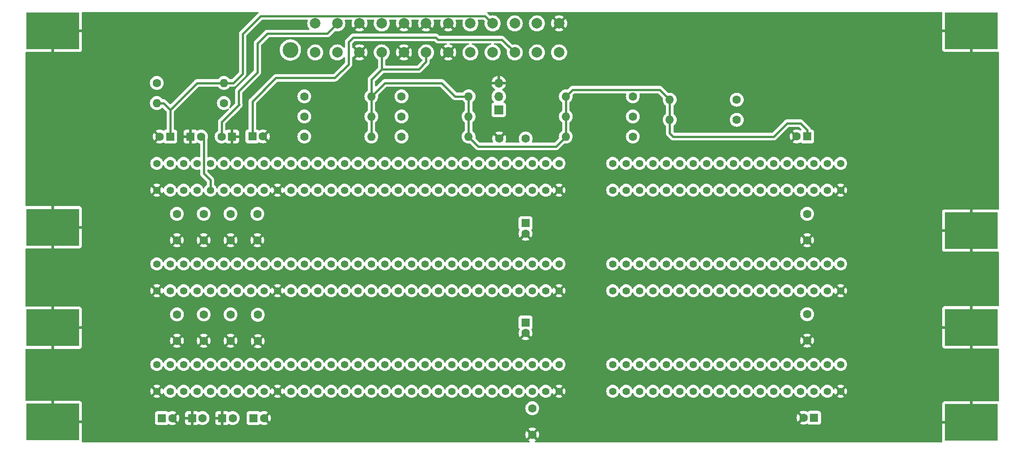
<source format=gbr>
%TF.GenerationSoftware,KiCad,Pcbnew,(6.0.7)*%
%TF.CreationDate,2022-08-07T07:45:21-07:00*%
%TF.ProjectId,isa_board,6973615f-626f-4617-9264-2e6b69636164,rev?*%
%TF.SameCoordinates,Original*%
%TF.FileFunction,Copper,L2,Bot*%
%TF.FilePolarity,Positive*%
%FSLAX46Y46*%
G04 Gerber Fmt 4.6, Leading zero omitted, Abs format (unit mm)*
G04 Created by KiCad (PCBNEW (6.0.7)) date 2022-08-07 07:45:21*
%MOMM*%
%LPD*%
G01*
G04 APERTURE LIST*
%TA.AperFunction,ComponentPad*%
%ADD10R,1.600000X1.600000*%
%TD*%
%TA.AperFunction,ComponentPad*%
%ADD11C,1.600000*%
%TD*%
%TA.AperFunction,ComponentPad*%
%ADD12R,10.000000X7.000000*%
%TD*%
%TA.AperFunction,ComponentPad*%
%ADD13O,1.600000X1.600000*%
%TD*%
%TA.AperFunction,ComponentPad*%
%ADD14C,1.400000*%
%TD*%
%TA.AperFunction,ComponentPad*%
%ADD15R,1.700000X1.700000*%
%TD*%
%TA.AperFunction,ComponentPad*%
%ADD16O,1.700000X1.700000*%
%TD*%
%TA.AperFunction,ComponentPad*%
%ADD17C,3.000000*%
%TD*%
%TA.AperFunction,ComponentPad*%
%ADD18C,2.000000*%
%TD*%
%TA.AperFunction,Conductor*%
%ADD19C,0.381000*%
%TD*%
G04 APERTURE END LIST*
D10*
%TO.P,C14,1*%
%TO.N,/12+*%
X85400000Y-113880000D03*
D11*
%TO.P,C14,2*%
%TO.N,GND*%
X87400000Y-113880000D03*
%TD*%
D12*
%TO.P,H3,1,1*%
%TO.N,GND*%
X47339829Y-96762341D03*
%TD*%
D11*
%TO.P,C11,1*%
%TO.N,/5-*%
X75970000Y-75185000D03*
%TO.P,C11,2*%
%TO.N,GND*%
X75970000Y-80185000D03*
%TD*%
%TO.P,R1,1*%
%TO.N,/IOCHCK*%
X67080000Y-50380000D03*
D13*
%TO.P,R1,2*%
%TO.N,/5+*%
X79780000Y-50380000D03*
%TD*%
D12*
%TO.P,H7,1,1*%
%TO.N,GND*%
X221367045Y-96688243D03*
%TD*%
D11*
%TO.P,R8,1*%
%TO.N,/IOCS16*%
X157250000Y-60540000D03*
D13*
%TO.P,R8,2*%
%TO.N,/5+*%
X144550000Y-60540000D03*
%TD*%
D10*
%TO.P,C8,1*%
%TO.N,GND*%
X73467829Y-60539999D03*
D11*
%TO.P,C8,2*%
%TO.N,/5-*%
X75467829Y-60539999D03*
%TD*%
D10*
%TO.P,C1,1*%
%TO.N,/5+*%
X136930000Y-95779888D03*
D11*
%TO.P,C1,2*%
%TO.N,GND*%
X136930000Y-97779888D03*
%TD*%
%TO.P,C29,1*%
%TO.N,/5+*%
X190270000Y-75185000D03*
%TO.P,C29,2*%
%TO.N,GND*%
X190270000Y-80185000D03*
%TD*%
%TO.P,R5,1*%
%TO.N,/IOR*%
X113435000Y-56730000D03*
D13*
%TO.P,R5,2*%
%TO.N,/5+*%
X126135000Y-56730000D03*
%TD*%
D10*
%TO.P,C25,1*%
%TO.N,/5+*%
X190270000Y-60512826D03*
D11*
%TO.P,C25,2*%
%TO.N,GND*%
X188270000Y-60512826D03*
%TD*%
D10*
%TO.P,C27,1*%
%TO.N,/5+*%
X136930000Y-76955000D03*
D11*
%TO.P,C27,2*%
%TO.N,GND*%
X136930000Y-78955000D03*
%TD*%
%TO.P,C17,1*%
%TO.N,/12+*%
X86214539Y-94310304D03*
%TO.P,C17,2*%
%TO.N,GND*%
X86214539Y-99310304D03*
%TD*%
D12*
%TO.P,H5,1,1*%
%TO.N,GND*%
X221389344Y-40492560D03*
%TD*%
%TO.P,H4,1,1*%
%TO.N,GND*%
X47387526Y-114611973D03*
%TD*%
%TO.P,H2,1,1*%
%TO.N,GND*%
X47339829Y-77727383D03*
%TD*%
%TO.P,H6,1,1*%
%TO.N,GND*%
X221338243Y-78350442D03*
%TD*%
D11*
%TO.P,C4,1*%
%TO.N,/5+*%
X190270000Y-94195000D03*
%TO.P,C4,2*%
%TO.N,GND*%
X190270000Y-99195000D03*
%TD*%
D10*
%TO.P,C9,1*%
%TO.N,GND*%
X73744887Y-113880000D03*
D11*
%TO.P,C9,2*%
%TO.N,/5-*%
X75744887Y-113880000D03*
%TD*%
D10*
%TO.P,C19,1*%
%TO.N,GND*%
X79459887Y-113880000D03*
D11*
%TO.P,C19,2*%
%TO.N,/12-*%
X81459887Y-113880000D03*
%TD*%
%TO.P,C30,1*%
%TO.N,/5+*%
X138200000Y-112015000D03*
%TO.P,C30,2*%
%TO.N,GND*%
X138200000Y-117015000D03*
%TD*%
D10*
%TO.P,C3,1*%
%TO.N,/5+*%
X68029887Y-113880000D03*
D11*
%TO.P,C3,2*%
%TO.N,GND*%
X70029887Y-113880000D03*
%TD*%
%TO.P,C24,1*%
%TO.N,/12-*%
X81050000Y-94235000D03*
%TO.P,C24,2*%
%TO.N,GND*%
X81050000Y-99235000D03*
%TD*%
%TO.P,C5,1*%
%TO.N,/5+*%
X70890000Y-75185000D03*
%TO.P,C5,2*%
%TO.N,GND*%
X70890000Y-80185000D03*
%TD*%
%TO.P,R3,1*%
%TO.N,/SMEMR*%
X95020000Y-60540000D03*
D13*
%TO.P,R3,2*%
%TO.N,/5+*%
X107720000Y-60540000D03*
%TD*%
D14*
%TO.P,J3,1,A1*%
%TO.N,GND*%
X67080000Y-70700000D03*
%TO.P,J3,2,A2*%
%TO.N,/RESOUT*%
X69620000Y-70700000D03*
%TO.P,J3,3,A3*%
%TO.N,/5+*%
X72160000Y-70700000D03*
%TO.P,J3,4,A4*%
%TO.N,/IRQ2*%
X74700000Y-70700000D03*
%TO.P,J3,5,A5*%
%TO.N,/5-*%
X77240000Y-70700000D03*
%TO.P,J3,6,A6*%
%TO.N,/DRQ2*%
X79780000Y-70700000D03*
%TO.P,J3,7,A7*%
%TO.N,/12-*%
X82320000Y-70700000D03*
%TO.P,J3,8,A8*%
%TO.N,/SRDY*%
X84860000Y-70700000D03*
%TO.P,J3,9,A9*%
%TO.N,/12+*%
X87400000Y-70700000D03*
%TO.P,J3,10,A10*%
%TO.N,GND*%
X89940000Y-70700000D03*
%TO.P,J3,11,A11*%
%TO.N,/SMEMW*%
X92480000Y-70700000D03*
%TO.P,J3,12,A12*%
%TO.N,/SMEMR*%
X95020000Y-70700000D03*
%TO.P,J3,13,A13*%
%TO.N,/IOW*%
X97560000Y-70700000D03*
%TO.P,J3,14,A14*%
%TO.N,/IOR*%
X100100000Y-70700000D03*
%TO.P,J3,15,A15*%
%TO.N,/DACK3*%
X102640000Y-70700000D03*
%TO.P,J3,16,A16*%
%TO.N,/DRQ3*%
X105180000Y-70700000D03*
%TO.P,J3,17,A17*%
%TO.N,/DACK1*%
X107720000Y-70700000D03*
%TO.P,J3,18,A18*%
%TO.N,/DRQ1*%
X110260000Y-70700000D03*
%TO.P,J3,19,A19*%
%TO.N,/REFRESH*%
X112800000Y-70700000D03*
%TO.P,J3,20,A20*%
%TO.N,/CLK*%
X115340000Y-70700000D03*
%TO.P,J3,21,A21*%
%TO.N,/IRQ7*%
X117880000Y-70700000D03*
%TO.P,J3,22,A22*%
%TO.N,/IRQ6*%
X120420000Y-70700000D03*
%TO.P,J3,23,A23*%
%TO.N,/IRQ5*%
X122960000Y-70700000D03*
%TO.P,J3,24,A24*%
%TO.N,/IRQ4*%
X125500000Y-70700000D03*
%TO.P,J3,25,A25*%
%TO.N,/IRQ3*%
X128040000Y-70700000D03*
%TO.P,J3,26,A26*%
%TO.N,/DACK2*%
X130580000Y-70700000D03*
%TO.P,J3,27,A27*%
%TO.N,/TC*%
X133120000Y-70700000D03*
%TO.P,J3,28,A28*%
%TO.N,/BALE*%
X135660000Y-70700000D03*
%TO.P,J3,29,A29*%
%TO.N,/5+*%
X138200000Y-70700000D03*
%TO.P,J3,30,A30*%
%TO.N,/OSC*%
X140740000Y-70700000D03*
%TO.P,J3,31,A31*%
%TO.N,GND*%
X143280000Y-70700000D03*
%TO.P,J3,32,B1*%
%TO.N,/IOCHCK*%
X67080000Y-65620000D03*
%TO.P,J3,33,B2*%
%TO.N,/SD7*%
X69620000Y-65620000D03*
%TO.P,J3,34,B3*%
%TO.N,/SD6*%
X72160000Y-65620000D03*
%TO.P,J3,35,B4*%
%TO.N,/SD5*%
X74700000Y-65620000D03*
%TO.P,J3,36,B5*%
%TO.N,/SD4*%
X77240000Y-65620000D03*
%TO.P,J3,37,B6*%
%TO.N,/SD3*%
X79780000Y-65620000D03*
%TO.P,J3,38,B7*%
%TO.N,/SD2*%
X82320000Y-65620000D03*
%TO.P,J3,39,B8*%
%TO.N,/SD1*%
X84860000Y-65620000D03*
%TO.P,J3,40,B9*%
%TO.N,/SD0*%
X87400000Y-65620000D03*
%TO.P,J3,41,B10*%
%TO.N,/IOCHRDY*%
X89940000Y-65620000D03*
%TO.P,J3,42,B11*%
%TO.N,/AEN*%
X92480000Y-65620000D03*
%TO.P,J3,43,B12*%
%TO.N,/SA19*%
X95020000Y-65620000D03*
%TO.P,J3,44,B13*%
%TO.N,/SA18*%
X97560000Y-65620000D03*
%TO.P,J3,45,B14*%
%TO.N,/SA17*%
X100100000Y-65620000D03*
%TO.P,J3,46,B15*%
%TO.N,/SA16*%
X102640000Y-65620000D03*
%TO.P,J3,47,B16*%
%TO.N,/SA15*%
X105180000Y-65620000D03*
%TO.P,J3,48,B17*%
%TO.N,/SA14*%
X107720000Y-65620000D03*
%TO.P,J3,49,B18*%
%TO.N,/SA13*%
X110260000Y-65620000D03*
%TO.P,J3,50,B19*%
%TO.N,/SA12*%
X112800000Y-65620000D03*
%TO.P,J3,51,B20*%
%TO.N,/SA11*%
X115340000Y-65620000D03*
%TO.P,J3,52,B21*%
%TO.N,/SA10*%
X117880000Y-65620000D03*
%TO.P,J3,53,B22*%
%TO.N,/SA9*%
X120420000Y-65620000D03*
%TO.P,J3,54,B23*%
%TO.N,/SA8*%
X122960000Y-65620000D03*
%TO.P,J3,55,B24*%
%TO.N,/SA7*%
X125500000Y-65620000D03*
%TO.P,J3,56,B25*%
%TO.N,/SA6*%
X128040000Y-65620000D03*
%TO.P,J3,57,B26*%
%TO.N,/SA5*%
X130580000Y-65620000D03*
%TO.P,J3,58,B27*%
%TO.N,/SA4*%
X133120000Y-65620000D03*
%TO.P,J3,59,B28*%
%TO.N,/SA3*%
X135660000Y-65620000D03*
%TO.P,J3,60,B29*%
%TO.N,/SA2*%
X138200000Y-65620000D03*
%TO.P,J3,61,B30*%
%TO.N,/SA1*%
X140740000Y-65620000D03*
%TO.P,J3,62,B31*%
%TO.N,/SA0*%
X143280000Y-65620000D03*
%TO.P,J3,63,C1*%
%TO.N,/MEMCS16*%
X153440000Y-70700000D03*
%TO.P,J3,64,C2*%
%TO.N,/IOCS16*%
X155980000Y-70700000D03*
%TO.P,J3,65,C3*%
%TO.N,/IRQ10*%
X158520000Y-70700000D03*
%TO.P,J3,66,C4*%
%TO.N,/IRQ11*%
X161060000Y-70700000D03*
%TO.P,J3,67,C5*%
%TO.N,/IRQ12*%
X163600000Y-70700000D03*
%TO.P,J3,68,C6*%
%TO.N,/IRQ13*%
X166140000Y-70700000D03*
%TO.P,J3,69,C7*%
%TO.N,/IRQ14*%
X168680000Y-70700000D03*
%TO.P,J3,70,C8*%
%TO.N,/DACK0*%
X171220000Y-70700000D03*
%TO.P,J3,71,C9*%
%TO.N,/DRQ0*%
X173760000Y-70700000D03*
%TO.P,J3,72,C10*%
%TO.N,/DACK5*%
X176300000Y-70700000D03*
%TO.P,J3,73,C11*%
%TO.N,/DRQ5*%
X178840000Y-70700000D03*
%TO.P,J3,74,C12*%
%TO.N,/DACK6*%
X181380000Y-70700000D03*
%TO.P,J3,75,C13*%
%TO.N,/DRQ6*%
X183920000Y-70700000D03*
%TO.P,J3,76,C14*%
%TO.N,/DACK7*%
X186460000Y-70700000D03*
%TO.P,J3,77,C15*%
%TO.N,/DRQ7*%
X189000000Y-70700000D03*
%TO.P,J3,78,C16*%
%TO.N,/5+*%
X191540000Y-70700000D03*
%TO.P,J3,79,C17*%
%TO.N,/MASTER*%
X194080000Y-70700000D03*
%TO.P,J3,80,C18*%
%TO.N,GND*%
X196620000Y-70700000D03*
%TO.P,J3,81,D1*%
%TO.N,/SBHE*%
X153440000Y-65620000D03*
%TO.P,J3,82,D2*%
%TO.N,/LA23*%
X155980000Y-65620000D03*
%TO.P,J3,83,D3*%
%TO.N,/LA22*%
X158520000Y-65620000D03*
%TO.P,J3,84,D4*%
%TO.N,/LA21*%
X161060000Y-65620000D03*
%TO.P,J3,85,D5*%
%TO.N,/LA20*%
X163600000Y-65620000D03*
%TO.P,J3,86,D6*%
%TO.N,/LA19*%
X166140000Y-65620000D03*
%TO.P,J3,87,D7*%
%TO.N,/LA18*%
X168680000Y-65620000D03*
%TO.P,J3,88,D8*%
%TO.N,/LA17*%
X171220000Y-65620000D03*
%TO.P,J3,89,D9*%
%TO.N,/MEMR*%
X173760000Y-65620000D03*
%TO.P,J3,90,D10*%
%TO.N,/MEMW*%
X176300000Y-65620000D03*
%TO.P,J3,91,D11*%
%TO.N,/SD8*%
X178840000Y-65620000D03*
%TO.P,J3,92,D12*%
%TO.N,/SD9*%
X181380000Y-65620000D03*
%TO.P,J3,93,D13*%
%TO.N,/SD10*%
X183920000Y-65620000D03*
%TO.P,J3,94,D14*%
%TO.N,/SD11*%
X186460000Y-65620000D03*
%TO.P,J3,95,D15*%
%TO.N,/SD12*%
X189000000Y-65620000D03*
%TO.P,J3,96,D16*%
%TO.N,/SD13*%
X191540000Y-65620000D03*
%TO.P,J3,97,D17*%
%TO.N,/SD14*%
X194080000Y-65620000D03*
%TO.P,J3,98,D18*%
%TO.N,/SD15*%
X196620000Y-65620000D03*
%TD*%
D11*
%TO.P,C28,1*%
%TO.N,/5+*%
X136950000Y-60910000D03*
%TO.P,C28,2*%
%TO.N,GND*%
X131950000Y-60910000D03*
%TD*%
%TO.P,C10,1*%
%TO.N,/5-*%
X75970000Y-94235000D03*
%TO.P,C10,2*%
%TO.N,GND*%
X75970000Y-99235000D03*
%TD*%
%TO.P,R9,1*%
%TO.N,/MEMCS16*%
X157250000Y-56730000D03*
D13*
%TO.P,R9,2*%
%TO.N,/5+*%
X144550000Y-56730000D03*
%TD*%
D11*
%TO.P,R7,1*%
%TO.N,/MEMW*%
X176935000Y-53555000D03*
D13*
%TO.P,R7,2*%
%TO.N,/5+*%
X164235000Y-53555000D03*
%TD*%
D11*
%TO.P,R10,1*%
%TO.N,/MASTER*%
X176935000Y-57365000D03*
D13*
%TO.P,R10,2*%
%TO.N,/5+*%
X164235000Y-57365000D03*
%TD*%
D10*
%TO.P,C26,1*%
%TO.N,/5+*%
X191596264Y-113822079D03*
D11*
%TO.P,C26,2*%
%TO.N,GND*%
X189596264Y-113822079D03*
%TD*%
D14*
%TO.P,J2,1,A1*%
%TO.N,GND*%
X67080000Y-89750000D03*
%TO.P,J2,2,A2*%
%TO.N,/RESOUT*%
X69620000Y-89750000D03*
%TO.P,J2,3,A3*%
%TO.N,/5+*%
X72160000Y-89750000D03*
%TO.P,J2,4,A4*%
%TO.N,/IRQ2*%
X74700000Y-89750000D03*
%TO.P,J2,5,A5*%
%TO.N,/5-*%
X77240000Y-89750000D03*
%TO.P,J2,6,A6*%
%TO.N,/DRQ2*%
X79780000Y-89750000D03*
%TO.P,J2,7,A7*%
%TO.N,/12-*%
X82320000Y-89750000D03*
%TO.P,J2,8,A8*%
%TO.N,/SRDY*%
X84860000Y-89750000D03*
%TO.P,J2,9,A9*%
%TO.N,/12+*%
X87400000Y-89750000D03*
%TO.P,J2,10,A10*%
%TO.N,GND*%
X89940000Y-89750000D03*
%TO.P,J2,11,A11*%
%TO.N,/SMEMW*%
X92480000Y-89750000D03*
%TO.P,J2,12,A12*%
%TO.N,/SMEMR*%
X95020000Y-89750000D03*
%TO.P,J2,13,A13*%
%TO.N,/IOW*%
X97560000Y-89750000D03*
%TO.P,J2,14,A14*%
%TO.N,/IOR*%
X100100000Y-89750000D03*
%TO.P,J2,15,A15*%
%TO.N,/DACK3*%
X102640000Y-89750000D03*
%TO.P,J2,16,A16*%
%TO.N,/DRQ3*%
X105180000Y-89750000D03*
%TO.P,J2,17,A17*%
%TO.N,/DACK1*%
X107720000Y-89750000D03*
%TO.P,J2,18,A18*%
%TO.N,/DRQ1*%
X110260000Y-89750000D03*
%TO.P,J2,19,A19*%
%TO.N,/REFRESH*%
X112800000Y-89750000D03*
%TO.P,J2,20,A20*%
%TO.N,/CLK*%
X115340000Y-89750000D03*
%TO.P,J2,21,A21*%
%TO.N,/IRQ7*%
X117880000Y-89750000D03*
%TO.P,J2,22,A22*%
%TO.N,/IRQ6*%
X120420000Y-89750000D03*
%TO.P,J2,23,A23*%
%TO.N,/IRQ5*%
X122960000Y-89750000D03*
%TO.P,J2,24,A24*%
%TO.N,/IRQ4*%
X125500000Y-89750000D03*
%TO.P,J2,25,A25*%
%TO.N,/IRQ3*%
X128040000Y-89750000D03*
%TO.P,J2,26,A26*%
%TO.N,/DACK2*%
X130580000Y-89750000D03*
%TO.P,J2,27,A27*%
%TO.N,/TC*%
X133120000Y-89750000D03*
%TO.P,J2,28,A28*%
%TO.N,/BALE*%
X135660000Y-89750000D03*
%TO.P,J2,29,A29*%
%TO.N,/5+*%
X138200000Y-89750000D03*
%TO.P,J2,30,A30*%
%TO.N,/OSC*%
X140740000Y-89750000D03*
%TO.P,J2,31,A31*%
%TO.N,GND*%
X143280000Y-89750000D03*
%TO.P,J2,32,B1*%
%TO.N,/IOCHCK*%
X67080000Y-84670000D03*
%TO.P,J2,33,B2*%
%TO.N,/SD7*%
X69620000Y-84670000D03*
%TO.P,J2,34,B3*%
%TO.N,/SD6*%
X72160000Y-84670000D03*
%TO.P,J2,35,B4*%
%TO.N,/SD5*%
X74700000Y-84670000D03*
%TO.P,J2,36,B5*%
%TO.N,/SD4*%
X77240000Y-84670000D03*
%TO.P,J2,37,B6*%
%TO.N,/SD3*%
X79780000Y-84670000D03*
%TO.P,J2,38,B7*%
%TO.N,/SD2*%
X82320000Y-84670000D03*
%TO.P,J2,39,B8*%
%TO.N,/SD1*%
X84860000Y-84670000D03*
%TO.P,J2,40,B9*%
%TO.N,/SD0*%
X87400000Y-84670000D03*
%TO.P,J2,41,B10*%
%TO.N,/IOCHRDY*%
X89940000Y-84670000D03*
%TO.P,J2,42,B11*%
%TO.N,/AEN*%
X92480000Y-84670000D03*
%TO.P,J2,43,B12*%
%TO.N,/SA19*%
X95020000Y-84670000D03*
%TO.P,J2,44,B13*%
%TO.N,/SA18*%
X97560000Y-84670000D03*
%TO.P,J2,45,B14*%
%TO.N,/SA17*%
X100100000Y-84670000D03*
%TO.P,J2,46,B15*%
%TO.N,/SA16*%
X102640000Y-84670000D03*
%TO.P,J2,47,B16*%
%TO.N,/SA15*%
X105180000Y-84670000D03*
%TO.P,J2,48,B17*%
%TO.N,/SA14*%
X107720000Y-84670000D03*
%TO.P,J2,49,B18*%
%TO.N,/SA13*%
X110260000Y-84670000D03*
%TO.P,J2,50,B19*%
%TO.N,/SA12*%
X112800000Y-84670000D03*
%TO.P,J2,51,B20*%
%TO.N,/SA11*%
X115340000Y-84670000D03*
%TO.P,J2,52,B21*%
%TO.N,/SA10*%
X117880000Y-84670000D03*
%TO.P,J2,53,B22*%
%TO.N,/SA9*%
X120420000Y-84670000D03*
%TO.P,J2,54,B23*%
%TO.N,/SA8*%
X122960000Y-84670000D03*
%TO.P,J2,55,B24*%
%TO.N,/SA7*%
X125500000Y-84670000D03*
%TO.P,J2,56,B25*%
%TO.N,/SA6*%
X128040000Y-84670000D03*
%TO.P,J2,57,B26*%
%TO.N,/SA5*%
X130580000Y-84670000D03*
%TO.P,J2,58,B27*%
%TO.N,/SA4*%
X133120000Y-84670000D03*
%TO.P,J2,59,B28*%
%TO.N,/SA3*%
X135660000Y-84670000D03*
%TO.P,J2,60,B29*%
%TO.N,/SA2*%
X138200000Y-84670000D03*
%TO.P,J2,61,B30*%
%TO.N,/SA1*%
X140740000Y-84670000D03*
%TO.P,J2,62,B31*%
%TO.N,/SA0*%
X143280000Y-84670000D03*
%TO.P,J2,63,C1*%
%TO.N,/MEMCS16*%
X153440000Y-89750000D03*
%TO.P,J2,64,C2*%
%TO.N,/IOCS16*%
X155980000Y-89750000D03*
%TO.P,J2,65,C3*%
%TO.N,/IRQ10*%
X158520000Y-89750000D03*
%TO.P,J2,66,C4*%
%TO.N,/IRQ11*%
X161060000Y-89750000D03*
%TO.P,J2,67,C5*%
%TO.N,/IRQ12*%
X163600000Y-89750000D03*
%TO.P,J2,68,C6*%
%TO.N,/IRQ13*%
X166140000Y-89750000D03*
%TO.P,J2,69,C7*%
%TO.N,/IRQ14*%
X168680000Y-89750000D03*
%TO.P,J2,70,C8*%
%TO.N,/DACK0*%
X171220000Y-89750000D03*
%TO.P,J2,71,C9*%
%TO.N,/DRQ0*%
X173760000Y-89750000D03*
%TO.P,J2,72,C10*%
%TO.N,/DACK5*%
X176300000Y-89750000D03*
%TO.P,J2,73,C11*%
%TO.N,/DRQ5*%
X178840000Y-89750000D03*
%TO.P,J2,74,C12*%
%TO.N,/DACK6*%
X181380000Y-89750000D03*
%TO.P,J2,75,C13*%
%TO.N,/DRQ6*%
X183920000Y-89750000D03*
%TO.P,J2,76,C14*%
%TO.N,/DACK7*%
X186460000Y-89750000D03*
%TO.P,J2,77,C15*%
%TO.N,/DRQ7*%
X189000000Y-89750000D03*
%TO.P,J2,78,C16*%
%TO.N,/5+*%
X191540000Y-89750000D03*
%TO.P,J2,79,C17*%
%TO.N,/MASTER*%
X194080000Y-89750000D03*
%TO.P,J2,80,C18*%
%TO.N,GND*%
X196620000Y-89750000D03*
%TO.P,J2,81,D1*%
%TO.N,/SBHE*%
X153440000Y-84670000D03*
%TO.P,J2,82,D2*%
%TO.N,/LA23*%
X155980000Y-84670000D03*
%TO.P,J2,83,D3*%
%TO.N,/LA22*%
X158520000Y-84670000D03*
%TO.P,J2,84,D4*%
%TO.N,/LA21*%
X161060000Y-84670000D03*
%TO.P,J2,85,D5*%
%TO.N,/LA20*%
X163600000Y-84670000D03*
%TO.P,J2,86,D6*%
%TO.N,/LA19*%
X166140000Y-84670000D03*
%TO.P,J2,87,D7*%
%TO.N,/LA18*%
X168680000Y-84670000D03*
%TO.P,J2,88,D8*%
%TO.N,/LA17*%
X171220000Y-84670000D03*
%TO.P,J2,89,D9*%
%TO.N,/MEMR*%
X173760000Y-84670000D03*
%TO.P,J2,90,D10*%
%TO.N,/MEMW*%
X176300000Y-84670000D03*
%TO.P,J2,91,D11*%
%TO.N,/SD8*%
X178840000Y-84670000D03*
%TO.P,J2,92,D12*%
%TO.N,/SD9*%
X181380000Y-84670000D03*
%TO.P,J2,93,D13*%
%TO.N,/SD10*%
X183920000Y-84670000D03*
%TO.P,J2,94,D14*%
%TO.N,/SD11*%
X186460000Y-84670000D03*
%TO.P,J2,95,D15*%
%TO.N,/SD12*%
X189000000Y-84670000D03*
%TO.P,J2,96,D16*%
%TO.N,/SD13*%
X191540000Y-84670000D03*
%TO.P,J2,97,D17*%
%TO.N,/SD14*%
X194080000Y-84670000D03*
%TO.P,J2,98,D18*%
%TO.N,/SD15*%
X196620000Y-84670000D03*
%TD*%
D11*
%TO.P,R13,1*%
%TO.N,/IOCHRDY*%
X95020000Y-52920000D03*
D13*
%TO.P,R13,2*%
%TO.N,/5+*%
X107720000Y-52920000D03*
%TD*%
D11*
%TO.P,R11,1*%
%TO.N,/REFRESH*%
X113435000Y-60540000D03*
D13*
%TO.P,R11,2*%
%TO.N,/5+*%
X126135000Y-60540000D03*
%TD*%
D10*
%TO.P,C21,1*%
%TO.N,GND*%
X81354929Y-60540000D03*
D11*
%TO.P,C21,2*%
%TO.N,/12-*%
X79354929Y-60540000D03*
%TD*%
%TO.P,C22,1*%
%TO.N,/12-*%
X81050000Y-75185000D03*
%TO.P,C22,2*%
%TO.N,GND*%
X81050000Y-80185000D03*
%TD*%
D12*
%TO.P,H1,1,1*%
%TO.N,GND*%
X47400438Y-40509230D03*
%TD*%
D11*
%TO.P,C16,1*%
%TO.N,/12+*%
X86130000Y-75185000D03*
%TO.P,C16,2*%
%TO.N,GND*%
X86130000Y-80185000D03*
%TD*%
D12*
%TO.P,H8,1,1*%
%TO.N,GND*%
X221378468Y-114716154D03*
%TD*%
D10*
%TO.P,C2,1*%
%TO.N,/5+*%
X69620000Y-60540000D03*
D11*
%TO.P,C2,2*%
%TO.N,GND*%
X67620000Y-60540000D03*
%TD*%
D14*
%TO.P,J1,1,A1*%
%TO.N,GND*%
X67080000Y-108800000D03*
%TO.P,J1,2,A2*%
%TO.N,/RESOUT*%
X69620000Y-108800000D03*
%TO.P,J1,3,A3*%
%TO.N,/5+*%
X72160000Y-108800000D03*
%TO.P,J1,4,A4*%
%TO.N,/IRQ2*%
X74700000Y-108800000D03*
%TO.P,J1,5,A5*%
%TO.N,/5-*%
X77240000Y-108800000D03*
%TO.P,J1,6,A6*%
%TO.N,/DRQ2*%
X79780000Y-108800000D03*
%TO.P,J1,7,A7*%
%TO.N,/12-*%
X82320000Y-108800000D03*
%TO.P,J1,8,A8*%
%TO.N,/SRDY*%
X84860000Y-108800000D03*
%TO.P,J1,9,A9*%
%TO.N,/12+*%
X87400000Y-108800000D03*
%TO.P,J1,10,A10*%
%TO.N,GND*%
X89940000Y-108800000D03*
%TO.P,J1,11,A11*%
%TO.N,/SMEMW*%
X92480000Y-108800000D03*
%TO.P,J1,12,A12*%
%TO.N,/SMEMR*%
X95020000Y-108800000D03*
%TO.P,J1,13,A13*%
%TO.N,/IOW*%
X97560000Y-108800000D03*
%TO.P,J1,14,A14*%
%TO.N,/IOR*%
X100100000Y-108800000D03*
%TO.P,J1,15,A15*%
%TO.N,/DACK3*%
X102640000Y-108800000D03*
%TO.P,J1,16,A16*%
%TO.N,/DRQ3*%
X105180000Y-108800000D03*
%TO.P,J1,17,A17*%
%TO.N,/DACK1*%
X107720000Y-108800000D03*
%TO.P,J1,18,A18*%
%TO.N,/DRQ1*%
X110260000Y-108800000D03*
%TO.P,J1,19,A19*%
%TO.N,/REFRESH*%
X112800000Y-108800000D03*
%TO.P,J1,20,A20*%
%TO.N,/CLK*%
X115340000Y-108800000D03*
%TO.P,J1,21,A21*%
%TO.N,/IRQ7*%
X117880000Y-108800000D03*
%TO.P,J1,22,A22*%
%TO.N,/IRQ6*%
X120420000Y-108800000D03*
%TO.P,J1,23,A23*%
%TO.N,/IRQ5*%
X122960000Y-108800000D03*
%TO.P,J1,24,A24*%
%TO.N,/IRQ4*%
X125500000Y-108800000D03*
%TO.P,J1,25,A25*%
%TO.N,/IRQ3*%
X128040000Y-108800000D03*
%TO.P,J1,26,A26*%
%TO.N,/DACK2*%
X130580000Y-108800000D03*
%TO.P,J1,27,A27*%
%TO.N,/TC*%
X133120000Y-108800000D03*
%TO.P,J1,28,A28*%
%TO.N,/BALE*%
X135660000Y-108800000D03*
%TO.P,J1,29,A29*%
%TO.N,/5+*%
X138200000Y-108800000D03*
%TO.P,J1,30,A30*%
%TO.N,/OSC*%
X140740000Y-108800000D03*
%TO.P,J1,31,A31*%
%TO.N,GND*%
X143280000Y-108800000D03*
%TO.P,J1,32,B1*%
%TO.N,/IOCHCK*%
X67080000Y-103720000D03*
%TO.P,J1,33,B2*%
%TO.N,/SD7*%
X69620000Y-103720000D03*
%TO.P,J1,34,B3*%
%TO.N,/SD6*%
X72160000Y-103720000D03*
%TO.P,J1,35,B4*%
%TO.N,/SD5*%
X74700000Y-103720000D03*
%TO.P,J1,36,B5*%
%TO.N,/SD4*%
X77240000Y-103720000D03*
%TO.P,J1,37,B6*%
%TO.N,/SD3*%
X79780000Y-103720000D03*
%TO.P,J1,38,B7*%
%TO.N,/SD2*%
X82320000Y-103720000D03*
%TO.P,J1,39,B8*%
%TO.N,/SD1*%
X84860000Y-103720000D03*
%TO.P,J1,40,B9*%
%TO.N,/SD0*%
X87400000Y-103720000D03*
%TO.P,J1,41,B10*%
%TO.N,/IOCHRDY*%
X89940000Y-103720000D03*
%TO.P,J1,42,B11*%
%TO.N,/AEN*%
X92480000Y-103720000D03*
%TO.P,J1,43,B12*%
%TO.N,/SA19*%
X95020000Y-103720000D03*
%TO.P,J1,44,B13*%
%TO.N,/SA18*%
X97560000Y-103720000D03*
%TO.P,J1,45,B14*%
%TO.N,/SA17*%
X100100000Y-103720000D03*
%TO.P,J1,46,B15*%
%TO.N,/SA16*%
X102640000Y-103720000D03*
%TO.P,J1,47,B16*%
%TO.N,/SA15*%
X105180000Y-103720000D03*
%TO.P,J1,48,B17*%
%TO.N,/SA14*%
X107720000Y-103720000D03*
%TO.P,J1,49,B18*%
%TO.N,/SA13*%
X110260000Y-103720000D03*
%TO.P,J1,50,B19*%
%TO.N,/SA12*%
X112800000Y-103720000D03*
%TO.P,J1,51,B20*%
%TO.N,/SA11*%
X115340000Y-103720000D03*
%TO.P,J1,52,B21*%
%TO.N,/SA10*%
X117880000Y-103720000D03*
%TO.P,J1,53,B22*%
%TO.N,/SA9*%
X120420000Y-103720000D03*
%TO.P,J1,54,B23*%
%TO.N,/SA8*%
X122960000Y-103720000D03*
%TO.P,J1,55,B24*%
%TO.N,/SA7*%
X125500000Y-103720000D03*
%TO.P,J1,56,B25*%
%TO.N,/SA6*%
X128040000Y-103720000D03*
%TO.P,J1,57,B26*%
%TO.N,/SA5*%
X130580000Y-103720000D03*
%TO.P,J1,58,B27*%
%TO.N,/SA4*%
X133120000Y-103720000D03*
%TO.P,J1,59,B28*%
%TO.N,/SA3*%
X135660000Y-103720000D03*
%TO.P,J1,60,B29*%
%TO.N,/SA2*%
X138200000Y-103720000D03*
%TO.P,J1,61,B30*%
%TO.N,/SA1*%
X140740000Y-103720000D03*
%TO.P,J1,62,B31*%
%TO.N,/SA0*%
X143280000Y-103720000D03*
%TO.P,J1,63,C1*%
%TO.N,/MEMCS16*%
X153440000Y-108800000D03*
%TO.P,J1,64,C2*%
%TO.N,/IOCS16*%
X155980000Y-108800000D03*
%TO.P,J1,65,C3*%
%TO.N,/IRQ10*%
X158520000Y-108800000D03*
%TO.P,J1,66,C4*%
%TO.N,/IRQ11*%
X161060000Y-108800000D03*
%TO.P,J1,67,C5*%
%TO.N,/IRQ12*%
X163600000Y-108800000D03*
%TO.P,J1,68,C6*%
%TO.N,/IRQ13*%
X166140000Y-108800000D03*
%TO.P,J1,69,C7*%
%TO.N,/IRQ14*%
X168680000Y-108800000D03*
%TO.P,J1,70,C8*%
%TO.N,/DACK0*%
X171220000Y-108800000D03*
%TO.P,J1,71,C9*%
%TO.N,/DRQ0*%
X173760000Y-108800000D03*
%TO.P,J1,72,C10*%
%TO.N,/DACK5*%
X176300000Y-108800000D03*
%TO.P,J1,73,C11*%
%TO.N,/DRQ5*%
X178840000Y-108800000D03*
%TO.P,J1,74,C12*%
%TO.N,/DACK6*%
X181380000Y-108800000D03*
%TO.P,J1,75,C13*%
%TO.N,/DRQ6*%
X183920000Y-108800000D03*
%TO.P,J1,76,C14*%
%TO.N,/DACK7*%
X186460000Y-108800000D03*
%TO.P,J1,77,C15*%
%TO.N,/DRQ7*%
X189000000Y-108800000D03*
%TO.P,J1,78,C16*%
%TO.N,/5+*%
X191540000Y-108800000D03*
%TO.P,J1,79,C17*%
%TO.N,/MASTER*%
X194080000Y-108800000D03*
%TO.P,J1,80,C18*%
%TO.N,GND*%
X196620000Y-108800000D03*
%TO.P,J1,81,D1*%
%TO.N,/SBHE*%
X153440000Y-103720000D03*
%TO.P,J1,82,D2*%
%TO.N,/LA23*%
X155980000Y-103720000D03*
%TO.P,J1,83,D3*%
%TO.N,/LA22*%
X158520000Y-103720000D03*
%TO.P,J1,84,D4*%
%TO.N,/LA21*%
X161060000Y-103720000D03*
%TO.P,J1,85,D5*%
%TO.N,/LA20*%
X163600000Y-103720000D03*
%TO.P,J1,86,D6*%
%TO.N,/LA19*%
X166140000Y-103720000D03*
%TO.P,J1,87,D7*%
%TO.N,/LA18*%
X168680000Y-103720000D03*
%TO.P,J1,88,D8*%
%TO.N,/LA17*%
X171220000Y-103720000D03*
%TO.P,J1,89,D9*%
%TO.N,/MEMR*%
X173760000Y-103720000D03*
%TO.P,J1,90,D10*%
%TO.N,/MEMW*%
X176300000Y-103720000D03*
%TO.P,J1,91,D11*%
%TO.N,/SD8*%
X178840000Y-103720000D03*
%TO.P,J1,92,D12*%
%TO.N,/SD9*%
X181380000Y-103720000D03*
%TO.P,J1,93,D13*%
%TO.N,/SD10*%
X183920000Y-103720000D03*
%TO.P,J1,94,D14*%
%TO.N,/SD11*%
X186460000Y-103720000D03*
%TO.P,J1,95,D15*%
%TO.N,/SD12*%
X189000000Y-103720000D03*
%TO.P,J1,96,D16*%
%TO.N,/SD13*%
X191540000Y-103720000D03*
%TO.P,J1,97,D17*%
%TO.N,/SD14*%
X194080000Y-103720000D03*
%TO.P,J1,98,D18*%
%TO.N,/SD15*%
X196620000Y-103720000D03*
%TD*%
D11*
%TO.P,R2,1*%
%TO.N,/SMEMW*%
X95020000Y-56730000D03*
D13*
%TO.P,R2,2*%
%TO.N,/5+*%
X107720000Y-56730000D03*
%TD*%
D10*
%TO.P,C15,1*%
%TO.N,/12+*%
X85174888Y-60503768D03*
D11*
%TO.P,C15,2*%
%TO.N,GND*%
X87174888Y-60503768D03*
%TD*%
%TO.P,C6,1*%
%TO.N,/5+*%
X70900000Y-94235000D03*
%TO.P,C6,2*%
%TO.N,GND*%
X70900000Y-99235000D03*
%TD*%
D15*
%TO.P,J5,1,Pin_1*%
%TO.N,/5VSB*%
X131850000Y-55460000D03*
D16*
%TO.P,J5,2,Pin_2*%
%TO.N,/PWRON*%
X131850000Y-52920000D03*
%TO.P,J5,3,Pin_3*%
%TO.N,GND*%
X131850000Y-50380000D03*
%TD*%
D11*
%TO.P,R6,1*%
%TO.N,/MEMR*%
X157250000Y-52920000D03*
D13*
%TO.P,R6,2*%
%TO.N,/5+*%
X144550000Y-52920000D03*
%TD*%
D11*
%TO.P,R4,1*%
%TO.N,/IOW*%
X113435000Y-52920000D03*
D13*
%TO.P,R4,2*%
%TO.N,/5+*%
X126135000Y-52920000D03*
%TD*%
D11*
%TO.P,R12,1*%
%TO.N,/SRDY*%
X79780000Y-54190000D03*
D13*
%TO.P,R12,2*%
%TO.N,/5+*%
X67080000Y-54190000D03*
%TD*%
D17*
%TO.P,J4,0*%
%TO.N,N/C*%
X92385000Y-44140000D03*
D18*
%TO.P,J4,1,3.3V*%
%TO.N,unconnected-(J4-Pad1)*%
X97085000Y-44600000D03*
%TO.P,J4,2,3.3V*%
%TO.N,unconnected-(J4-Pad2)*%
X101285000Y-44600000D03*
%TO.P,J4,3,GND*%
%TO.N,GND*%
X105485000Y-44600000D03*
%TO.P,J4,4,+5V*%
%TO.N,/5+*%
X109685000Y-44600000D03*
%TO.P,J4,5,GND*%
%TO.N,GND*%
X113885000Y-44600000D03*
%TO.P,J4,6,+5V*%
%TO.N,/5+*%
X118085000Y-44600000D03*
%TO.P,J4,7,GND*%
%TO.N,GND*%
X122285000Y-44600000D03*
%TO.P,J4,8,PG*%
%TO.N,/PG*%
X126485000Y-44600000D03*
%TO.P,J4,9,+5VSB*%
%TO.N,/5VSB*%
X130685000Y-44600000D03*
%TO.P,J4,10,+12V*%
%TO.N,/12+*%
X134885000Y-44600000D03*
%TO.P,J4,11,+12V*%
X139085000Y-44600000D03*
%TO.P,J4,12,3.3V*%
%TO.N,unconnected-(J4-Pad12)*%
X143285000Y-44600000D03*
%TO.P,J4,13,3.3V*%
%TO.N,unconnected-(J4-Pad13)*%
X97085000Y-39100000D03*
%TO.P,J4,14,-12V*%
%TO.N,/12-*%
X101285000Y-39100000D03*
%TO.P,J4,15,GND*%
%TO.N,GND*%
X105485000Y-39100000D03*
%TO.P,J4,16,PWRON*%
%TO.N,/PWRON*%
X109685000Y-39100000D03*
%TO.P,J4,17,GND*%
%TO.N,GND*%
X113885000Y-39100000D03*
%TO.P,J4,18,GND*%
X118085000Y-39100000D03*
%TO.P,J4,19,GND*%
X122285000Y-39100000D03*
%TO.P,J4,20,-5V*%
%TO.N,/-5ATX*%
X126485000Y-39100000D03*
%TO.P,J4,21,+5V*%
%TO.N,/5+*%
X130685000Y-39100000D03*
%TO.P,J4,22,+5V*%
X134885000Y-39100000D03*
%TO.P,J4,23,+5V*%
X139085000Y-39100000D03*
%TO.P,J4,24,GND*%
%TO.N,GND*%
X143285000Y-39100000D03*
%TD*%
D19*
%TO.N,/5+*%
X142685000Y-62405000D02*
X128080000Y-62405000D01*
X164870000Y-60540000D02*
X183920000Y-60540000D01*
X118085000Y-46365000D02*
X116670000Y-47780000D01*
X144550000Y-52920000D02*
X144550000Y-60540000D01*
X190270000Y-59270000D02*
X190270000Y-60512826D01*
X69620000Y-60540000D02*
X69620000Y-55460000D01*
X144550000Y-60540000D02*
X142685000Y-62405000D01*
X126135000Y-60540000D02*
X126135000Y-52920000D01*
X109685000Y-44600000D02*
X109685000Y-47780000D01*
X164235000Y-57365000D02*
X164235000Y-59905000D01*
X164235000Y-53555000D02*
X162330000Y-51650000D01*
X145820000Y-51650000D02*
X144550000Y-52920000D01*
X83336000Y-48602000D02*
X81558000Y-50380000D01*
X69620000Y-55460000D02*
X68350000Y-54190000D01*
X109685000Y-47780000D02*
X107720000Y-49745000D01*
X189000000Y-58000000D02*
X190270000Y-59270000D01*
X186460000Y-58000000D02*
X189000000Y-58000000D01*
X68350000Y-54190000D02*
X67080000Y-54190000D01*
X130685000Y-39100000D02*
X129265000Y-37680000D01*
X74700000Y-50380000D02*
X79780000Y-50380000D01*
X128000000Y-62405000D02*
X126135000Y-60540000D01*
X69620000Y-55460000D02*
X74700000Y-50380000D01*
X110260000Y-50380000D02*
X121055000Y-50380000D01*
X129265000Y-37680000D02*
X86765000Y-37680000D01*
X83336000Y-41109000D02*
X83336000Y-48602000D01*
X116670000Y-47780000D02*
X109685000Y-47780000D01*
X86765000Y-37680000D02*
X83336000Y-41109000D01*
X126135000Y-52920000D02*
X123595000Y-52920000D01*
X107720000Y-52920000D02*
X110260000Y-50380000D01*
X107720000Y-49745000D02*
X107720000Y-60540000D01*
X118085000Y-44600000D02*
X118085000Y-46365000D01*
X81558000Y-50380000D02*
X79780000Y-50380000D01*
X164235000Y-59905000D02*
X164870000Y-60540000D01*
X164235000Y-53555000D02*
X164235000Y-57365000D01*
X183920000Y-60540000D02*
X186460000Y-58000000D01*
X123595000Y-52920000D02*
X121055000Y-50380000D01*
X162330000Y-51650000D02*
X145820000Y-51650000D01*
%TO.N,/5-*%
X75970000Y-67525000D02*
X75970000Y-65620000D01*
X77240000Y-68795000D02*
X75970000Y-67525000D01*
X75970000Y-61092456D02*
X75970000Y-65620000D01*
X75417544Y-60540000D02*
X75970000Y-61092456D01*
X77240000Y-70700000D02*
X77240000Y-68795000D01*
%TO.N,/12+*%
X104291000Y-41744000D02*
X119930002Y-41744000D01*
X85174888Y-53875112D02*
X89622500Y-49427500D01*
X120365501Y-42179499D02*
X132464499Y-42179499D01*
X132464499Y-42179499D02*
X134885000Y-44600000D01*
X100798500Y-49427500D02*
X103402000Y-46824000D01*
X103402000Y-46824000D02*
X103402000Y-42633000D01*
X119930002Y-41744000D02*
X120365501Y-42179499D01*
X89622500Y-49427500D02*
X100798500Y-49427500D01*
X85174888Y-60503768D02*
X85174888Y-53875112D01*
X103402000Y-42633000D02*
X104291000Y-41744000D01*
%TO.N,/12-*%
X99370500Y-41014500D02*
X89907500Y-41014500D01*
X82637500Y-54507500D02*
X82320000Y-54825000D01*
X86130000Y-42887000D02*
X88002500Y-41014500D01*
X82320000Y-54825000D02*
X82574000Y-54571000D01*
X88002500Y-41014500D02*
X89907500Y-41014500D01*
X82320000Y-54825000D02*
X79354929Y-57790071D01*
X82574000Y-54571000D02*
X82574000Y-51904000D01*
X79354929Y-57790071D02*
X79354929Y-60540000D01*
X86130000Y-48348000D02*
X86130000Y-42887000D01*
X82574000Y-51904000D02*
X86130000Y-48348000D01*
X101285000Y-39100000D02*
X99370500Y-41014500D01*
%TD*%
%TA.AperFunction,Conductor*%
%TO.N,GND*%
G36*
X86301167Y-36938502D02*
G01*
X86347660Y-36992158D01*
X86357764Y-37062432D01*
X86328270Y-37127012D01*
X86311151Y-37142317D01*
X86311307Y-37142494D01*
X86305606Y-37147520D01*
X86299348Y-37151821D01*
X86294296Y-37157491D01*
X86294295Y-37157492D01*
X86258490Y-37197679D01*
X86253509Y-37202955D01*
X82861962Y-40594503D01*
X82855697Y-40600356D01*
X82812726Y-40637842D01*
X82808359Y-40644056D01*
X82776506Y-40689378D01*
X82772573Y-40694674D01*
X82738394Y-40738263D01*
X82738392Y-40738266D01*
X82733708Y-40744240D01*
X82730582Y-40751164D01*
X82728744Y-40754199D01*
X82721500Y-40766898D01*
X82719812Y-40770046D01*
X82715444Y-40776261D01*
X82712684Y-40783340D01*
X82692567Y-40834939D01*
X82690022Y-40840995D01*
X82664087Y-40898435D01*
X82662702Y-40905908D01*
X82661631Y-40909326D01*
X82657646Y-40923315D01*
X82656749Y-40926807D01*
X82653988Y-40933889D01*
X82652996Y-40941422D01*
X82652996Y-40941423D01*
X82645767Y-40996330D01*
X82644735Y-41002843D01*
X82635377Y-41053337D01*
X82633255Y-41064787D01*
X82633692Y-41072367D01*
X82633692Y-41072368D01*
X82636791Y-41126112D01*
X82637000Y-41133365D01*
X82637000Y-48260275D01*
X82616998Y-48328396D01*
X82600095Y-48349370D01*
X81305370Y-49644095D01*
X81243058Y-49678121D01*
X81216275Y-49681000D01*
X80953530Y-49681000D01*
X80885409Y-49660998D01*
X80850317Y-49627271D01*
X80789357Y-49540211D01*
X80789355Y-49540208D01*
X80786198Y-49535700D01*
X80624300Y-49373802D01*
X80619792Y-49370645D01*
X80619789Y-49370643D01*
X80490417Y-49280056D01*
X80436749Y-49242477D01*
X80431767Y-49240154D01*
X80431762Y-49240151D01*
X80234225Y-49148039D01*
X80234224Y-49148039D01*
X80229243Y-49145716D01*
X80223935Y-49144294D01*
X80223933Y-49144293D01*
X80013402Y-49087881D01*
X80013400Y-49087881D01*
X80008087Y-49086457D01*
X79780000Y-49066502D01*
X79551913Y-49086457D01*
X79546600Y-49087881D01*
X79546598Y-49087881D01*
X79336067Y-49144293D01*
X79336065Y-49144294D01*
X79330757Y-49145716D01*
X79325776Y-49148039D01*
X79325775Y-49148039D01*
X79128238Y-49240151D01*
X79128233Y-49240154D01*
X79123251Y-49242477D01*
X79069583Y-49280056D01*
X78940211Y-49370643D01*
X78940208Y-49370645D01*
X78935700Y-49373802D01*
X78773802Y-49535700D01*
X78770645Y-49540208D01*
X78770643Y-49540211D01*
X78709683Y-49627271D01*
X78654226Y-49671599D01*
X78606470Y-49681000D01*
X74728599Y-49681000D01*
X74720029Y-49680708D01*
X74670723Y-49677346D01*
X74670719Y-49677346D01*
X74663148Y-49676830D01*
X74655672Y-49678135D01*
X74655668Y-49678135D01*
X74601076Y-49687663D01*
X74594551Y-49688626D01*
X74539582Y-49695278D01*
X74539580Y-49695279D01*
X74532040Y-49696191D01*
X74524938Y-49698875D01*
X74521500Y-49699719D01*
X74507377Y-49703583D01*
X74503965Y-49704613D01*
X74496483Y-49705919D01*
X74489530Y-49708971D01*
X74489524Y-49708973D01*
X74438806Y-49731237D01*
X74432710Y-49733725D01*
X74413950Y-49740814D01*
X74380885Y-49753308D01*
X74380882Y-49753310D01*
X74373778Y-49755994D01*
X74367514Y-49760299D01*
X74364347Y-49761955D01*
X74351582Y-49769060D01*
X74348525Y-49770868D01*
X74341567Y-49773922D01*
X74335539Y-49778547D01*
X74335538Y-49778548D01*
X74291604Y-49812260D01*
X74286267Y-49816138D01*
X74279912Y-49820506D01*
X74234348Y-49851821D01*
X74229296Y-49857491D01*
X74229295Y-49857492D01*
X74193482Y-49897688D01*
X74188501Y-49902964D01*
X69709095Y-54382370D01*
X69646783Y-54416396D01*
X69575968Y-54411331D01*
X69530905Y-54382370D01*
X68864496Y-53715961D01*
X68858642Y-53709695D01*
X68826152Y-53672451D01*
X68821158Y-53666726D01*
X68769622Y-53630506D01*
X68764326Y-53626573D01*
X68720737Y-53592394D01*
X68720734Y-53592392D01*
X68714760Y-53587708D01*
X68707836Y-53584582D01*
X68704801Y-53582744D01*
X68692102Y-53575500D01*
X68688954Y-53573812D01*
X68682739Y-53569444D01*
X68624050Y-53546562D01*
X68618005Y-53544022D01*
X68560565Y-53518087D01*
X68553092Y-53516702D01*
X68549674Y-53515631D01*
X68535685Y-53511646D01*
X68532193Y-53510749D01*
X68525111Y-53507988D01*
X68517578Y-53506996D01*
X68517577Y-53506996D01*
X68462670Y-53499767D01*
X68456157Y-53498735D01*
X68401682Y-53488639D01*
X68401680Y-53488639D01*
X68394213Y-53487255D01*
X68386633Y-53487692D01*
X68386632Y-53487692D01*
X68332888Y-53490791D01*
X68325635Y-53491000D01*
X68253530Y-53491000D01*
X68185409Y-53470998D01*
X68150317Y-53437271D01*
X68089357Y-53350211D01*
X68089355Y-53350208D01*
X68086198Y-53345700D01*
X67924300Y-53183802D01*
X67919792Y-53180645D01*
X67919789Y-53180643D01*
X67818493Y-53109715D01*
X67736749Y-53052477D01*
X67731767Y-53050154D01*
X67731762Y-53050151D01*
X67534225Y-52958039D01*
X67534224Y-52958039D01*
X67529243Y-52955716D01*
X67523935Y-52954294D01*
X67523933Y-52954293D01*
X67313402Y-52897881D01*
X67313400Y-52897881D01*
X67308087Y-52896457D01*
X67080000Y-52876502D01*
X66851913Y-52896457D01*
X66846600Y-52897881D01*
X66846598Y-52897881D01*
X66636067Y-52954293D01*
X66636065Y-52954294D01*
X66630757Y-52955716D01*
X66625776Y-52958039D01*
X66625775Y-52958039D01*
X66428238Y-53050151D01*
X66428233Y-53050154D01*
X66423251Y-53052477D01*
X66341507Y-53109715D01*
X66240211Y-53180643D01*
X66240208Y-53180645D01*
X66235700Y-53183802D01*
X66073802Y-53345700D01*
X66070645Y-53350208D01*
X66070643Y-53350211D01*
X66039955Y-53394038D01*
X65942477Y-53533251D01*
X65940154Y-53538233D01*
X65940151Y-53538238D01*
X65851203Y-53728990D01*
X65845716Y-53740757D01*
X65844294Y-53746065D01*
X65844293Y-53746067D01*
X65800976Y-53907727D01*
X65786457Y-53961913D01*
X65766502Y-54190000D01*
X65786457Y-54418087D01*
X65787881Y-54423400D01*
X65787881Y-54423402D01*
X65841985Y-54625317D01*
X65845716Y-54639243D01*
X65848039Y-54644224D01*
X65848039Y-54644225D01*
X65940151Y-54841762D01*
X65940154Y-54841767D01*
X65942477Y-54846749D01*
X66015902Y-54951611D01*
X66065411Y-55022316D01*
X66073802Y-55034300D01*
X66235700Y-55196198D01*
X66240208Y-55199355D01*
X66240211Y-55199357D01*
X66262363Y-55214868D01*
X66423251Y-55327523D01*
X66428233Y-55329846D01*
X66428238Y-55329849D01*
X66620369Y-55419440D01*
X66630757Y-55424284D01*
X66636065Y-55425706D01*
X66636067Y-55425707D01*
X66846598Y-55482119D01*
X66846600Y-55482119D01*
X66851913Y-55483543D01*
X67080000Y-55503498D01*
X67308087Y-55483543D01*
X67313400Y-55482119D01*
X67313402Y-55482119D01*
X67523933Y-55425707D01*
X67523935Y-55425706D01*
X67529243Y-55424284D01*
X67539631Y-55419440D01*
X67731762Y-55329849D01*
X67731767Y-55329846D01*
X67736749Y-55327523D01*
X67897637Y-55214868D01*
X67919789Y-55199357D01*
X67919792Y-55199355D01*
X67924300Y-55196198D01*
X68056887Y-55063611D01*
X68119199Y-55029586D01*
X68190015Y-55034652D01*
X68235077Y-55063612D01*
X68884095Y-55712630D01*
X68918121Y-55774942D01*
X68921000Y-55801725D01*
X68921000Y-59105500D01*
X68900998Y-59173621D01*
X68847342Y-59220114D01*
X68795000Y-59231500D01*
X68771866Y-59231500D01*
X68768469Y-59231869D01*
X68767263Y-59232000D01*
X68709684Y-59238255D01*
X68573295Y-59289385D01*
X68548405Y-59308039D01*
X68463922Y-59371355D01*
X68463919Y-59371358D01*
X68456739Y-59376739D01*
X68451358Y-59383919D01*
X68445007Y-59390270D01*
X68442865Y-59388128D01*
X68398154Y-59421564D01*
X68327336Y-59426594D01*
X68285965Y-59408477D01*
X68285768Y-59408818D01*
X68282702Y-59407048D01*
X68281910Y-59406701D01*
X68281011Y-59406071D01*
X68271511Y-59400586D01*
X68074053Y-59308510D01*
X68063761Y-59304764D01*
X67853312Y-59248375D01*
X67842519Y-59246472D01*
X67625475Y-59227483D01*
X67614525Y-59227483D01*
X67397481Y-59246472D01*
X67386688Y-59248375D01*
X67176239Y-59304764D01*
X67165947Y-59308510D01*
X66968489Y-59400586D01*
X66958994Y-59406069D01*
X66906952Y-59442509D01*
X66898576Y-59452988D01*
X66905644Y-59466434D01*
X67890115Y-60450905D01*
X67924141Y-60513217D01*
X67919076Y-60584032D01*
X67890115Y-60629095D01*
X66904923Y-61614287D01*
X66898493Y-61626062D01*
X66907789Y-61638077D01*
X66958994Y-61673931D01*
X66968489Y-61679414D01*
X67165947Y-61771490D01*
X67176239Y-61775236D01*
X67386688Y-61831625D01*
X67397481Y-61833528D01*
X67614525Y-61852517D01*
X67625475Y-61852517D01*
X67842519Y-61833528D01*
X67853312Y-61831625D01*
X68063761Y-61775236D01*
X68074053Y-61771490D01*
X68271511Y-61679414D01*
X68281011Y-61673929D01*
X68281910Y-61673299D01*
X68282370Y-61673144D01*
X68285768Y-61671182D01*
X68286162Y-61671865D01*
X68349184Y-61650612D01*
X68418044Y-61667898D01*
X68443803Y-61690934D01*
X68445007Y-61689730D01*
X68451358Y-61696081D01*
X68456739Y-61703261D01*
X68463919Y-61708642D01*
X68463922Y-61708645D01*
X68511518Y-61744316D01*
X68573295Y-61790615D01*
X68709684Y-61841745D01*
X68771866Y-61848500D01*
X70468134Y-61848500D01*
X70530316Y-61841745D01*
X70666705Y-61790615D01*
X70783261Y-61703261D01*
X70870615Y-61586705D01*
X70921745Y-61450316D01*
X70928500Y-61388134D01*
X70928500Y-61384668D01*
X72159830Y-61384668D01*
X72160200Y-61391489D01*
X72165724Y-61442351D01*
X72169350Y-61457603D01*
X72214505Y-61578053D01*
X72223043Y-61593648D01*
X72299544Y-61695723D01*
X72312105Y-61708284D01*
X72414180Y-61784785D01*
X72429775Y-61793323D01*
X72550223Y-61838477D01*
X72565478Y-61842104D01*
X72616343Y-61847630D01*
X72623157Y-61847999D01*
X73195714Y-61847999D01*
X73210953Y-61843524D01*
X73212158Y-61842134D01*
X73213829Y-61834451D01*
X73213829Y-60812114D01*
X73209354Y-60796875D01*
X73207964Y-60795670D01*
X73200281Y-60793999D01*
X72177945Y-60793999D01*
X72162706Y-60798474D01*
X72161501Y-60799864D01*
X72159830Y-60807547D01*
X72159830Y-61384668D01*
X70928500Y-61384668D01*
X70928500Y-60267884D01*
X72159829Y-60267884D01*
X72164304Y-60283123D01*
X72165694Y-60284328D01*
X72173377Y-60285999D01*
X73195714Y-60285999D01*
X73210953Y-60281524D01*
X73212158Y-60280134D01*
X73213829Y-60272451D01*
X73213829Y-59250115D01*
X73209354Y-59234876D01*
X73207964Y-59233671D01*
X73200281Y-59232000D01*
X72623160Y-59232000D01*
X72616339Y-59232370D01*
X72565477Y-59237894D01*
X72550225Y-59241520D01*
X72429775Y-59286675D01*
X72414180Y-59295213D01*
X72312105Y-59371714D01*
X72299544Y-59384275D01*
X72223043Y-59486350D01*
X72214505Y-59501945D01*
X72169351Y-59622393D01*
X72165724Y-59637648D01*
X72160198Y-59688513D01*
X72159829Y-59695327D01*
X72159829Y-60267884D01*
X70928500Y-60267884D01*
X70928500Y-59691866D01*
X70921745Y-59629684D01*
X70870615Y-59493295D01*
X70783261Y-59376739D01*
X70666705Y-59289385D01*
X70530316Y-59238255D01*
X70472737Y-59232000D01*
X70471531Y-59231869D01*
X70468134Y-59231500D01*
X70445000Y-59231500D01*
X70376879Y-59211498D01*
X70330386Y-59157842D01*
X70319000Y-59105500D01*
X70319000Y-55801725D01*
X70339002Y-55733604D01*
X70355905Y-55712630D01*
X74952630Y-51115905D01*
X75014942Y-51081879D01*
X75041725Y-51079000D01*
X78606470Y-51079000D01*
X78674591Y-51099002D01*
X78709683Y-51132729D01*
X78748874Y-51188699D01*
X78773802Y-51224300D01*
X78935700Y-51386198D01*
X78940208Y-51389355D01*
X78940211Y-51389357D01*
X78995182Y-51427848D01*
X79123251Y-51517523D01*
X79128233Y-51519846D01*
X79128238Y-51519849D01*
X79325775Y-51611961D01*
X79330757Y-51614284D01*
X79336065Y-51615706D01*
X79336067Y-51615707D01*
X79546598Y-51672119D01*
X79546600Y-51672119D01*
X79551913Y-51673543D01*
X79780000Y-51693498D01*
X80008087Y-51673543D01*
X80013400Y-51672119D01*
X80013402Y-51672119D01*
X80223933Y-51615707D01*
X80223935Y-51615706D01*
X80229243Y-51614284D01*
X80234225Y-51611961D01*
X80431762Y-51519849D01*
X80431767Y-51519846D01*
X80436749Y-51517523D01*
X80564818Y-51427848D01*
X80619789Y-51389357D01*
X80619792Y-51389355D01*
X80624300Y-51386198D01*
X80786198Y-51224300D01*
X80811126Y-51188699D01*
X80850317Y-51132729D01*
X80905774Y-51088401D01*
X80953530Y-51079000D01*
X81529401Y-51079000D01*
X81537971Y-51079292D01*
X81587277Y-51082654D01*
X81587281Y-51082654D01*
X81594852Y-51083170D01*
X81602328Y-51081865D01*
X81602332Y-51081865D01*
X81656924Y-51072337D01*
X81663449Y-51071374D01*
X81718418Y-51064722D01*
X81718420Y-51064721D01*
X81725960Y-51063809D01*
X81733062Y-51061125D01*
X81736500Y-51060281D01*
X81750623Y-51056417D01*
X81754034Y-51055387D01*
X81761517Y-51054081D01*
X81819197Y-51028761D01*
X81825304Y-51026270D01*
X81877117Y-51006691D01*
X81877118Y-51006690D01*
X81884222Y-51004006D01*
X81890477Y-50999707D01*
X81893618Y-50998065D01*
X81906372Y-50990967D01*
X81909478Y-50989130D01*
X81916433Y-50986077D01*
X81922460Y-50981452D01*
X81922464Y-50981450D01*
X81966402Y-50947735D01*
X81971720Y-50943871D01*
X82023652Y-50908179D01*
X82064535Y-50862293D01*
X82069498Y-50857037D01*
X83810046Y-49116490D01*
X83816312Y-49110636D01*
X83853547Y-49078154D01*
X83859274Y-49073158D01*
X83895498Y-49021617D01*
X83899423Y-49016332D01*
X83933607Y-48972735D01*
X83938292Y-48966760D01*
X83941416Y-48959842D01*
X83943245Y-48956821D01*
X83950500Y-48944102D01*
X83952188Y-48940954D01*
X83956556Y-48934739D01*
X83979438Y-48876050D01*
X83981978Y-48870005D01*
X84007913Y-48812565D01*
X84009298Y-48805092D01*
X84010369Y-48801674D01*
X84014354Y-48787685D01*
X84015251Y-48784193D01*
X84018012Y-48777111D01*
X84019960Y-48762316D01*
X84026233Y-48714670D01*
X84027265Y-48708157D01*
X84037361Y-48653682D01*
X84037361Y-48653680D01*
X84038745Y-48646213D01*
X84035209Y-48584887D01*
X84035000Y-48577635D01*
X84035000Y-41450725D01*
X84055002Y-41382604D01*
X84071905Y-41361630D01*
X87017630Y-38415905D01*
X87079942Y-38381879D01*
X87106725Y-38379000D01*
X95562287Y-38379000D01*
X95630408Y-38399002D01*
X95676901Y-38452658D01*
X95687005Y-38522932D01*
X95678697Y-38553215D01*
X95645895Y-38632406D01*
X95626640Y-38712609D01*
X95598485Y-38829885D01*
X95590465Y-38863289D01*
X95571835Y-39100000D01*
X95590465Y-39336711D01*
X95645895Y-39567594D01*
X95647788Y-39572165D01*
X95647789Y-39572167D01*
X95734772Y-39782163D01*
X95736760Y-39786963D01*
X95739346Y-39791183D01*
X95858241Y-39985202D01*
X95858245Y-39985208D01*
X95860824Y-39989416D01*
X95961822Y-40107669D01*
X95990853Y-40172459D01*
X95980248Y-40242659D01*
X95933373Y-40295981D01*
X95866011Y-40315500D01*
X88031099Y-40315500D01*
X88022529Y-40315208D01*
X87973223Y-40311846D01*
X87973219Y-40311846D01*
X87965648Y-40311330D01*
X87958172Y-40312635D01*
X87958168Y-40312635D01*
X87903576Y-40322163D01*
X87897051Y-40323126D01*
X87842082Y-40329778D01*
X87842080Y-40329779D01*
X87834540Y-40330691D01*
X87827438Y-40333375D01*
X87824000Y-40334219D01*
X87809877Y-40338083D01*
X87806465Y-40339113D01*
X87798983Y-40340419D01*
X87792030Y-40343471D01*
X87792024Y-40343473D01*
X87741306Y-40365737D01*
X87735210Y-40368225D01*
X87711776Y-40377080D01*
X87683385Y-40387808D01*
X87683382Y-40387810D01*
X87676278Y-40390494D01*
X87670014Y-40394799D01*
X87666847Y-40396455D01*
X87654082Y-40403560D01*
X87651025Y-40405368D01*
X87644067Y-40408422D01*
X87638039Y-40413047D01*
X87638038Y-40413048D01*
X87594104Y-40446760D01*
X87588767Y-40450638D01*
X87536848Y-40486321D01*
X87531796Y-40491991D01*
X87531795Y-40491992D01*
X87495982Y-40532188D01*
X87491001Y-40537464D01*
X85655962Y-42372503D01*
X85649697Y-42378356D01*
X85606726Y-42415842D01*
X85571880Y-42465423D01*
X85570506Y-42467378D01*
X85566573Y-42472674D01*
X85532394Y-42516263D01*
X85532392Y-42516266D01*
X85527708Y-42522240D01*
X85524582Y-42529164D01*
X85522744Y-42532199D01*
X85515500Y-42544898D01*
X85513812Y-42548046D01*
X85509444Y-42554261D01*
X85493028Y-42596368D01*
X85486567Y-42612939D01*
X85484022Y-42618995D01*
X85458087Y-42676435D01*
X85456702Y-42683908D01*
X85455631Y-42687326D01*
X85451646Y-42701315D01*
X85450749Y-42704807D01*
X85447988Y-42711889D01*
X85446996Y-42719422D01*
X85446996Y-42719423D01*
X85439767Y-42774330D01*
X85438735Y-42780843D01*
X85434663Y-42802815D01*
X85427255Y-42842787D01*
X85427692Y-42850367D01*
X85427692Y-42850368D01*
X85430791Y-42904112D01*
X85431000Y-42911365D01*
X85431000Y-48006274D01*
X85410998Y-48074395D01*
X85394095Y-48095369D01*
X82099962Y-51389503D01*
X82093697Y-51395356D01*
X82050726Y-51432842D01*
X82046359Y-51439056D01*
X82014506Y-51484378D01*
X82010573Y-51489674D01*
X81976394Y-51533263D01*
X81976392Y-51533266D01*
X81971708Y-51539240D01*
X81968582Y-51546164D01*
X81966744Y-51549199D01*
X81959500Y-51561898D01*
X81957812Y-51565046D01*
X81953444Y-51571261D01*
X81931709Y-51627011D01*
X81930567Y-51629939D01*
X81928022Y-51635995D01*
X81902087Y-51693435D01*
X81900702Y-51700908D01*
X81899631Y-51704326D01*
X81895646Y-51718315D01*
X81894749Y-51721807D01*
X81891988Y-51728889D01*
X81890996Y-51736422D01*
X81890996Y-51736423D01*
X81883767Y-51791330D01*
X81882735Y-51797843D01*
X81872639Y-51852318D01*
X81871255Y-51859787D01*
X81871692Y-51867367D01*
X81871692Y-51867368D01*
X81874791Y-51921112D01*
X81875000Y-51928365D01*
X81875000Y-54229275D01*
X81854998Y-54297396D01*
X81838095Y-54318370D01*
X81019864Y-55136601D01*
X80957552Y-55170627D01*
X80886737Y-55165562D01*
X80829901Y-55123015D01*
X80805090Y-55056495D01*
X80820181Y-54987121D01*
X80827556Y-54975235D01*
X80914366Y-54851258D01*
X80914367Y-54851256D01*
X80917523Y-54846749D01*
X80919846Y-54841767D01*
X80919849Y-54841762D01*
X81011961Y-54644225D01*
X81011961Y-54644224D01*
X81014284Y-54639243D01*
X81018016Y-54625317D01*
X81072119Y-54423402D01*
X81072119Y-54423400D01*
X81073543Y-54418087D01*
X81093498Y-54190000D01*
X81073543Y-53961913D01*
X81059024Y-53907727D01*
X81015707Y-53746067D01*
X81015706Y-53746065D01*
X81014284Y-53740757D01*
X81008797Y-53728990D01*
X80919849Y-53538238D01*
X80919846Y-53538233D01*
X80917523Y-53533251D01*
X80820045Y-53394038D01*
X80789357Y-53350211D01*
X80789355Y-53350208D01*
X80786198Y-53345700D01*
X80624300Y-53183802D01*
X80619792Y-53180645D01*
X80619789Y-53180643D01*
X80518493Y-53109715D01*
X80436749Y-53052477D01*
X80431767Y-53050154D01*
X80431762Y-53050151D01*
X80234225Y-52958039D01*
X80234224Y-52958039D01*
X80229243Y-52955716D01*
X80223935Y-52954294D01*
X80223933Y-52954293D01*
X80013402Y-52897881D01*
X80013400Y-52897881D01*
X80008087Y-52896457D01*
X79780000Y-52876502D01*
X79551913Y-52896457D01*
X79546600Y-52897881D01*
X79546598Y-52897881D01*
X79336067Y-52954293D01*
X79336065Y-52954294D01*
X79330757Y-52955716D01*
X79325776Y-52958039D01*
X79325775Y-52958039D01*
X79128238Y-53050151D01*
X79128233Y-53050154D01*
X79123251Y-53052477D01*
X79041507Y-53109715D01*
X78940211Y-53180643D01*
X78940208Y-53180645D01*
X78935700Y-53183802D01*
X78773802Y-53345700D01*
X78770645Y-53350208D01*
X78770643Y-53350211D01*
X78739955Y-53394038D01*
X78642477Y-53533251D01*
X78640154Y-53538233D01*
X78640151Y-53538238D01*
X78551203Y-53728990D01*
X78545716Y-53740757D01*
X78544294Y-53746065D01*
X78544293Y-53746067D01*
X78500976Y-53907727D01*
X78486457Y-53961913D01*
X78466502Y-54190000D01*
X78486457Y-54418087D01*
X78487881Y-54423400D01*
X78487881Y-54423402D01*
X78541985Y-54625317D01*
X78545716Y-54639243D01*
X78548039Y-54644224D01*
X78548039Y-54644225D01*
X78640151Y-54841762D01*
X78640154Y-54841767D01*
X78642477Y-54846749D01*
X78715902Y-54951611D01*
X78765411Y-55022316D01*
X78773802Y-55034300D01*
X78935700Y-55196198D01*
X78940208Y-55199355D01*
X78940211Y-55199357D01*
X78962363Y-55214868D01*
X79123251Y-55327523D01*
X79128233Y-55329846D01*
X79128238Y-55329849D01*
X79320369Y-55419440D01*
X79330757Y-55424284D01*
X79336065Y-55425706D01*
X79336067Y-55425707D01*
X79546598Y-55482119D01*
X79546600Y-55482119D01*
X79551913Y-55483543D01*
X79780000Y-55503498D01*
X80008087Y-55483543D01*
X80013400Y-55482119D01*
X80013402Y-55482119D01*
X80223933Y-55425707D01*
X80223935Y-55425706D01*
X80229243Y-55424284D01*
X80239631Y-55419440D01*
X80431762Y-55329849D01*
X80431767Y-55329846D01*
X80436749Y-55327523D01*
X80565235Y-55237556D01*
X80632509Y-55214868D01*
X80701370Y-55232153D01*
X80749954Y-55283923D01*
X80762837Y-55353741D01*
X80735928Y-55419440D01*
X80726601Y-55429864D01*
X78880891Y-57275574D01*
X78874626Y-57281427D01*
X78831655Y-57318913D01*
X78799265Y-57365000D01*
X78795435Y-57370449D01*
X78791502Y-57375745D01*
X78757323Y-57419334D01*
X78757321Y-57419337D01*
X78752637Y-57425311D01*
X78749511Y-57432235D01*
X78747673Y-57435270D01*
X78740429Y-57447969D01*
X78738741Y-57451117D01*
X78734373Y-57457332D01*
X78731613Y-57464411D01*
X78711496Y-57516010D01*
X78708951Y-57522066D01*
X78683016Y-57579506D01*
X78681631Y-57586979D01*
X78680560Y-57590397D01*
X78676575Y-57604386D01*
X78675678Y-57607878D01*
X78672917Y-57614960D01*
X78671925Y-57622493D01*
X78671925Y-57622494D01*
X78664696Y-57677401D01*
X78663664Y-57683914D01*
X78653974Y-57736198D01*
X78652184Y-57745858D01*
X78652621Y-57753438D01*
X78652621Y-57753439D01*
X78655720Y-57807183D01*
X78655929Y-57814436D01*
X78655929Y-59366470D01*
X78635927Y-59434591D01*
X78602200Y-59469683D01*
X78515140Y-59530643D01*
X78515137Y-59530645D01*
X78510629Y-59533802D01*
X78348731Y-59695700D01*
X78217406Y-59883251D01*
X78215083Y-59888233D01*
X78215080Y-59888238D01*
X78122968Y-60085775D01*
X78120645Y-60090757D01*
X78119223Y-60096065D01*
X78119222Y-60096067D01*
X78070067Y-60279514D01*
X78061386Y-60311913D01*
X78041431Y-60540000D01*
X78061386Y-60768087D01*
X78062810Y-60773400D01*
X78062810Y-60773402D01*
X78119221Y-60983927D01*
X78120645Y-60989243D01*
X78122968Y-60994224D01*
X78122968Y-60994225D01*
X78215080Y-61191762D01*
X78215083Y-61191767D01*
X78217406Y-61196749D01*
X78256827Y-61253048D01*
X78334767Y-61364357D01*
X78348731Y-61384300D01*
X78510629Y-61546198D01*
X78515137Y-61549355D01*
X78515140Y-61549357D01*
X78578394Y-61593648D01*
X78698180Y-61677523D01*
X78703162Y-61679846D01*
X78703167Y-61679849D01*
X78882433Y-61763441D01*
X78905686Y-61774284D01*
X78910994Y-61775706D01*
X78910996Y-61775707D01*
X79121527Y-61832119D01*
X79121529Y-61832119D01*
X79126842Y-61833543D01*
X79354929Y-61853498D01*
X79583016Y-61833543D01*
X79588329Y-61832119D01*
X79588331Y-61832119D01*
X79798862Y-61775707D01*
X79798864Y-61775706D01*
X79804172Y-61774284D01*
X79827425Y-61763441D01*
X80006691Y-61679849D01*
X80006696Y-61679846D01*
X80011678Y-61677523D01*
X80016811Y-61673929D01*
X80017553Y-61673410D01*
X80018249Y-61673175D01*
X80020948Y-61671617D01*
X80021261Y-61672160D01*
X80084829Y-61650726D01*
X80153688Y-61668015D01*
X80179010Y-61690656D01*
X80180293Y-61689373D01*
X80199205Y-61708285D01*
X80301280Y-61784786D01*
X80316875Y-61793324D01*
X80437323Y-61838478D01*
X80452578Y-61842105D01*
X80503443Y-61847631D01*
X80510257Y-61848000D01*
X81082814Y-61848000D01*
X81098053Y-61843525D01*
X81099258Y-61842135D01*
X81100929Y-61834452D01*
X81100929Y-61829884D01*
X81608929Y-61829884D01*
X81613404Y-61845123D01*
X81614794Y-61846328D01*
X81622477Y-61847999D01*
X82199598Y-61847999D01*
X82206419Y-61847629D01*
X82257281Y-61842105D01*
X82272533Y-61838479D01*
X82392983Y-61793324D01*
X82408578Y-61784786D01*
X82510653Y-61708285D01*
X82523214Y-61695724D01*
X82599715Y-61593649D01*
X82608253Y-61578054D01*
X82653407Y-61457606D01*
X82657034Y-61442351D01*
X82662560Y-61391486D01*
X82662929Y-61384672D01*
X82662929Y-61351902D01*
X83866388Y-61351902D01*
X83873143Y-61414084D01*
X83924273Y-61550473D01*
X84011627Y-61667029D01*
X84128183Y-61754383D01*
X84264572Y-61805513D01*
X84326754Y-61812268D01*
X86023022Y-61812268D01*
X86085204Y-61805513D01*
X86221593Y-61754383D01*
X86282625Y-61708642D01*
X86330966Y-61672413D01*
X86330969Y-61672410D01*
X86338149Y-61667029D01*
X86343530Y-61659849D01*
X86349881Y-61653498D01*
X86352023Y-61655640D01*
X86396734Y-61622204D01*
X86467552Y-61617174D01*
X86508923Y-61635291D01*
X86509120Y-61634950D01*
X86512186Y-61636720D01*
X86512978Y-61637067D01*
X86513877Y-61637697D01*
X86523377Y-61643182D01*
X86720835Y-61735258D01*
X86731127Y-61739004D01*
X86941576Y-61795393D01*
X86952369Y-61797296D01*
X87169413Y-61816285D01*
X87180363Y-61816285D01*
X87397407Y-61797296D01*
X87408200Y-61795393D01*
X87618649Y-61739004D01*
X87628941Y-61735258D01*
X87826399Y-61643182D01*
X87835894Y-61637699D01*
X87887936Y-61601259D01*
X87896312Y-61590780D01*
X87889244Y-61577334D01*
X86904773Y-60592863D01*
X86870747Y-60530551D01*
X86872582Y-60504900D01*
X87539296Y-60504900D01*
X87539427Y-60506733D01*
X87543678Y-60513348D01*
X88249175Y-61218845D01*
X88260950Y-61225275D01*
X88272965Y-61215979D01*
X88308819Y-61164774D01*
X88314302Y-61155279D01*
X88406378Y-60957821D01*
X88410124Y-60947529D01*
X88466513Y-60737080D01*
X88468416Y-60726287D01*
X88484714Y-60540000D01*
X93706502Y-60540000D01*
X93726457Y-60768087D01*
X93727881Y-60773400D01*
X93727881Y-60773402D01*
X93784292Y-60983927D01*
X93785716Y-60989243D01*
X93788039Y-60994224D01*
X93788039Y-60994225D01*
X93880151Y-61191762D01*
X93880154Y-61191767D01*
X93882477Y-61196749D01*
X93921898Y-61253048D01*
X93999838Y-61364357D01*
X94013802Y-61384300D01*
X94175700Y-61546198D01*
X94180208Y-61549355D01*
X94180211Y-61549357D01*
X94243465Y-61593648D01*
X94363251Y-61677523D01*
X94368233Y-61679846D01*
X94368238Y-61679849D01*
X94547504Y-61763441D01*
X94570757Y-61774284D01*
X94576065Y-61775706D01*
X94576067Y-61775707D01*
X94786598Y-61832119D01*
X94786600Y-61832119D01*
X94791913Y-61833543D01*
X95020000Y-61853498D01*
X95248087Y-61833543D01*
X95253400Y-61832119D01*
X95253402Y-61832119D01*
X95463933Y-61775707D01*
X95463935Y-61775706D01*
X95469243Y-61774284D01*
X95492496Y-61763441D01*
X95671762Y-61679849D01*
X95671767Y-61679846D01*
X95676749Y-61677523D01*
X95796535Y-61593648D01*
X95859789Y-61549357D01*
X95859792Y-61549355D01*
X95864300Y-61546198D01*
X96026198Y-61384300D01*
X96040163Y-61364357D01*
X96118102Y-61253048D01*
X96157523Y-61196749D01*
X96159846Y-61191767D01*
X96159849Y-61191762D01*
X96251961Y-60994225D01*
X96251961Y-60994224D01*
X96254284Y-60989243D01*
X96255709Y-60983927D01*
X96312119Y-60773402D01*
X96312119Y-60773400D01*
X96313543Y-60768087D01*
X96333498Y-60540000D01*
X106406502Y-60540000D01*
X106426457Y-60768087D01*
X106427881Y-60773400D01*
X106427881Y-60773402D01*
X106484292Y-60983927D01*
X106485716Y-60989243D01*
X106488039Y-60994224D01*
X106488039Y-60994225D01*
X106580151Y-61191762D01*
X106580154Y-61191767D01*
X106582477Y-61196749D01*
X106621898Y-61253048D01*
X106699838Y-61364357D01*
X106713802Y-61384300D01*
X106875700Y-61546198D01*
X106880208Y-61549355D01*
X106880211Y-61549357D01*
X106943465Y-61593648D01*
X107063251Y-61677523D01*
X107068233Y-61679846D01*
X107068238Y-61679849D01*
X107247504Y-61763441D01*
X107270757Y-61774284D01*
X107276065Y-61775706D01*
X107276067Y-61775707D01*
X107486598Y-61832119D01*
X107486600Y-61832119D01*
X107491913Y-61833543D01*
X107720000Y-61853498D01*
X107948087Y-61833543D01*
X107953400Y-61832119D01*
X107953402Y-61832119D01*
X108163933Y-61775707D01*
X108163935Y-61775706D01*
X108169243Y-61774284D01*
X108192496Y-61763441D01*
X108371762Y-61679849D01*
X108371767Y-61679846D01*
X108376749Y-61677523D01*
X108496535Y-61593648D01*
X108559789Y-61549357D01*
X108559792Y-61549355D01*
X108564300Y-61546198D01*
X108726198Y-61384300D01*
X108740163Y-61364357D01*
X108818102Y-61253048D01*
X108857523Y-61196749D01*
X108859846Y-61191767D01*
X108859849Y-61191762D01*
X108951961Y-60994225D01*
X108951961Y-60994224D01*
X108954284Y-60989243D01*
X108955709Y-60983927D01*
X109012119Y-60773402D01*
X109012119Y-60773400D01*
X109013543Y-60768087D01*
X109033498Y-60540000D01*
X112121502Y-60540000D01*
X112141457Y-60768087D01*
X112142881Y-60773400D01*
X112142881Y-60773402D01*
X112199292Y-60983927D01*
X112200716Y-60989243D01*
X112203039Y-60994224D01*
X112203039Y-60994225D01*
X112295151Y-61191762D01*
X112295154Y-61191767D01*
X112297477Y-61196749D01*
X112336898Y-61253048D01*
X112414838Y-61364357D01*
X112428802Y-61384300D01*
X112590700Y-61546198D01*
X112595208Y-61549355D01*
X112595211Y-61549357D01*
X112658465Y-61593648D01*
X112778251Y-61677523D01*
X112783233Y-61679846D01*
X112783238Y-61679849D01*
X112962504Y-61763441D01*
X112985757Y-61774284D01*
X112991065Y-61775706D01*
X112991067Y-61775707D01*
X113201598Y-61832119D01*
X113201600Y-61832119D01*
X113206913Y-61833543D01*
X113435000Y-61853498D01*
X113663087Y-61833543D01*
X113668400Y-61832119D01*
X113668402Y-61832119D01*
X113878933Y-61775707D01*
X113878935Y-61775706D01*
X113884243Y-61774284D01*
X113907496Y-61763441D01*
X114086762Y-61679849D01*
X114086767Y-61679846D01*
X114091749Y-61677523D01*
X114211535Y-61593648D01*
X114274789Y-61549357D01*
X114274792Y-61549355D01*
X114279300Y-61546198D01*
X114441198Y-61384300D01*
X114455163Y-61364357D01*
X114533102Y-61253048D01*
X114572523Y-61196749D01*
X114574846Y-61191767D01*
X114574849Y-61191762D01*
X114666961Y-60994225D01*
X114666961Y-60994224D01*
X114669284Y-60989243D01*
X114670709Y-60983927D01*
X114727119Y-60773402D01*
X114727119Y-60773400D01*
X114728543Y-60768087D01*
X114748498Y-60540000D01*
X114728543Y-60311913D01*
X114719862Y-60279514D01*
X114670707Y-60096067D01*
X114670706Y-60096065D01*
X114669284Y-60090757D01*
X114666961Y-60085775D01*
X114574849Y-59888238D01*
X114574846Y-59888233D01*
X114572523Y-59883251D01*
X114441198Y-59695700D01*
X114279300Y-59533802D01*
X114274792Y-59530645D01*
X114274789Y-59530643D01*
X114172379Y-59458935D01*
X114091749Y-59402477D01*
X114086767Y-59400154D01*
X114086762Y-59400151D01*
X113889225Y-59308039D01*
X113889224Y-59308039D01*
X113884243Y-59305716D01*
X113878935Y-59304294D01*
X113878933Y-59304293D01*
X113668402Y-59247881D01*
X113668400Y-59247881D01*
X113663087Y-59246457D01*
X113435000Y-59226502D01*
X113206913Y-59246457D01*
X113201600Y-59247881D01*
X113201598Y-59247881D01*
X112991067Y-59304293D01*
X112991065Y-59304294D01*
X112985757Y-59305716D01*
X112980776Y-59308039D01*
X112980775Y-59308039D01*
X112783238Y-59400151D01*
X112783233Y-59400154D01*
X112778251Y-59402477D01*
X112697621Y-59458935D01*
X112595211Y-59530643D01*
X112595208Y-59530645D01*
X112590700Y-59533802D01*
X112428802Y-59695700D01*
X112297477Y-59883251D01*
X112295154Y-59888233D01*
X112295151Y-59888238D01*
X112203039Y-60085775D01*
X112200716Y-60090757D01*
X112199294Y-60096065D01*
X112199293Y-60096067D01*
X112150138Y-60279514D01*
X112141457Y-60311913D01*
X112121502Y-60540000D01*
X109033498Y-60540000D01*
X109013543Y-60311913D01*
X109004862Y-60279514D01*
X108955707Y-60096067D01*
X108955706Y-60096065D01*
X108954284Y-60090757D01*
X108951961Y-60085775D01*
X108859849Y-59888238D01*
X108859846Y-59888233D01*
X108857523Y-59883251D01*
X108726198Y-59695700D01*
X108564300Y-59533802D01*
X108559792Y-59530645D01*
X108559789Y-59530643D01*
X108472729Y-59469683D01*
X108428401Y-59414226D01*
X108419000Y-59366470D01*
X108419000Y-57903530D01*
X108439002Y-57835409D01*
X108472729Y-57800317D01*
X108559789Y-57739357D01*
X108559792Y-57739355D01*
X108564300Y-57736198D01*
X108726198Y-57574300D01*
X108760046Y-57525961D01*
X108819882Y-57440506D01*
X108857523Y-57386749D01*
X108859846Y-57381767D01*
X108859849Y-57381762D01*
X108951961Y-57184225D01*
X108951961Y-57184224D01*
X108954284Y-57179243D01*
X108965627Y-57136913D01*
X109012119Y-56963402D01*
X109012119Y-56963400D01*
X109013543Y-56958087D01*
X109033498Y-56730000D01*
X112121502Y-56730000D01*
X112141457Y-56958087D01*
X112142881Y-56963400D01*
X112142881Y-56963402D01*
X112189374Y-57136913D01*
X112200716Y-57179243D01*
X112203039Y-57184224D01*
X112203039Y-57184225D01*
X112295151Y-57381762D01*
X112295154Y-57381767D01*
X112297477Y-57386749D01*
X112335118Y-57440506D01*
X112394955Y-57525961D01*
X112428802Y-57574300D01*
X112590700Y-57736198D01*
X112595208Y-57739355D01*
X112595211Y-57739357D01*
X112673389Y-57794098D01*
X112778251Y-57867523D01*
X112783233Y-57869846D01*
X112783238Y-57869849D01*
X112980775Y-57961961D01*
X112985757Y-57964284D01*
X112991065Y-57965706D01*
X112991067Y-57965707D01*
X113201598Y-58022119D01*
X113201600Y-58022119D01*
X113206913Y-58023543D01*
X113435000Y-58043498D01*
X113663087Y-58023543D01*
X113668400Y-58022119D01*
X113668402Y-58022119D01*
X113878933Y-57965707D01*
X113878935Y-57965706D01*
X113884243Y-57964284D01*
X113889225Y-57961961D01*
X114086762Y-57869849D01*
X114086767Y-57869846D01*
X114091749Y-57867523D01*
X114196611Y-57794098D01*
X114274789Y-57739357D01*
X114274792Y-57739355D01*
X114279300Y-57736198D01*
X114441198Y-57574300D01*
X114475046Y-57525961D01*
X114534882Y-57440506D01*
X114572523Y-57386749D01*
X114574846Y-57381767D01*
X114574849Y-57381762D01*
X114666961Y-57184225D01*
X114666961Y-57184224D01*
X114669284Y-57179243D01*
X114680627Y-57136913D01*
X114727119Y-56963402D01*
X114727119Y-56963400D01*
X114728543Y-56958087D01*
X114748498Y-56730000D01*
X114728543Y-56501913D01*
X114704574Y-56412460D01*
X114670707Y-56286067D01*
X114670706Y-56286065D01*
X114669284Y-56280757D01*
X114649918Y-56239226D01*
X114574849Y-56078238D01*
X114574846Y-56078233D01*
X114572523Y-56073251D01*
X114441198Y-55885700D01*
X114279300Y-55723802D01*
X114274792Y-55720645D01*
X114274789Y-55720643D01*
X114137612Y-55624591D01*
X114091749Y-55592477D01*
X114086767Y-55590154D01*
X114086762Y-55590151D01*
X113889225Y-55498039D01*
X113889224Y-55498039D01*
X113884243Y-55495716D01*
X113878935Y-55494294D01*
X113878933Y-55494293D01*
X113668402Y-55437881D01*
X113668400Y-55437881D01*
X113663087Y-55436457D01*
X113435000Y-55416502D01*
X113206913Y-55436457D01*
X113201600Y-55437881D01*
X113201598Y-55437881D01*
X112991067Y-55494293D01*
X112991065Y-55494294D01*
X112985757Y-55495716D01*
X112980776Y-55498039D01*
X112980775Y-55498039D01*
X112783238Y-55590151D01*
X112783233Y-55590154D01*
X112778251Y-55592477D01*
X112732388Y-55624591D01*
X112595211Y-55720643D01*
X112595208Y-55720645D01*
X112590700Y-55723802D01*
X112428802Y-55885700D01*
X112297477Y-56073251D01*
X112295154Y-56078233D01*
X112295151Y-56078238D01*
X112220082Y-56239226D01*
X112200716Y-56280757D01*
X112199294Y-56286065D01*
X112199293Y-56286067D01*
X112165426Y-56412460D01*
X112141457Y-56501913D01*
X112121502Y-56730000D01*
X109033498Y-56730000D01*
X109013543Y-56501913D01*
X108989574Y-56412460D01*
X108955707Y-56286067D01*
X108955706Y-56286065D01*
X108954284Y-56280757D01*
X108934918Y-56239226D01*
X108859849Y-56078238D01*
X108859846Y-56078233D01*
X108857523Y-56073251D01*
X108726198Y-55885700D01*
X108564300Y-55723802D01*
X108559792Y-55720645D01*
X108559789Y-55720643D01*
X108472729Y-55659683D01*
X108428401Y-55604226D01*
X108419000Y-55556470D01*
X108419000Y-54093530D01*
X108439002Y-54025409D01*
X108472729Y-53990317D01*
X108559789Y-53929357D01*
X108559792Y-53929355D01*
X108564300Y-53926198D01*
X108726198Y-53764300D01*
X108746172Y-53735775D01*
X108819882Y-53630506D01*
X108857523Y-53576749D01*
X108859846Y-53571767D01*
X108859849Y-53571762D01*
X108951961Y-53374225D01*
X108951961Y-53374224D01*
X108954284Y-53369243D01*
X108960593Y-53345700D01*
X109012119Y-53153402D01*
X109012119Y-53153400D01*
X109013543Y-53148087D01*
X109033498Y-52920000D01*
X112121502Y-52920000D01*
X112141457Y-53148087D01*
X112142881Y-53153400D01*
X112142881Y-53153402D01*
X112194408Y-53345700D01*
X112200716Y-53369243D01*
X112203039Y-53374224D01*
X112203039Y-53374225D01*
X112295151Y-53571762D01*
X112295154Y-53571767D01*
X112297477Y-53576749D01*
X112335118Y-53630506D01*
X112408829Y-53735775D01*
X112428802Y-53764300D01*
X112590700Y-53926198D01*
X112595208Y-53929355D01*
X112595211Y-53929357D01*
X112640649Y-53961173D01*
X112778251Y-54057523D01*
X112783233Y-54059846D01*
X112783238Y-54059849D01*
X112903896Y-54116112D01*
X112985757Y-54154284D01*
X112991065Y-54155706D01*
X112991067Y-54155707D01*
X113201598Y-54212119D01*
X113201600Y-54212119D01*
X113206913Y-54213543D01*
X113435000Y-54233498D01*
X113663087Y-54213543D01*
X113668400Y-54212119D01*
X113668402Y-54212119D01*
X113878933Y-54155707D01*
X113878935Y-54155706D01*
X113884243Y-54154284D01*
X113966104Y-54116112D01*
X114086762Y-54059849D01*
X114086767Y-54059846D01*
X114091749Y-54057523D01*
X114229351Y-53961173D01*
X114274789Y-53929357D01*
X114274792Y-53929355D01*
X114279300Y-53926198D01*
X114441198Y-53764300D01*
X114461172Y-53735775D01*
X114534882Y-53630506D01*
X114572523Y-53576749D01*
X114574846Y-53571767D01*
X114574849Y-53571762D01*
X114666961Y-53374225D01*
X114666961Y-53374224D01*
X114669284Y-53369243D01*
X114675593Y-53345700D01*
X114727119Y-53153402D01*
X114727119Y-53153400D01*
X114728543Y-53148087D01*
X114748498Y-52920000D01*
X114728543Y-52691913D01*
X114722593Y-52669707D01*
X114670707Y-52476067D01*
X114670706Y-52476065D01*
X114669284Y-52470757D01*
X114646855Y-52422658D01*
X114574849Y-52268238D01*
X114574846Y-52268233D01*
X114572523Y-52263251D01*
X114497866Y-52156630D01*
X114444357Y-52080211D01*
X114444355Y-52080208D01*
X114441198Y-52075700D01*
X114279300Y-51913802D01*
X114274792Y-51910645D01*
X114274789Y-51910643D01*
X114137612Y-51814591D01*
X114091749Y-51782477D01*
X114086767Y-51780154D01*
X114086762Y-51780151D01*
X113889225Y-51688039D01*
X113889224Y-51688039D01*
X113884243Y-51685716D01*
X113878935Y-51684294D01*
X113878933Y-51684293D01*
X113668402Y-51627881D01*
X113668400Y-51627881D01*
X113663087Y-51626457D01*
X113435000Y-51606502D01*
X113206913Y-51626457D01*
X113201600Y-51627881D01*
X113201598Y-51627881D01*
X112991067Y-51684293D01*
X112991065Y-51684294D01*
X112985757Y-51685716D01*
X112980776Y-51688039D01*
X112980775Y-51688039D01*
X112783238Y-51780151D01*
X112783233Y-51780154D01*
X112778251Y-51782477D01*
X112732388Y-51814591D01*
X112595211Y-51910643D01*
X112595208Y-51910645D01*
X112590700Y-51913802D01*
X112428802Y-52075700D01*
X112425645Y-52080208D01*
X112425643Y-52080211D01*
X112372134Y-52156630D01*
X112297477Y-52263251D01*
X112295154Y-52268233D01*
X112295151Y-52268238D01*
X112223145Y-52422658D01*
X112200716Y-52470757D01*
X112199294Y-52476065D01*
X112199293Y-52476067D01*
X112147407Y-52669707D01*
X112141457Y-52691913D01*
X112121502Y-52920000D01*
X109033498Y-52920000D01*
X109014471Y-52702522D01*
X109014022Y-52697386D01*
X109014022Y-52697384D01*
X109013543Y-52691913D01*
X109013122Y-52690340D01*
X109020859Y-52620969D01*
X109047980Y-52580555D01*
X110512630Y-51115905D01*
X110574942Y-51081879D01*
X110601725Y-51079000D01*
X120713275Y-51079000D01*
X120781396Y-51099002D01*
X120802370Y-51115905D01*
X123080503Y-53394038D01*
X123086356Y-53400303D01*
X123123842Y-53443274D01*
X123130056Y-53447641D01*
X123175389Y-53479502D01*
X123180684Y-53483435D01*
X123230239Y-53522291D01*
X123237163Y-53525417D01*
X123240212Y-53527264D01*
X123252878Y-53534489D01*
X123256043Y-53536186D01*
X123262261Y-53540556D01*
X123320996Y-53563456D01*
X123327009Y-53565983D01*
X123384435Y-53591912D01*
X123391903Y-53593296D01*
X123395311Y-53594364D01*
X123409350Y-53598364D01*
X123412814Y-53599253D01*
X123419889Y-53602012D01*
X123427418Y-53603003D01*
X123427421Y-53603004D01*
X123482345Y-53610235D01*
X123488859Y-53611267D01*
X123543317Y-53621360D01*
X123543320Y-53621360D01*
X123550786Y-53622744D01*
X123558366Y-53622307D01*
X123558367Y-53622307D01*
X123612094Y-53619209D01*
X123619347Y-53619000D01*
X124961470Y-53619000D01*
X125029591Y-53639002D01*
X125064683Y-53672729D01*
X125112317Y-53740757D01*
X125128802Y-53764300D01*
X125290700Y-53926198D01*
X125295208Y-53929355D01*
X125295211Y-53929357D01*
X125382271Y-53990317D01*
X125426599Y-54045774D01*
X125436000Y-54093530D01*
X125436000Y-55556470D01*
X125415998Y-55624591D01*
X125382271Y-55659683D01*
X125295211Y-55720643D01*
X125295208Y-55720645D01*
X125290700Y-55723802D01*
X125128802Y-55885700D01*
X124997477Y-56073251D01*
X124995154Y-56078233D01*
X124995151Y-56078238D01*
X124920082Y-56239226D01*
X124900716Y-56280757D01*
X124899294Y-56286065D01*
X124899293Y-56286067D01*
X124865426Y-56412460D01*
X124841457Y-56501913D01*
X124821502Y-56730000D01*
X124841457Y-56958087D01*
X124842881Y-56963400D01*
X124842881Y-56963402D01*
X124889374Y-57136913D01*
X124900716Y-57179243D01*
X124903039Y-57184224D01*
X124903039Y-57184225D01*
X124995151Y-57381762D01*
X124995154Y-57381767D01*
X124997477Y-57386749D01*
X125035118Y-57440506D01*
X125094955Y-57525961D01*
X125128802Y-57574300D01*
X125290700Y-57736198D01*
X125295208Y-57739355D01*
X125295211Y-57739357D01*
X125382271Y-57800317D01*
X125426599Y-57855774D01*
X125436000Y-57903530D01*
X125436000Y-59366470D01*
X125415998Y-59434591D01*
X125382271Y-59469683D01*
X125295211Y-59530643D01*
X125295208Y-59530645D01*
X125290700Y-59533802D01*
X125128802Y-59695700D01*
X124997477Y-59883251D01*
X124995154Y-59888233D01*
X124995151Y-59888238D01*
X124903039Y-60085775D01*
X124900716Y-60090757D01*
X124899294Y-60096065D01*
X124899293Y-60096067D01*
X124850138Y-60279514D01*
X124841457Y-60311913D01*
X124821502Y-60540000D01*
X124841457Y-60768087D01*
X124842881Y-60773400D01*
X124842881Y-60773402D01*
X124899292Y-60983927D01*
X124900716Y-60989243D01*
X124903039Y-60994224D01*
X124903039Y-60994225D01*
X124995151Y-61191762D01*
X124995154Y-61191767D01*
X124997477Y-61196749D01*
X125036898Y-61253048D01*
X125114838Y-61364357D01*
X125128802Y-61384300D01*
X125290700Y-61546198D01*
X125295208Y-61549355D01*
X125295211Y-61549357D01*
X125358465Y-61593648D01*
X125478251Y-61677523D01*
X125483233Y-61679846D01*
X125483238Y-61679849D01*
X125662504Y-61763441D01*
X125685757Y-61774284D01*
X125691065Y-61775706D01*
X125691067Y-61775707D01*
X125901598Y-61832119D01*
X125901600Y-61832119D01*
X125906913Y-61833543D01*
X126135000Y-61853498D01*
X126140475Y-61853019D01*
X126357614Y-61834022D01*
X126357616Y-61834022D01*
X126363087Y-61833543D01*
X126364660Y-61833122D01*
X126434031Y-61840859D01*
X126474445Y-61867980D01*
X127535732Y-62929267D01*
X127635239Y-63007291D01*
X127642159Y-63010416D01*
X127642160Y-63010416D01*
X127782513Y-63073787D01*
X127782516Y-63073788D01*
X127789435Y-63076912D01*
X127796902Y-63078296D01*
X127813741Y-63081417D01*
X127955787Y-63107744D01*
X127963367Y-63107307D01*
X127963368Y-63107307D01*
X128022189Y-63103915D01*
X128033622Y-63103960D01*
X128033926Y-63104000D01*
X142656401Y-63104000D01*
X142664971Y-63104292D01*
X142714277Y-63107654D01*
X142714281Y-63107654D01*
X142721852Y-63108170D01*
X142729328Y-63106865D01*
X142729332Y-63106865D01*
X142783924Y-63097337D01*
X142790449Y-63096374D01*
X142845418Y-63089722D01*
X142845420Y-63089721D01*
X142852960Y-63088809D01*
X142860062Y-63086125D01*
X142863500Y-63085281D01*
X142877623Y-63081417D01*
X142881034Y-63080387D01*
X142888517Y-63079081D01*
X142946197Y-63053761D01*
X142952304Y-63051270D01*
X143004117Y-63031691D01*
X143004118Y-63031690D01*
X143011222Y-63029006D01*
X143017477Y-63024707D01*
X143020618Y-63023065D01*
X143033372Y-63015967D01*
X143036478Y-63014130D01*
X143043433Y-63011077D01*
X143049460Y-63006452D01*
X143049464Y-63006450D01*
X143093402Y-62972735D01*
X143098720Y-62968871D01*
X143150652Y-62933179D01*
X143191519Y-62887311D01*
X143196499Y-62882036D01*
X144210555Y-61867980D01*
X144272867Y-61833954D01*
X144319961Y-61833020D01*
X144321913Y-61833543D01*
X144327384Y-61834022D01*
X144327386Y-61834022D01*
X144544525Y-61853019D01*
X144550000Y-61853498D01*
X144778087Y-61833543D01*
X144783400Y-61832119D01*
X144783402Y-61832119D01*
X144993933Y-61775707D01*
X144993935Y-61775706D01*
X144999243Y-61774284D01*
X145022496Y-61763441D01*
X145201762Y-61679849D01*
X145201767Y-61679846D01*
X145206749Y-61677523D01*
X145326535Y-61593648D01*
X145389789Y-61549357D01*
X145389792Y-61549355D01*
X145394300Y-61546198D01*
X145556198Y-61384300D01*
X145570163Y-61364357D01*
X145648102Y-61253048D01*
X145687523Y-61196749D01*
X145689846Y-61191767D01*
X145689849Y-61191762D01*
X145781961Y-60994225D01*
X145781961Y-60994224D01*
X145784284Y-60989243D01*
X145785709Y-60983927D01*
X145842119Y-60773402D01*
X145842119Y-60773400D01*
X145843543Y-60768087D01*
X145863498Y-60540000D01*
X155936502Y-60540000D01*
X155956457Y-60768087D01*
X155957881Y-60773400D01*
X155957881Y-60773402D01*
X156014292Y-60983927D01*
X156015716Y-60989243D01*
X156018039Y-60994224D01*
X156018039Y-60994225D01*
X156110151Y-61191762D01*
X156110154Y-61191767D01*
X156112477Y-61196749D01*
X156151898Y-61253048D01*
X156229838Y-61364357D01*
X156243802Y-61384300D01*
X156405700Y-61546198D01*
X156410208Y-61549355D01*
X156410211Y-61549357D01*
X156473465Y-61593648D01*
X156593251Y-61677523D01*
X156598233Y-61679846D01*
X156598238Y-61679849D01*
X156777504Y-61763441D01*
X156800757Y-61774284D01*
X156806065Y-61775706D01*
X156806067Y-61775707D01*
X157016598Y-61832119D01*
X157016600Y-61832119D01*
X157021913Y-61833543D01*
X157250000Y-61853498D01*
X157478087Y-61833543D01*
X157483400Y-61832119D01*
X157483402Y-61832119D01*
X157693933Y-61775707D01*
X157693935Y-61775706D01*
X157699243Y-61774284D01*
X157722496Y-61763441D01*
X157901762Y-61679849D01*
X157901767Y-61679846D01*
X157906749Y-61677523D01*
X158026535Y-61593648D01*
X158089789Y-61549357D01*
X158089792Y-61549355D01*
X158094300Y-61546198D01*
X158256198Y-61384300D01*
X158270163Y-61364357D01*
X158348102Y-61253048D01*
X158387523Y-61196749D01*
X158389846Y-61191767D01*
X158389849Y-61191762D01*
X158481961Y-60994225D01*
X158481961Y-60994224D01*
X158484284Y-60989243D01*
X158485709Y-60983927D01*
X158542119Y-60773402D01*
X158542119Y-60773400D01*
X158543543Y-60768087D01*
X158563498Y-60540000D01*
X158543543Y-60311913D01*
X158534862Y-60279514D01*
X158485707Y-60096067D01*
X158485706Y-60096065D01*
X158484284Y-60090757D01*
X158481961Y-60085775D01*
X158389849Y-59888238D01*
X158389846Y-59888233D01*
X158387523Y-59883251D01*
X158256198Y-59695700D01*
X158094300Y-59533802D01*
X158089792Y-59530645D01*
X158089789Y-59530643D01*
X157987379Y-59458935D01*
X157906749Y-59402477D01*
X157901767Y-59400154D01*
X157901762Y-59400151D01*
X157704225Y-59308039D01*
X157704224Y-59308039D01*
X157699243Y-59305716D01*
X157693935Y-59304294D01*
X157693933Y-59304293D01*
X157483402Y-59247881D01*
X157483400Y-59247881D01*
X157478087Y-59246457D01*
X157250000Y-59226502D01*
X157021913Y-59246457D01*
X157016600Y-59247881D01*
X157016598Y-59247881D01*
X156806067Y-59304293D01*
X156806065Y-59304294D01*
X156800757Y-59305716D01*
X156795776Y-59308039D01*
X156795775Y-59308039D01*
X156598238Y-59400151D01*
X156598233Y-59400154D01*
X156593251Y-59402477D01*
X156512621Y-59458935D01*
X156410211Y-59530643D01*
X156410208Y-59530645D01*
X156405700Y-59533802D01*
X156243802Y-59695700D01*
X156112477Y-59883251D01*
X156110154Y-59888233D01*
X156110151Y-59888238D01*
X156018039Y-60085775D01*
X156015716Y-60090757D01*
X156014294Y-60096065D01*
X156014293Y-60096067D01*
X155965138Y-60279514D01*
X155956457Y-60311913D01*
X155936502Y-60540000D01*
X145863498Y-60540000D01*
X145843543Y-60311913D01*
X145834862Y-60279514D01*
X145785707Y-60096067D01*
X145785706Y-60096065D01*
X145784284Y-60090757D01*
X145781961Y-60085775D01*
X145689849Y-59888238D01*
X145689846Y-59888233D01*
X145687523Y-59883251D01*
X145556198Y-59695700D01*
X145394300Y-59533802D01*
X145389792Y-59530645D01*
X145389789Y-59530643D01*
X145302729Y-59469683D01*
X145258401Y-59414226D01*
X145249000Y-59366470D01*
X145249000Y-57903530D01*
X145269002Y-57835409D01*
X145302729Y-57800317D01*
X145389789Y-57739357D01*
X145389792Y-57739355D01*
X145394300Y-57736198D01*
X145556198Y-57574300D01*
X145590046Y-57525961D01*
X145649882Y-57440506D01*
X145687523Y-57386749D01*
X145689846Y-57381767D01*
X145689849Y-57381762D01*
X145781961Y-57184225D01*
X145781961Y-57184224D01*
X145784284Y-57179243D01*
X145795627Y-57136913D01*
X145842119Y-56963402D01*
X145842119Y-56963400D01*
X145843543Y-56958087D01*
X145863498Y-56730000D01*
X155936502Y-56730000D01*
X155956457Y-56958087D01*
X155957881Y-56963400D01*
X155957881Y-56963402D01*
X156004374Y-57136913D01*
X156015716Y-57179243D01*
X156018039Y-57184224D01*
X156018039Y-57184225D01*
X156110151Y-57381762D01*
X156110154Y-57381767D01*
X156112477Y-57386749D01*
X156150118Y-57440506D01*
X156209955Y-57525961D01*
X156243802Y-57574300D01*
X156405700Y-57736198D01*
X156410208Y-57739355D01*
X156410211Y-57739357D01*
X156488389Y-57794098D01*
X156593251Y-57867523D01*
X156598233Y-57869846D01*
X156598238Y-57869849D01*
X156795775Y-57961961D01*
X156800757Y-57964284D01*
X156806065Y-57965706D01*
X156806067Y-57965707D01*
X157016598Y-58022119D01*
X157016600Y-58022119D01*
X157021913Y-58023543D01*
X157250000Y-58043498D01*
X157478087Y-58023543D01*
X157483400Y-58022119D01*
X157483402Y-58022119D01*
X157693933Y-57965707D01*
X157693935Y-57965706D01*
X157699243Y-57964284D01*
X157704225Y-57961961D01*
X157901762Y-57869849D01*
X157901767Y-57869846D01*
X157906749Y-57867523D01*
X158011611Y-57794098D01*
X158089789Y-57739357D01*
X158089792Y-57739355D01*
X158094300Y-57736198D01*
X158256198Y-57574300D01*
X158290046Y-57525961D01*
X158349882Y-57440506D01*
X158387523Y-57386749D01*
X158389846Y-57381767D01*
X158389849Y-57381762D01*
X158481961Y-57184225D01*
X158481961Y-57184224D01*
X158484284Y-57179243D01*
X158495627Y-57136913D01*
X158542119Y-56963402D01*
X158542119Y-56963400D01*
X158543543Y-56958087D01*
X158563498Y-56730000D01*
X158543543Y-56501913D01*
X158519574Y-56412460D01*
X158485707Y-56286067D01*
X158485706Y-56286065D01*
X158484284Y-56280757D01*
X158464918Y-56239226D01*
X158389849Y-56078238D01*
X158389846Y-56078233D01*
X158387523Y-56073251D01*
X158256198Y-55885700D01*
X158094300Y-55723802D01*
X158089792Y-55720645D01*
X158089789Y-55720643D01*
X157952612Y-55624591D01*
X157906749Y-55592477D01*
X157901767Y-55590154D01*
X157901762Y-55590151D01*
X157704225Y-55498039D01*
X157704224Y-55498039D01*
X157699243Y-55495716D01*
X157693935Y-55494294D01*
X157693933Y-55494293D01*
X157483402Y-55437881D01*
X157483400Y-55437881D01*
X157478087Y-55436457D01*
X157250000Y-55416502D01*
X157021913Y-55436457D01*
X157016600Y-55437881D01*
X157016598Y-55437881D01*
X156806067Y-55494293D01*
X156806065Y-55494294D01*
X156800757Y-55495716D01*
X156795776Y-55498039D01*
X156795775Y-55498039D01*
X156598238Y-55590151D01*
X156598233Y-55590154D01*
X156593251Y-55592477D01*
X156547388Y-55624591D01*
X156410211Y-55720643D01*
X156410208Y-55720645D01*
X156405700Y-55723802D01*
X156243802Y-55885700D01*
X156112477Y-56073251D01*
X156110154Y-56078233D01*
X156110151Y-56078238D01*
X156035082Y-56239226D01*
X156015716Y-56280757D01*
X156014294Y-56286065D01*
X156014293Y-56286067D01*
X155980426Y-56412460D01*
X155956457Y-56501913D01*
X155936502Y-56730000D01*
X145863498Y-56730000D01*
X145843543Y-56501913D01*
X145819574Y-56412460D01*
X145785707Y-56286067D01*
X145785706Y-56286065D01*
X145784284Y-56280757D01*
X145764918Y-56239226D01*
X145689849Y-56078238D01*
X145689846Y-56078233D01*
X145687523Y-56073251D01*
X145556198Y-55885700D01*
X145394300Y-55723802D01*
X145389792Y-55720645D01*
X145389789Y-55720643D01*
X145302729Y-55659683D01*
X145258401Y-55604226D01*
X145249000Y-55556470D01*
X145249000Y-54093530D01*
X145269002Y-54025409D01*
X145302729Y-53990317D01*
X145389789Y-53929357D01*
X145389792Y-53929355D01*
X145394300Y-53926198D01*
X145556198Y-53764300D01*
X145576172Y-53735775D01*
X145649882Y-53630506D01*
X145687523Y-53576749D01*
X145689846Y-53571767D01*
X145689849Y-53571762D01*
X145781961Y-53374225D01*
X145781961Y-53374224D01*
X145784284Y-53369243D01*
X145790593Y-53345700D01*
X145842119Y-53153402D01*
X145842119Y-53153400D01*
X145843543Y-53148087D01*
X145863498Y-52920000D01*
X145844471Y-52702522D01*
X145844022Y-52697386D01*
X145844022Y-52697384D01*
X145843543Y-52691913D01*
X145843122Y-52690340D01*
X145850859Y-52620969D01*
X145877980Y-52580555D01*
X146072630Y-52385905D01*
X146134942Y-52351879D01*
X146161725Y-52349000D01*
X155884134Y-52349000D01*
X155952255Y-52369002D01*
X155998748Y-52422658D01*
X156008852Y-52492932D01*
X156005841Y-52507611D01*
X155963784Y-52664570D01*
X155956457Y-52691913D01*
X155936502Y-52920000D01*
X155956457Y-53148087D01*
X155957881Y-53153400D01*
X155957881Y-53153402D01*
X156009408Y-53345700D01*
X156015716Y-53369243D01*
X156018039Y-53374224D01*
X156018039Y-53374225D01*
X156110151Y-53571762D01*
X156110154Y-53571767D01*
X156112477Y-53576749D01*
X156150118Y-53630506D01*
X156223829Y-53735775D01*
X156243802Y-53764300D01*
X156405700Y-53926198D01*
X156410208Y-53929355D01*
X156410211Y-53929357D01*
X156455649Y-53961173D01*
X156593251Y-54057523D01*
X156598233Y-54059846D01*
X156598238Y-54059849D01*
X156718896Y-54116112D01*
X156800757Y-54154284D01*
X156806065Y-54155706D01*
X156806067Y-54155707D01*
X157016598Y-54212119D01*
X157016600Y-54212119D01*
X157021913Y-54213543D01*
X157250000Y-54233498D01*
X157478087Y-54213543D01*
X157483400Y-54212119D01*
X157483402Y-54212119D01*
X157693933Y-54155707D01*
X157693935Y-54155706D01*
X157699243Y-54154284D01*
X157781104Y-54116112D01*
X157901762Y-54059849D01*
X157901767Y-54059846D01*
X157906749Y-54057523D01*
X158044351Y-53961173D01*
X158089789Y-53929357D01*
X158089792Y-53929355D01*
X158094300Y-53926198D01*
X158256198Y-53764300D01*
X158276172Y-53735775D01*
X158349882Y-53630506D01*
X158387523Y-53576749D01*
X158389846Y-53571767D01*
X158389849Y-53571762D01*
X158481961Y-53374225D01*
X158481961Y-53374224D01*
X158484284Y-53369243D01*
X158490593Y-53345700D01*
X158542119Y-53153402D01*
X158542119Y-53153400D01*
X158543543Y-53148087D01*
X158563498Y-52920000D01*
X158543543Y-52691913D01*
X158536217Y-52664570D01*
X158494159Y-52507611D01*
X158495849Y-52436635D01*
X158535643Y-52377839D01*
X158600907Y-52349891D01*
X158615866Y-52349000D01*
X161988275Y-52349000D01*
X162056396Y-52369002D01*
X162077370Y-52385905D01*
X162907020Y-53215555D01*
X162941046Y-53277867D01*
X162941980Y-53324961D01*
X162941457Y-53326913D01*
X162940978Y-53332384D01*
X162940978Y-53332386D01*
X162932748Y-53426453D01*
X162921502Y-53555000D01*
X162941457Y-53783087D01*
X162942881Y-53788400D01*
X162942881Y-53788402D01*
X162996985Y-53990317D01*
X163000716Y-54004243D01*
X163003039Y-54009224D01*
X163003039Y-54009225D01*
X163095151Y-54206762D01*
X163095154Y-54206767D01*
X163097477Y-54211749D01*
X163127005Y-54253919D01*
X163222567Y-54390395D01*
X163228802Y-54399300D01*
X163390700Y-54561198D01*
X163395208Y-54564355D01*
X163395211Y-54564357D01*
X163482271Y-54625317D01*
X163526599Y-54680774D01*
X163536000Y-54728530D01*
X163536000Y-56191470D01*
X163515998Y-56259591D01*
X163482271Y-56294683D01*
X163395211Y-56355643D01*
X163395208Y-56355645D01*
X163390700Y-56358802D01*
X163228802Y-56520700D01*
X163097477Y-56708251D01*
X163095154Y-56713233D01*
X163095151Y-56713238D01*
X163046239Y-56818131D01*
X163000716Y-56915757D01*
X162999294Y-56921065D01*
X162999293Y-56921067D01*
X162987949Y-56963402D01*
X162941457Y-57136913D01*
X162921502Y-57365000D01*
X162941457Y-57593087D01*
X162942881Y-57598400D01*
X162942881Y-57598402D01*
X162996985Y-57800317D01*
X163000716Y-57814243D01*
X163003039Y-57819224D01*
X163003039Y-57819225D01*
X163095151Y-58016762D01*
X163095154Y-58016767D01*
X163097477Y-58021749D01*
X163228802Y-58209300D01*
X163390700Y-58371198D01*
X163395208Y-58374355D01*
X163395211Y-58374357D01*
X163482271Y-58435317D01*
X163526599Y-58490774D01*
X163536000Y-58538530D01*
X163536000Y-59876401D01*
X163535708Y-59884971D01*
X163534640Y-59900643D01*
X163531830Y-59941852D01*
X163533135Y-59949328D01*
X163533135Y-59949332D01*
X163542663Y-60003924D01*
X163543626Y-60010449D01*
X163551191Y-60072960D01*
X163553875Y-60080062D01*
X163554719Y-60083500D01*
X163558583Y-60097623D01*
X163559613Y-60101034D01*
X163560919Y-60108517D01*
X163563972Y-60115472D01*
X163586239Y-60166198D01*
X163588730Y-60172304D01*
X163594848Y-60188493D01*
X163610994Y-60231222D01*
X163615293Y-60237477D01*
X163616935Y-60240618D01*
X163624033Y-60253372D01*
X163625870Y-60256478D01*
X163628923Y-60263433D01*
X163633548Y-60269460D01*
X163633550Y-60269464D01*
X163667265Y-60313402D01*
X163671129Y-60318720D01*
X163706821Y-60370652D01*
X163752697Y-60411526D01*
X163757955Y-60416490D01*
X164355517Y-61014053D01*
X164361370Y-61020319D01*
X164389426Y-61052480D01*
X164398842Y-61063274D01*
X164450383Y-61099498D01*
X164455668Y-61103423D01*
X164492776Y-61132519D01*
X164505240Y-61142292D01*
X164512158Y-61145416D01*
X164515179Y-61147245D01*
X164527898Y-61154500D01*
X164531046Y-61156188D01*
X164537261Y-61160556D01*
X164595950Y-61183438D01*
X164601995Y-61185978D01*
X164659435Y-61211913D01*
X164666908Y-61213298D01*
X164670326Y-61214369D01*
X164684315Y-61218354D01*
X164687807Y-61219251D01*
X164694889Y-61222012D01*
X164702422Y-61223004D01*
X164702423Y-61223004D01*
X164757330Y-61230233D01*
X164763843Y-61231265D01*
X164818318Y-61241361D01*
X164818320Y-61241361D01*
X164825787Y-61242745D01*
X164833367Y-61242308D01*
X164833368Y-61242308D01*
X164887112Y-61239209D01*
X164894365Y-61239000D01*
X183891401Y-61239000D01*
X183899971Y-61239292D01*
X183949277Y-61242654D01*
X183949281Y-61242654D01*
X183956852Y-61243170D01*
X183964328Y-61241865D01*
X183964332Y-61241865D01*
X184018924Y-61232337D01*
X184025449Y-61231374D01*
X184080418Y-61224722D01*
X184080420Y-61224721D01*
X184087960Y-61223809D01*
X184095062Y-61221125D01*
X184098500Y-61220281D01*
X184112623Y-61216417D01*
X184116034Y-61215387D01*
X184123517Y-61214081D01*
X184181197Y-61188761D01*
X184187304Y-61186270D01*
X184239117Y-61166691D01*
X184239118Y-61166690D01*
X184246222Y-61164006D01*
X184252477Y-61159707D01*
X184255618Y-61158065D01*
X184268372Y-61150967D01*
X184271478Y-61149130D01*
X184278433Y-61146077D01*
X184284460Y-61141452D01*
X184284464Y-61141450D01*
X184328402Y-61107735D01*
X184333720Y-61103871D01*
X184385652Y-61068179D01*
X184399640Y-61052480D01*
X184426518Y-61022312D01*
X184431499Y-61017036D01*
X184930234Y-60518301D01*
X186957483Y-60518301D01*
X186976472Y-60735345D01*
X186978375Y-60746138D01*
X187034764Y-60956587D01*
X187038510Y-60966879D01*
X187130586Y-61164337D01*
X187136069Y-61173832D01*
X187172509Y-61225874D01*
X187182988Y-61234250D01*
X187196434Y-61227182D01*
X187897978Y-60525638D01*
X187905592Y-60511694D01*
X187905461Y-60509861D01*
X187901210Y-60503246D01*
X187195713Y-59797749D01*
X187183938Y-59791319D01*
X187171923Y-59800615D01*
X187136069Y-59851820D01*
X187130586Y-59861315D01*
X187038510Y-60058773D01*
X187034764Y-60069065D01*
X186978375Y-60279514D01*
X186976472Y-60290307D01*
X186957483Y-60507351D01*
X186957483Y-60518301D01*
X184930234Y-60518301D01*
X186712630Y-58735905D01*
X186774942Y-58701879D01*
X186801725Y-58699000D01*
X188658275Y-58699000D01*
X188726396Y-58719002D01*
X188747370Y-58735905D01*
X189149329Y-59137864D01*
X189183355Y-59200176D01*
X189178290Y-59270991D01*
X189135801Y-59327784D01*
X189106739Y-59349565D01*
X189101358Y-59356745D01*
X189095007Y-59363096D01*
X189092865Y-59360954D01*
X189048154Y-59394390D01*
X188977336Y-59399420D01*
X188935965Y-59381303D01*
X188935768Y-59381644D01*
X188932702Y-59379874D01*
X188931910Y-59379527D01*
X188931011Y-59378897D01*
X188921511Y-59373412D01*
X188724053Y-59281336D01*
X188713761Y-59277590D01*
X188503312Y-59221201D01*
X188492519Y-59219298D01*
X188275475Y-59200309D01*
X188264525Y-59200309D01*
X188047481Y-59219298D01*
X188036688Y-59221201D01*
X187826239Y-59277590D01*
X187815947Y-59281336D01*
X187618489Y-59373412D01*
X187608994Y-59378895D01*
X187556952Y-59415335D01*
X187548576Y-59425814D01*
X187555644Y-59439260D01*
X188540115Y-60423731D01*
X188574141Y-60486043D01*
X188569076Y-60556858D01*
X188540115Y-60601921D01*
X187554923Y-61587113D01*
X187548493Y-61598888D01*
X187557789Y-61610903D01*
X187608994Y-61646757D01*
X187618489Y-61652240D01*
X187815947Y-61744316D01*
X187826239Y-61748062D01*
X188036688Y-61804451D01*
X188047481Y-61806354D01*
X188264525Y-61825343D01*
X188275475Y-61825343D01*
X188492519Y-61806354D01*
X188503312Y-61804451D01*
X188713761Y-61748062D01*
X188724053Y-61744316D01*
X188921511Y-61652240D01*
X188931011Y-61646755D01*
X188931910Y-61646125D01*
X188932370Y-61645970D01*
X188935768Y-61644008D01*
X188936162Y-61644691D01*
X188999184Y-61623438D01*
X189068044Y-61640724D01*
X189093803Y-61663760D01*
X189095007Y-61662556D01*
X189101358Y-61668907D01*
X189106739Y-61676087D01*
X189113919Y-61681468D01*
X189113922Y-61681471D01*
X189150177Y-61708642D01*
X189223295Y-61763441D01*
X189359684Y-61814571D01*
X189421866Y-61821326D01*
X191118134Y-61821326D01*
X191180316Y-61814571D01*
X191316705Y-61763441D01*
X191433261Y-61676087D01*
X191520615Y-61559531D01*
X191571745Y-61423142D01*
X191578500Y-61360960D01*
X191578500Y-59664692D01*
X191571745Y-59602510D01*
X191520615Y-59466121D01*
X191433261Y-59349565D01*
X191316705Y-59262211D01*
X191180316Y-59211081D01*
X191118134Y-59204326D01*
X191076789Y-59204326D01*
X191008668Y-59184324D01*
X190962175Y-59130668D01*
X190954657Y-59109044D01*
X190953809Y-59102040D01*
X190951123Y-59094930D01*
X190950272Y-59091467D01*
X190946414Y-59077363D01*
X190945386Y-59073958D01*
X190944081Y-59066482D01*
X190918765Y-59008810D01*
X190916277Y-59002715D01*
X190896690Y-58950880D01*
X190896689Y-58950878D01*
X190894006Y-58943778D01*
X190889709Y-58937526D01*
X190888066Y-58934383D01*
X190880971Y-58921635D01*
X190879130Y-58918523D01*
X190876077Y-58911567D01*
X190837732Y-58861593D01*
X190833861Y-58856266D01*
X190802481Y-58810607D01*
X190802480Y-58810605D01*
X190798179Y-58804348D01*
X190752320Y-58763489D01*
X190747045Y-58758509D01*
X189514496Y-57525961D01*
X189508642Y-57519695D01*
X189476152Y-57482451D01*
X189471158Y-57476726D01*
X189419622Y-57440506D01*
X189414326Y-57436573D01*
X189370737Y-57402394D01*
X189370734Y-57402392D01*
X189364760Y-57397708D01*
X189357836Y-57394582D01*
X189354801Y-57392744D01*
X189342102Y-57385500D01*
X189338954Y-57383812D01*
X189332739Y-57379444D01*
X189323252Y-57375745D01*
X189309668Y-57370449D01*
X189274050Y-57356562D01*
X189268005Y-57354022D01*
X189210565Y-57328087D01*
X189203092Y-57326702D01*
X189199674Y-57325631D01*
X189185685Y-57321646D01*
X189182193Y-57320749D01*
X189175111Y-57317988D01*
X189167578Y-57316996D01*
X189167577Y-57316996D01*
X189112670Y-57309767D01*
X189106157Y-57308735D01*
X189051682Y-57298639D01*
X189051680Y-57298639D01*
X189044213Y-57297255D01*
X189036633Y-57297692D01*
X189036632Y-57297692D01*
X188982888Y-57300791D01*
X188975635Y-57301000D01*
X186488589Y-57301000D01*
X186480019Y-57300708D01*
X186430724Y-57297347D01*
X186430720Y-57297347D01*
X186423148Y-57296831D01*
X186415671Y-57298136D01*
X186415670Y-57298136D01*
X186388380Y-57302899D01*
X186361085Y-57307663D01*
X186354568Y-57308624D01*
X186345126Y-57309767D01*
X186299582Y-57315278D01*
X186299579Y-57315279D01*
X186292040Y-57316191D01*
X186284931Y-57318877D01*
X186281488Y-57319723D01*
X186267363Y-57323586D01*
X186263958Y-57324614D01*
X186256482Y-57325919D01*
X186198810Y-57351235D01*
X186192715Y-57353723D01*
X186140880Y-57373310D01*
X186140878Y-57373311D01*
X186133778Y-57375994D01*
X186127526Y-57380291D01*
X186124383Y-57381934D01*
X186111635Y-57389029D01*
X186108523Y-57390870D01*
X186101567Y-57393923D01*
X186060661Y-57425311D01*
X186051602Y-57432262D01*
X186046275Y-57436133D01*
X186037467Y-57442186D01*
X186005130Y-57464411D01*
X185994348Y-57471821D01*
X185989296Y-57477491D01*
X185989295Y-57477492D01*
X185953490Y-57517679D01*
X185948509Y-57522955D01*
X184792967Y-58678498D01*
X183667370Y-59804095D01*
X183605058Y-59838120D01*
X183578275Y-59841000D01*
X165211725Y-59841000D01*
X165143604Y-59820998D01*
X165122630Y-59804095D01*
X164970905Y-59652370D01*
X164936879Y-59590058D01*
X164934000Y-59563275D01*
X164934000Y-58538530D01*
X164954002Y-58470409D01*
X164987729Y-58435317D01*
X165074789Y-58374357D01*
X165074792Y-58374355D01*
X165079300Y-58371198D01*
X165241198Y-58209300D01*
X165372523Y-58021749D01*
X165374846Y-58016767D01*
X165374849Y-58016762D01*
X165466961Y-57819225D01*
X165466961Y-57819224D01*
X165469284Y-57814243D01*
X165473016Y-57800317D01*
X165527119Y-57598402D01*
X165527119Y-57598400D01*
X165528543Y-57593087D01*
X165548498Y-57365000D01*
X175621502Y-57365000D01*
X175641457Y-57593087D01*
X175642881Y-57598400D01*
X175642881Y-57598402D01*
X175696985Y-57800317D01*
X175700716Y-57814243D01*
X175703039Y-57819224D01*
X175703039Y-57819225D01*
X175795151Y-58016762D01*
X175795154Y-58016767D01*
X175797477Y-58021749D01*
X175928802Y-58209300D01*
X176090700Y-58371198D01*
X176095208Y-58374355D01*
X176095211Y-58374357D01*
X176173389Y-58429098D01*
X176278251Y-58502523D01*
X176283233Y-58504846D01*
X176283238Y-58504849D01*
X176480775Y-58596961D01*
X176485757Y-58599284D01*
X176491065Y-58600706D01*
X176491067Y-58600707D01*
X176701598Y-58657119D01*
X176701600Y-58657119D01*
X176706913Y-58658543D01*
X176935000Y-58678498D01*
X177163087Y-58658543D01*
X177168400Y-58657119D01*
X177168402Y-58657119D01*
X177378933Y-58600707D01*
X177378935Y-58600706D01*
X177384243Y-58599284D01*
X177389225Y-58596961D01*
X177586762Y-58504849D01*
X177586767Y-58504846D01*
X177591749Y-58502523D01*
X177696611Y-58429098D01*
X177774789Y-58374357D01*
X177774792Y-58374355D01*
X177779300Y-58371198D01*
X177941198Y-58209300D01*
X178072523Y-58021749D01*
X178074846Y-58016767D01*
X178074849Y-58016762D01*
X178166961Y-57819225D01*
X178166961Y-57819224D01*
X178169284Y-57814243D01*
X178173016Y-57800317D01*
X178227119Y-57598402D01*
X178227119Y-57598400D01*
X178228543Y-57593087D01*
X178248498Y-57365000D01*
X178228543Y-57136913D01*
X178182051Y-56963402D01*
X178170707Y-56921067D01*
X178170706Y-56921065D01*
X178169284Y-56915757D01*
X178123761Y-56818131D01*
X178074849Y-56713238D01*
X178074846Y-56713233D01*
X178072523Y-56708251D01*
X177941198Y-56520700D01*
X177779300Y-56358802D01*
X177774792Y-56355645D01*
X177774789Y-56355643D01*
X177675424Y-56286067D01*
X177591749Y-56227477D01*
X177586767Y-56225154D01*
X177586762Y-56225151D01*
X177389225Y-56133039D01*
X177389224Y-56133039D01*
X177384243Y-56130716D01*
X177378935Y-56129294D01*
X177378933Y-56129293D01*
X177168402Y-56072881D01*
X177168400Y-56072881D01*
X177163087Y-56071457D01*
X176935000Y-56051502D01*
X176706913Y-56071457D01*
X176701600Y-56072881D01*
X176701598Y-56072881D01*
X176491067Y-56129293D01*
X176491065Y-56129294D01*
X176485757Y-56130716D01*
X176480776Y-56133039D01*
X176480775Y-56133039D01*
X176283238Y-56225151D01*
X176283233Y-56225154D01*
X176278251Y-56227477D01*
X176194576Y-56286067D01*
X176095211Y-56355643D01*
X176095208Y-56355645D01*
X176090700Y-56358802D01*
X175928802Y-56520700D01*
X175797477Y-56708251D01*
X175795154Y-56713233D01*
X175795151Y-56713238D01*
X175746239Y-56818131D01*
X175700716Y-56915757D01*
X175699294Y-56921065D01*
X175699293Y-56921067D01*
X175687949Y-56963402D01*
X175641457Y-57136913D01*
X175621502Y-57365000D01*
X165548498Y-57365000D01*
X165528543Y-57136913D01*
X165482051Y-56963402D01*
X165470707Y-56921067D01*
X165470706Y-56921065D01*
X165469284Y-56915757D01*
X165423761Y-56818131D01*
X165374849Y-56713238D01*
X165374846Y-56713233D01*
X165372523Y-56708251D01*
X165241198Y-56520700D01*
X165079300Y-56358802D01*
X165074792Y-56355645D01*
X165074789Y-56355643D01*
X164987729Y-56294683D01*
X164943401Y-56239226D01*
X164934000Y-56191470D01*
X164934000Y-54728530D01*
X164954002Y-54660409D01*
X164987729Y-54625317D01*
X165074789Y-54564357D01*
X165074792Y-54564355D01*
X165079300Y-54561198D01*
X165241198Y-54399300D01*
X165247434Y-54390395D01*
X165342995Y-54253919D01*
X165372523Y-54211749D01*
X165374846Y-54206767D01*
X165374849Y-54206762D01*
X165466961Y-54009225D01*
X165466961Y-54009224D01*
X165469284Y-54004243D01*
X165473016Y-53990317D01*
X165527119Y-53788402D01*
X165527119Y-53788400D01*
X165528543Y-53783087D01*
X165548498Y-53555000D01*
X175621502Y-53555000D01*
X175641457Y-53783087D01*
X175642881Y-53788400D01*
X175642881Y-53788402D01*
X175696985Y-53990317D01*
X175700716Y-54004243D01*
X175703039Y-54009224D01*
X175703039Y-54009225D01*
X175795151Y-54206762D01*
X175795154Y-54206767D01*
X175797477Y-54211749D01*
X175827005Y-54253919D01*
X175922567Y-54390395D01*
X175928802Y-54399300D01*
X176090700Y-54561198D01*
X176095208Y-54564355D01*
X176095211Y-54564357D01*
X176173389Y-54619098D01*
X176278251Y-54692523D01*
X176283233Y-54694846D01*
X176283238Y-54694849D01*
X176480775Y-54786961D01*
X176485757Y-54789284D01*
X176491065Y-54790706D01*
X176491067Y-54790707D01*
X176701598Y-54847119D01*
X176701600Y-54847119D01*
X176706913Y-54848543D01*
X176935000Y-54868498D01*
X177163087Y-54848543D01*
X177168400Y-54847119D01*
X177168402Y-54847119D01*
X177378933Y-54790707D01*
X177378935Y-54790706D01*
X177384243Y-54789284D01*
X177389225Y-54786961D01*
X177586762Y-54694849D01*
X177586767Y-54694846D01*
X177591749Y-54692523D01*
X177696611Y-54619098D01*
X177774789Y-54564357D01*
X177774792Y-54564355D01*
X177779300Y-54561198D01*
X177941198Y-54399300D01*
X177947434Y-54390395D01*
X178042995Y-54253919D01*
X178072523Y-54211749D01*
X178074846Y-54206767D01*
X178074849Y-54206762D01*
X178166961Y-54009225D01*
X178166961Y-54009224D01*
X178169284Y-54004243D01*
X178173016Y-53990317D01*
X178227119Y-53788402D01*
X178227119Y-53788400D01*
X178228543Y-53783087D01*
X178248498Y-53555000D01*
X178228543Y-53326913D01*
X178215401Y-53277867D01*
X178170707Y-53111067D01*
X178170706Y-53111065D01*
X178169284Y-53105757D01*
X178166961Y-53100775D01*
X178074849Y-52903238D01*
X178074846Y-52903233D01*
X178072523Y-52898251D01*
X177941198Y-52710700D01*
X177779300Y-52548802D01*
X177774792Y-52545645D01*
X177774789Y-52545643D01*
X177675424Y-52476067D01*
X177591749Y-52417477D01*
X177586767Y-52415154D01*
X177586762Y-52415151D01*
X177389225Y-52323039D01*
X177389224Y-52323039D01*
X177384243Y-52320716D01*
X177378935Y-52319294D01*
X177378933Y-52319293D01*
X177168402Y-52262881D01*
X177168400Y-52262881D01*
X177163087Y-52261457D01*
X176935000Y-52241502D01*
X176706913Y-52261457D01*
X176701600Y-52262881D01*
X176701598Y-52262881D01*
X176491067Y-52319293D01*
X176491065Y-52319294D01*
X176485757Y-52320716D01*
X176480776Y-52323039D01*
X176480775Y-52323039D01*
X176283238Y-52415151D01*
X176283233Y-52415154D01*
X176278251Y-52417477D01*
X176194576Y-52476067D01*
X176095211Y-52545643D01*
X176095208Y-52545645D01*
X176090700Y-52548802D01*
X175928802Y-52710700D01*
X175797477Y-52898251D01*
X175795154Y-52903233D01*
X175795151Y-52903238D01*
X175703039Y-53100775D01*
X175700716Y-53105757D01*
X175699294Y-53111065D01*
X175699293Y-53111067D01*
X175654599Y-53277867D01*
X175641457Y-53326913D01*
X175621502Y-53555000D01*
X165548498Y-53555000D01*
X165528543Y-53326913D01*
X165515401Y-53277867D01*
X165470707Y-53111067D01*
X165470706Y-53111065D01*
X165469284Y-53105757D01*
X165466961Y-53100775D01*
X165374849Y-52903238D01*
X165374846Y-52903233D01*
X165372523Y-52898251D01*
X165241198Y-52710700D01*
X165079300Y-52548802D01*
X165074792Y-52545645D01*
X165074789Y-52545643D01*
X164975424Y-52476067D01*
X164891749Y-52417477D01*
X164886767Y-52415154D01*
X164886762Y-52415151D01*
X164689225Y-52323039D01*
X164689224Y-52323039D01*
X164684243Y-52320716D01*
X164678935Y-52319294D01*
X164678933Y-52319293D01*
X164468402Y-52262881D01*
X164468400Y-52262881D01*
X164463087Y-52261457D01*
X164235000Y-52241502D01*
X164229525Y-52241981D01*
X164012386Y-52260978D01*
X164012384Y-52260978D01*
X164006913Y-52261457D01*
X164005340Y-52261878D01*
X163935969Y-52254141D01*
X163895555Y-52227020D01*
X162844497Y-51175962D01*
X162838643Y-51169696D01*
X162801158Y-51126726D01*
X162749622Y-51090506D01*
X162744326Y-51086573D01*
X162700737Y-51052394D01*
X162700734Y-51052392D01*
X162694760Y-51047708D01*
X162687836Y-51044582D01*
X162684801Y-51042744D01*
X162672102Y-51035500D01*
X162668954Y-51033812D01*
X162662739Y-51029444D01*
X162604050Y-51006562D01*
X162598005Y-51004022D01*
X162540565Y-50978087D01*
X162533092Y-50976702D01*
X162529674Y-50975631D01*
X162515685Y-50971646D01*
X162512193Y-50970749D01*
X162505111Y-50967988D01*
X162497578Y-50966996D01*
X162497577Y-50966996D01*
X162442670Y-50959767D01*
X162436157Y-50958735D01*
X162381682Y-50948639D01*
X162381680Y-50948639D01*
X162374213Y-50947255D01*
X162366633Y-50947692D01*
X162366632Y-50947692D01*
X162312888Y-50950791D01*
X162305635Y-50951000D01*
X145848589Y-50951000D01*
X145840019Y-50950708D01*
X145790724Y-50947347D01*
X145790720Y-50947347D01*
X145783148Y-50946831D01*
X145775671Y-50948136D01*
X145775670Y-50948136D01*
X145748380Y-50952899D01*
X145721085Y-50957663D01*
X145714568Y-50958624D01*
X145705126Y-50959767D01*
X145659582Y-50965278D01*
X145659579Y-50965279D01*
X145652040Y-50966191D01*
X145644931Y-50968877D01*
X145641488Y-50969723D01*
X145627363Y-50973586D01*
X145623958Y-50974614D01*
X145616482Y-50975919D01*
X145558810Y-51001235D01*
X145552715Y-51003723D01*
X145500880Y-51023310D01*
X145500878Y-51023311D01*
X145493778Y-51025994D01*
X145487526Y-51030291D01*
X145484383Y-51031934D01*
X145471635Y-51039029D01*
X145468523Y-51040870D01*
X145461567Y-51043923D01*
X145455539Y-51048549D01*
X145455538Y-51048549D01*
X145445284Y-51056417D01*
X145415473Y-51079292D01*
X145411602Y-51082262D01*
X145406275Y-51086133D01*
X145387550Y-51099002D01*
X145362956Y-51115905D01*
X145354348Y-51121821D01*
X145349296Y-51127491D01*
X145349295Y-51127492D01*
X145313490Y-51167679D01*
X145308509Y-51172955D01*
X144889444Y-51592020D01*
X144827132Y-51626046D01*
X144780038Y-51626980D01*
X144778087Y-51626457D01*
X144550000Y-51606502D01*
X144321913Y-51626457D01*
X144316600Y-51627881D01*
X144316598Y-51627881D01*
X144106067Y-51684293D01*
X144106065Y-51684294D01*
X144100757Y-51685716D01*
X144095776Y-51688039D01*
X144095775Y-51688039D01*
X143898238Y-51780151D01*
X143898233Y-51780154D01*
X143893251Y-51782477D01*
X143847388Y-51814591D01*
X143710211Y-51910643D01*
X143710208Y-51910645D01*
X143705700Y-51913802D01*
X143543802Y-52075700D01*
X143540645Y-52080208D01*
X143540643Y-52080211D01*
X143487134Y-52156630D01*
X143412477Y-52263251D01*
X143410154Y-52268233D01*
X143410151Y-52268238D01*
X143338145Y-52422658D01*
X143315716Y-52470757D01*
X143314294Y-52476065D01*
X143314293Y-52476067D01*
X143262407Y-52669707D01*
X143256457Y-52691913D01*
X143236502Y-52920000D01*
X143256457Y-53148087D01*
X143257881Y-53153400D01*
X143257881Y-53153402D01*
X143309408Y-53345700D01*
X143315716Y-53369243D01*
X143318039Y-53374224D01*
X143318039Y-53374225D01*
X143410151Y-53571762D01*
X143410154Y-53571767D01*
X143412477Y-53576749D01*
X143450118Y-53630506D01*
X143523829Y-53735775D01*
X143543802Y-53764300D01*
X143705700Y-53926198D01*
X143710208Y-53929355D01*
X143710211Y-53929357D01*
X143797271Y-53990317D01*
X143841599Y-54045774D01*
X143851000Y-54093530D01*
X143851000Y-55556470D01*
X143830998Y-55624591D01*
X143797271Y-55659683D01*
X143710211Y-55720643D01*
X143710208Y-55720645D01*
X143705700Y-55723802D01*
X143543802Y-55885700D01*
X143412477Y-56073251D01*
X143410154Y-56078233D01*
X143410151Y-56078238D01*
X143335082Y-56239226D01*
X143315716Y-56280757D01*
X143314294Y-56286065D01*
X143314293Y-56286067D01*
X143280426Y-56412460D01*
X143256457Y-56501913D01*
X143236502Y-56730000D01*
X143256457Y-56958087D01*
X143257881Y-56963400D01*
X143257881Y-56963402D01*
X143304374Y-57136913D01*
X143315716Y-57179243D01*
X143318039Y-57184224D01*
X143318039Y-57184225D01*
X143410151Y-57381762D01*
X143410154Y-57381767D01*
X143412477Y-57386749D01*
X143450118Y-57440506D01*
X143509955Y-57525961D01*
X143543802Y-57574300D01*
X143705700Y-57736198D01*
X143710208Y-57739355D01*
X143710211Y-57739357D01*
X143797271Y-57800317D01*
X143841599Y-57855774D01*
X143851000Y-57903530D01*
X143851000Y-59366470D01*
X143830998Y-59434591D01*
X143797271Y-59469683D01*
X143710211Y-59530643D01*
X143710208Y-59530645D01*
X143705700Y-59533802D01*
X143543802Y-59695700D01*
X143412477Y-59883251D01*
X143410154Y-59888233D01*
X143410151Y-59888238D01*
X143318039Y-60085775D01*
X143315716Y-60090757D01*
X143314294Y-60096065D01*
X143314293Y-60096067D01*
X143265138Y-60279514D01*
X143256457Y-60311913D01*
X143236502Y-60540000D01*
X143236981Y-60545474D01*
X143236981Y-60545475D01*
X143255978Y-60762609D01*
X143256457Y-60768087D01*
X143256877Y-60769656D01*
X143249143Y-60839025D01*
X143222021Y-60879443D01*
X142432370Y-61669095D01*
X142370057Y-61703120D01*
X142343274Y-61706000D01*
X138220370Y-61706000D01*
X138152249Y-61685998D01*
X138105756Y-61632342D01*
X138095652Y-61562068D01*
X138106175Y-61526751D01*
X138181959Y-61364230D01*
X138181961Y-61364225D01*
X138184284Y-61359243D01*
X138218853Y-61230233D01*
X138242119Y-61143402D01*
X138242119Y-61143400D01*
X138243543Y-61138087D01*
X138263498Y-60910000D01*
X138243543Y-60681913D01*
X138242119Y-60676598D01*
X138185707Y-60466067D01*
X138185706Y-60466065D01*
X138184284Y-60460757D01*
X138162795Y-60414673D01*
X138089849Y-60258238D01*
X138089846Y-60258233D01*
X138087523Y-60253251D01*
X137977582Y-60096239D01*
X137959357Y-60070211D01*
X137959355Y-60070208D01*
X137956198Y-60065700D01*
X137794300Y-59903802D01*
X137789792Y-59900645D01*
X137789789Y-59900643D01*
X137663920Y-59812509D01*
X137606749Y-59772477D01*
X137601767Y-59770154D01*
X137601762Y-59770151D01*
X137404225Y-59678039D01*
X137404224Y-59678039D01*
X137399243Y-59675716D01*
X137393935Y-59674294D01*
X137393933Y-59674293D01*
X137183402Y-59617881D01*
X137183400Y-59617881D01*
X137178087Y-59616457D01*
X136950000Y-59596502D01*
X136721913Y-59616457D01*
X136716600Y-59617881D01*
X136716598Y-59617881D01*
X136506067Y-59674293D01*
X136506065Y-59674294D01*
X136500757Y-59675716D01*
X136495776Y-59678039D01*
X136495775Y-59678039D01*
X136298238Y-59770151D01*
X136298233Y-59770154D01*
X136293251Y-59772477D01*
X136236080Y-59812509D01*
X136110211Y-59900643D01*
X136110208Y-59900645D01*
X136105700Y-59903802D01*
X135943802Y-60065700D01*
X135940645Y-60070208D01*
X135940643Y-60070211D01*
X135922418Y-60096239D01*
X135812477Y-60253251D01*
X135810154Y-60258233D01*
X135810151Y-60258238D01*
X135737205Y-60414673D01*
X135715716Y-60460757D01*
X135714294Y-60466065D01*
X135714293Y-60466067D01*
X135657881Y-60676598D01*
X135656457Y-60681913D01*
X135636502Y-60910000D01*
X135656457Y-61138087D01*
X135657881Y-61143400D01*
X135657881Y-61143402D01*
X135681148Y-61230233D01*
X135715716Y-61359243D01*
X135718039Y-61364225D01*
X135718041Y-61364230D01*
X135793825Y-61526751D01*
X135804486Y-61596942D01*
X135775506Y-61661755D01*
X135716086Y-61700611D01*
X135679630Y-61706000D01*
X133219818Y-61706000D01*
X133151697Y-61685998D01*
X133105204Y-61632342D01*
X133095100Y-61562068D01*
X133105623Y-61526750D01*
X133181490Y-61364053D01*
X133185236Y-61353761D01*
X133241625Y-61143312D01*
X133243528Y-61132519D01*
X133262517Y-60915475D01*
X133262517Y-60904525D01*
X133243528Y-60687481D01*
X133241625Y-60676688D01*
X133185236Y-60466239D01*
X133181490Y-60455947D01*
X133089414Y-60258489D01*
X133083931Y-60248994D01*
X133047491Y-60196952D01*
X133037012Y-60188576D01*
X133023566Y-60195644D01*
X132039095Y-61180115D01*
X131976783Y-61214141D01*
X131905968Y-61209076D01*
X131860905Y-61180115D01*
X130875713Y-60194923D01*
X130863938Y-60188493D01*
X130851923Y-60197789D01*
X130816069Y-60248994D01*
X130810586Y-60258489D01*
X130718510Y-60455947D01*
X130714764Y-60466239D01*
X130658375Y-60676688D01*
X130656472Y-60687481D01*
X130637483Y-60904525D01*
X130637483Y-60915475D01*
X130656472Y-61132519D01*
X130658375Y-61143312D01*
X130714764Y-61353761D01*
X130718510Y-61364053D01*
X130794377Y-61526750D01*
X130805038Y-61596942D01*
X130776058Y-61661754D01*
X130716638Y-61700611D01*
X130680182Y-61706000D01*
X128341726Y-61706000D01*
X128273605Y-61685998D01*
X128252631Y-61669095D01*
X127462980Y-60879444D01*
X127428954Y-60817132D01*
X127428020Y-60770038D01*
X127428543Y-60768087D01*
X127448498Y-60540000D01*
X127428543Y-60311913D01*
X127419862Y-60279514D01*
X127370707Y-60096067D01*
X127370706Y-60096065D01*
X127369284Y-60090757D01*
X127366961Y-60085775D01*
X127274849Y-59888238D01*
X127274846Y-59888233D01*
X127272523Y-59883251D01*
X127230326Y-59822988D01*
X131228576Y-59822988D01*
X131235644Y-59836434D01*
X131937188Y-60537978D01*
X131951132Y-60545592D01*
X131952965Y-60545461D01*
X131959580Y-60541210D01*
X132665077Y-59835713D01*
X132671507Y-59823938D01*
X132662211Y-59811923D01*
X132611006Y-59776069D01*
X132601511Y-59770586D01*
X132404053Y-59678510D01*
X132393761Y-59674764D01*
X132183312Y-59618375D01*
X132172519Y-59616472D01*
X131955475Y-59597483D01*
X131944525Y-59597483D01*
X131727481Y-59616472D01*
X131716688Y-59618375D01*
X131506239Y-59674764D01*
X131495947Y-59678510D01*
X131298489Y-59770586D01*
X131288994Y-59776069D01*
X131236952Y-59812509D01*
X131228576Y-59822988D01*
X127230326Y-59822988D01*
X127141198Y-59695700D01*
X126979300Y-59533802D01*
X126974792Y-59530645D01*
X126974789Y-59530643D01*
X126887729Y-59469683D01*
X126843401Y-59414226D01*
X126834000Y-59366470D01*
X126834000Y-57903530D01*
X126854002Y-57835409D01*
X126887729Y-57800317D01*
X126974789Y-57739357D01*
X126974792Y-57739355D01*
X126979300Y-57736198D01*
X127141198Y-57574300D01*
X127175046Y-57525961D01*
X127234882Y-57440506D01*
X127272523Y-57386749D01*
X127274846Y-57381767D01*
X127274849Y-57381762D01*
X127366961Y-57184225D01*
X127366961Y-57184224D01*
X127369284Y-57179243D01*
X127380627Y-57136913D01*
X127427119Y-56963402D01*
X127427119Y-56963400D01*
X127428543Y-56958087D01*
X127448498Y-56730000D01*
X127428543Y-56501913D01*
X127404574Y-56412460D01*
X127370707Y-56286067D01*
X127370706Y-56286065D01*
X127369284Y-56280757D01*
X127349918Y-56239226D01*
X127274849Y-56078238D01*
X127274846Y-56078233D01*
X127272523Y-56073251D01*
X127141198Y-55885700D01*
X126979300Y-55723802D01*
X126974792Y-55720645D01*
X126974789Y-55720643D01*
X126887729Y-55659683D01*
X126843401Y-55604226D01*
X126834000Y-55556470D01*
X126834000Y-54093530D01*
X126854002Y-54025409D01*
X126887729Y-53990317D01*
X126974789Y-53929357D01*
X126974792Y-53929355D01*
X126979300Y-53926198D01*
X127141198Y-53764300D01*
X127161172Y-53735775D01*
X127234882Y-53630506D01*
X127272523Y-53576749D01*
X127274846Y-53571767D01*
X127274849Y-53571762D01*
X127366961Y-53374225D01*
X127366961Y-53374224D01*
X127369284Y-53369243D01*
X127375593Y-53345700D01*
X127427119Y-53153402D01*
X127427119Y-53153400D01*
X127428543Y-53148087D01*
X127448498Y-52920000D01*
X127445584Y-52886695D01*
X130487251Y-52886695D01*
X130487548Y-52891848D01*
X130487548Y-52891851D01*
X130493011Y-52986590D01*
X130500110Y-53109715D01*
X130501247Y-53114761D01*
X130501248Y-53114767D01*
X130516806Y-53183802D01*
X130549222Y-53327639D01*
X130601137Y-53455490D01*
X130630281Y-53527264D01*
X130633266Y-53534616D01*
X130670444Y-53595285D01*
X130739231Y-53707535D01*
X130749987Y-53725088D01*
X130896250Y-53893938D01*
X130900230Y-53897242D01*
X130904981Y-53901187D01*
X130944616Y-53960090D01*
X130946113Y-54031071D01*
X130908997Y-54091593D01*
X130868725Y-54116112D01*
X130773098Y-54151961D01*
X130753295Y-54159385D01*
X130636739Y-54246739D01*
X130549385Y-54363295D01*
X130498255Y-54499684D01*
X130491500Y-54561866D01*
X130491500Y-56358134D01*
X130498255Y-56420316D01*
X130549385Y-56556705D01*
X130636739Y-56673261D01*
X130753295Y-56760615D01*
X130889684Y-56811745D01*
X130951866Y-56818500D01*
X132748134Y-56818500D01*
X132810316Y-56811745D01*
X132946705Y-56760615D01*
X133063261Y-56673261D01*
X133150615Y-56556705D01*
X133201745Y-56420316D01*
X133208500Y-56358134D01*
X133208500Y-54561866D01*
X133201745Y-54499684D01*
X133150615Y-54363295D01*
X133063261Y-54246739D01*
X132946705Y-54159385D01*
X132926902Y-54151961D01*
X132828203Y-54114960D01*
X132771439Y-54072318D01*
X132746739Y-54005756D01*
X132761947Y-53936408D01*
X132783493Y-53907727D01*
X132801251Y-53890031D01*
X132888096Y-53803489D01*
X132919498Y-53759789D01*
X133015435Y-53626277D01*
X133018453Y-53622077D01*
X133027880Y-53603004D01*
X133115136Y-53426453D01*
X133115137Y-53426451D01*
X133117430Y-53421811D01*
X133182370Y-53208069D01*
X133211529Y-52986590D01*
X133212227Y-52958039D01*
X133213074Y-52923365D01*
X133213074Y-52923361D01*
X133213156Y-52920000D01*
X133194852Y-52697361D01*
X133140431Y-52480702D01*
X133051354Y-52275840D01*
X133002937Y-52200998D01*
X132932822Y-52092617D01*
X132932820Y-52092614D01*
X132930014Y-52088277D01*
X132779670Y-51923051D01*
X132775619Y-51919852D01*
X132775615Y-51919848D01*
X132608414Y-51787800D01*
X132608410Y-51787798D01*
X132604359Y-51784598D01*
X132562569Y-51761529D01*
X132512598Y-51711097D01*
X132497826Y-51641654D01*
X132522942Y-51575248D01*
X132550294Y-51548641D01*
X132725328Y-51423792D01*
X132733200Y-51417139D01*
X132884052Y-51266812D01*
X132890730Y-51258965D01*
X133015003Y-51086020D01*
X133020313Y-51077183D01*
X133114670Y-50886267D01*
X133118469Y-50876672D01*
X133180377Y-50672910D01*
X133182555Y-50662837D01*
X133183986Y-50651962D01*
X133181775Y-50637778D01*
X133168617Y-50634000D01*
X130533225Y-50634000D01*
X130519694Y-50637973D01*
X130518257Y-50647966D01*
X130548565Y-50782446D01*
X130551645Y-50792275D01*
X130631770Y-50989603D01*
X130636413Y-50998794D01*
X130747694Y-51180388D01*
X130753777Y-51188699D01*
X130893213Y-51349667D01*
X130900580Y-51356883D01*
X131064434Y-51492916D01*
X131072881Y-51498831D01*
X131141969Y-51539203D01*
X131190693Y-51590842D01*
X131203764Y-51660625D01*
X131177033Y-51726396D01*
X131136584Y-51759752D01*
X131123607Y-51766507D01*
X131119474Y-51769610D01*
X131119471Y-51769612D01*
X130949100Y-51897530D01*
X130944965Y-51900635D01*
X130790629Y-52062138D01*
X130787715Y-52066410D01*
X130787714Y-52066411D01*
X130778300Y-52080211D01*
X130664743Y-52246680D01*
X130617716Y-52347992D01*
X130583997Y-52420634D01*
X130570688Y-52449305D01*
X130510989Y-52664570D01*
X130487251Y-52886695D01*
X127445584Y-52886695D01*
X127428543Y-52691913D01*
X127422593Y-52669707D01*
X127370707Y-52476067D01*
X127370706Y-52476065D01*
X127369284Y-52470757D01*
X127346855Y-52422658D01*
X127274849Y-52268238D01*
X127274846Y-52268233D01*
X127272523Y-52263251D01*
X127197866Y-52156630D01*
X127144357Y-52080211D01*
X127144355Y-52080208D01*
X127141198Y-52075700D01*
X126979300Y-51913802D01*
X126974792Y-51910645D01*
X126974789Y-51910643D01*
X126837612Y-51814591D01*
X126791749Y-51782477D01*
X126786767Y-51780154D01*
X126786762Y-51780151D01*
X126589225Y-51688039D01*
X126589224Y-51688039D01*
X126584243Y-51685716D01*
X126578935Y-51684294D01*
X126578933Y-51684293D01*
X126368402Y-51627881D01*
X126368400Y-51627881D01*
X126363087Y-51626457D01*
X126135000Y-51606502D01*
X125906913Y-51626457D01*
X125901600Y-51627881D01*
X125901598Y-51627881D01*
X125691067Y-51684293D01*
X125691065Y-51684294D01*
X125685757Y-51685716D01*
X125680776Y-51688039D01*
X125680775Y-51688039D01*
X125483238Y-51780151D01*
X125483233Y-51780154D01*
X125478251Y-51782477D01*
X125432388Y-51814591D01*
X125295211Y-51910643D01*
X125295208Y-51910645D01*
X125290700Y-51913802D01*
X125128802Y-52075700D01*
X125125645Y-52080208D01*
X125125643Y-52080211D01*
X125064683Y-52167271D01*
X125009226Y-52211599D01*
X124961470Y-52221000D01*
X123936726Y-52221000D01*
X123868605Y-52200998D01*
X123847631Y-52184095D01*
X121777719Y-50114183D01*
X130514389Y-50114183D01*
X130515912Y-50122607D01*
X130528292Y-50126000D01*
X131577885Y-50126000D01*
X131593124Y-50121525D01*
X131594329Y-50120135D01*
X131596000Y-50112452D01*
X131596000Y-50107885D01*
X132104000Y-50107885D01*
X132108475Y-50123124D01*
X132109865Y-50124329D01*
X132117548Y-50126000D01*
X133168344Y-50126000D01*
X133181875Y-50122027D01*
X133183180Y-50112947D01*
X133141214Y-49945875D01*
X133137894Y-49936124D01*
X133052972Y-49740814D01*
X133048105Y-49731739D01*
X132932426Y-49552926D01*
X132926136Y-49544757D01*
X132782806Y-49387240D01*
X132775273Y-49380215D01*
X132608139Y-49248222D01*
X132599552Y-49242517D01*
X132413117Y-49139599D01*
X132403705Y-49135369D01*
X132202959Y-49064280D01*
X132192988Y-49061646D01*
X132121837Y-49048972D01*
X132108540Y-49050432D01*
X132104000Y-49064989D01*
X132104000Y-50107885D01*
X131596000Y-50107885D01*
X131596000Y-49063102D01*
X131592082Y-49049758D01*
X131577806Y-49047771D01*
X131539324Y-49053660D01*
X131529288Y-49056051D01*
X131326868Y-49122212D01*
X131317359Y-49126209D01*
X131128463Y-49224542D01*
X131119738Y-49230036D01*
X130949433Y-49357905D01*
X130941726Y-49364748D01*
X130794590Y-49518717D01*
X130788104Y-49526727D01*
X130668098Y-49702649D01*
X130663000Y-49711623D01*
X130573338Y-49904783D01*
X130569775Y-49914470D01*
X130514389Y-50114183D01*
X121777719Y-50114183D01*
X121569496Y-49905960D01*
X121563643Y-49899695D01*
X121531153Y-49862451D01*
X121531150Y-49862448D01*
X121526158Y-49856726D01*
X121474622Y-49820506D01*
X121469326Y-49816573D01*
X121425737Y-49782394D01*
X121425734Y-49782392D01*
X121419760Y-49777708D01*
X121412836Y-49774582D01*
X121409801Y-49772744D01*
X121397102Y-49765500D01*
X121393954Y-49763812D01*
X121387739Y-49759444D01*
X121329050Y-49736562D01*
X121323005Y-49734022D01*
X121265565Y-49708087D01*
X121258092Y-49706702D01*
X121254674Y-49705631D01*
X121240685Y-49701646D01*
X121237193Y-49700749D01*
X121230111Y-49697988D01*
X121222578Y-49696996D01*
X121222577Y-49696996D01*
X121167670Y-49689767D01*
X121161157Y-49688735D01*
X121106682Y-49678639D01*
X121106680Y-49678639D01*
X121099213Y-49677255D01*
X121091633Y-49677692D01*
X121091632Y-49677692D01*
X121037888Y-49680791D01*
X121030635Y-49681000D01*
X110288589Y-49681000D01*
X110280019Y-49680708D01*
X110230724Y-49677347D01*
X110230720Y-49677347D01*
X110223148Y-49676831D01*
X110215671Y-49678136D01*
X110215670Y-49678136D01*
X110188380Y-49682899D01*
X110161085Y-49687663D01*
X110154568Y-49688624D01*
X110145126Y-49689767D01*
X110099582Y-49695278D01*
X110099579Y-49695279D01*
X110092040Y-49696191D01*
X110084931Y-49698877D01*
X110081488Y-49699723D01*
X110067363Y-49703586D01*
X110063958Y-49704614D01*
X110056482Y-49705919D01*
X110049530Y-49708971D01*
X110049529Y-49708971D01*
X110044422Y-49711213D01*
X109998810Y-49731235D01*
X109992715Y-49733723D01*
X109940880Y-49753310D01*
X109940878Y-49753311D01*
X109933778Y-49755994D01*
X109927526Y-49760291D01*
X109924383Y-49761934D01*
X109911635Y-49769029D01*
X109908523Y-49770870D01*
X109901567Y-49773923D01*
X109851605Y-49812260D01*
X109851602Y-49812262D01*
X109846275Y-49816133D01*
X109794348Y-49851821D01*
X109789296Y-49857491D01*
X109789295Y-49857492D01*
X109753490Y-49897679D01*
X109748509Y-49902955D01*
X108634095Y-51017370D01*
X108571783Y-51051395D01*
X108500968Y-51046331D01*
X108444132Y-51003784D01*
X108419321Y-50937264D01*
X108419000Y-50928275D01*
X108419000Y-50086725D01*
X108439002Y-50018604D01*
X108455905Y-49997630D01*
X109937631Y-48515905D01*
X109999943Y-48481879D01*
X110026726Y-48479000D01*
X116641401Y-48479000D01*
X116649971Y-48479292D01*
X116699277Y-48482654D01*
X116699281Y-48482654D01*
X116706852Y-48483170D01*
X116714328Y-48481865D01*
X116714332Y-48481865D01*
X116768924Y-48472337D01*
X116775449Y-48471374D01*
X116830418Y-48464722D01*
X116830420Y-48464721D01*
X116837960Y-48463809D01*
X116845062Y-48461125D01*
X116848500Y-48460281D01*
X116862623Y-48456417D01*
X116866034Y-48455387D01*
X116873517Y-48454081D01*
X116931197Y-48428761D01*
X116937304Y-48426270D01*
X116989117Y-48406691D01*
X116989118Y-48406690D01*
X116996222Y-48404006D01*
X117002477Y-48399707D01*
X117005618Y-48398065D01*
X117018372Y-48390967D01*
X117021478Y-48389130D01*
X117028433Y-48386077D01*
X117034460Y-48381452D01*
X117034464Y-48381450D01*
X117078402Y-48347735D01*
X117083720Y-48343871D01*
X117135652Y-48308179D01*
X117176519Y-48262311D01*
X117181499Y-48257036D01*
X118559038Y-46879497D01*
X118565304Y-46873643D01*
X118602549Y-46841152D01*
X118608274Y-46836158D01*
X118644494Y-46784622D01*
X118648427Y-46779326D01*
X118682606Y-46735737D01*
X118682608Y-46735734D01*
X118687292Y-46729760D01*
X118690418Y-46722836D01*
X118692256Y-46719801D01*
X118699500Y-46707102D01*
X118701188Y-46703954D01*
X118705556Y-46697739D01*
X118728438Y-46639050D01*
X118730978Y-46633005D01*
X118756913Y-46575565D01*
X118758298Y-46568092D01*
X118759369Y-46564674D01*
X118763354Y-46550685D01*
X118764251Y-46547193D01*
X118767012Y-46540111D01*
X118768004Y-46532577D01*
X118775233Y-46477670D01*
X118776265Y-46471157D01*
X118786361Y-46416682D01*
X118786361Y-46416680D01*
X118787745Y-46409213D01*
X118784209Y-46347887D01*
X118784000Y-46340635D01*
X118784000Y-46011427D01*
X118804002Y-45943306D01*
X118844165Y-45903995D01*
X118944403Y-45842568D01*
X118960555Y-45832670D01*
X121417160Y-45832670D01*
X121422887Y-45840320D01*
X121594042Y-45945205D01*
X121602837Y-45949687D01*
X121812988Y-46036734D01*
X121822373Y-46039783D01*
X122043554Y-46092885D01*
X122053301Y-46094428D01*
X122280070Y-46112275D01*
X122289930Y-46112275D01*
X122516699Y-46094428D01*
X122526446Y-46092885D01*
X122747627Y-46039783D01*
X122757012Y-46036734D01*
X122967163Y-45949687D01*
X122975958Y-45945205D01*
X123143445Y-45842568D01*
X123152907Y-45832110D01*
X123149124Y-45823334D01*
X122297812Y-44972022D01*
X122283868Y-44964408D01*
X122282035Y-44964539D01*
X122275420Y-44968790D01*
X121423920Y-45820290D01*
X121417160Y-45832670D01*
X118960555Y-45832670D01*
X118974416Y-45824176D01*
X119154969Y-45669969D01*
X119309176Y-45489416D01*
X119311755Y-45485208D01*
X119311759Y-45485202D01*
X119430654Y-45291183D01*
X119433240Y-45286963D01*
X119435229Y-45282163D01*
X119522211Y-45072167D01*
X119522212Y-45072165D01*
X119524105Y-45067594D01*
X119559505Y-44920144D01*
X119578380Y-44841524D01*
X119578381Y-44841518D01*
X119579535Y-44836711D01*
X119597777Y-44604930D01*
X120772725Y-44604930D01*
X120790572Y-44831699D01*
X120792115Y-44841446D01*
X120845217Y-45062627D01*
X120848266Y-45072012D01*
X120935313Y-45282163D01*
X120939795Y-45290958D01*
X121042432Y-45458445D01*
X121052890Y-45467907D01*
X121061666Y-45464124D01*
X121912978Y-44612812D01*
X121919356Y-44601132D01*
X122649408Y-44601132D01*
X122649539Y-44602965D01*
X122653790Y-44609580D01*
X123505290Y-45461080D01*
X123517670Y-45467840D01*
X123525320Y-45462113D01*
X123630205Y-45290958D01*
X123634687Y-45282163D01*
X123721734Y-45072012D01*
X123724783Y-45062627D01*
X123777885Y-44841446D01*
X123779428Y-44831699D01*
X123797275Y-44604930D01*
X123797275Y-44595070D01*
X123779428Y-44368301D01*
X123777885Y-44358554D01*
X123724783Y-44137373D01*
X123721734Y-44127988D01*
X123634687Y-43917837D01*
X123630205Y-43909042D01*
X123527568Y-43741555D01*
X123517110Y-43732093D01*
X123508334Y-43735876D01*
X122657022Y-44587188D01*
X122649408Y-44601132D01*
X121919356Y-44601132D01*
X121920592Y-44598868D01*
X121920461Y-44597035D01*
X121916210Y-44590420D01*
X121064710Y-43738920D01*
X121052330Y-43732160D01*
X121044680Y-43737887D01*
X120939795Y-43909042D01*
X120935313Y-43917837D01*
X120848266Y-44127988D01*
X120845217Y-44137373D01*
X120792115Y-44358554D01*
X120790572Y-44368301D01*
X120772725Y-44595070D01*
X120772725Y-44604930D01*
X119597777Y-44604930D01*
X119598165Y-44600000D01*
X119579535Y-44363289D01*
X119524105Y-44132406D01*
X119518518Y-44118918D01*
X119435135Y-43917611D01*
X119435133Y-43917607D01*
X119433240Y-43913037D01*
X119404892Y-43866778D01*
X119311759Y-43714798D01*
X119311755Y-43714792D01*
X119309176Y-43710584D01*
X119154969Y-43530031D01*
X118974416Y-43375824D01*
X118970208Y-43373245D01*
X118970202Y-43373241D01*
X118776183Y-43254346D01*
X118771963Y-43251760D01*
X118767393Y-43249867D01*
X118767389Y-43249865D01*
X118557167Y-43162789D01*
X118557165Y-43162788D01*
X118552594Y-43160895D01*
X118455480Y-43137580D01*
X118326524Y-43106620D01*
X118326518Y-43106619D01*
X118321711Y-43105465D01*
X118085000Y-43086835D01*
X117848289Y-43105465D01*
X117843482Y-43106619D01*
X117843476Y-43106620D01*
X117714520Y-43137580D01*
X117617406Y-43160895D01*
X117612835Y-43162788D01*
X117612833Y-43162789D01*
X117402611Y-43249865D01*
X117402607Y-43249867D01*
X117398037Y-43251760D01*
X117393817Y-43254346D01*
X117199798Y-43373241D01*
X117199792Y-43373245D01*
X117195584Y-43375824D01*
X117015031Y-43530031D01*
X116860824Y-43710584D01*
X116858245Y-43714792D01*
X116858241Y-43714798D01*
X116765108Y-43866778D01*
X116736760Y-43913037D01*
X116734867Y-43917607D01*
X116734865Y-43917611D01*
X116651482Y-44118918D01*
X116645895Y-44132406D01*
X116590465Y-44363289D01*
X116571835Y-44600000D01*
X116590465Y-44836711D01*
X116591619Y-44841518D01*
X116591620Y-44841524D01*
X116610495Y-44920144D01*
X116645895Y-45067594D01*
X116647788Y-45072165D01*
X116647789Y-45072167D01*
X116734772Y-45282163D01*
X116736760Y-45286963D01*
X116739346Y-45291183D01*
X116858241Y-45485202D01*
X116858245Y-45485208D01*
X116860824Y-45489416D01*
X117015031Y-45669969D01*
X117195584Y-45824176D01*
X117225597Y-45842568D01*
X117325835Y-45903995D01*
X117373467Y-45956643D01*
X117386000Y-46011427D01*
X117386000Y-46023274D01*
X117365998Y-46091395D01*
X117349100Y-46112364D01*
X116417369Y-47044096D01*
X116355058Y-47078120D01*
X116328275Y-47081000D01*
X110510000Y-47081000D01*
X110441879Y-47060998D01*
X110395386Y-47007342D01*
X110384000Y-46955000D01*
X110384000Y-46011427D01*
X110404002Y-45943306D01*
X110444165Y-45903995D01*
X110544403Y-45842568D01*
X110560555Y-45832670D01*
X113017160Y-45832670D01*
X113022887Y-45840320D01*
X113194042Y-45945205D01*
X113202837Y-45949687D01*
X113412988Y-46036734D01*
X113422373Y-46039783D01*
X113643554Y-46092885D01*
X113653301Y-46094428D01*
X113880070Y-46112275D01*
X113889930Y-46112275D01*
X114116699Y-46094428D01*
X114126446Y-46092885D01*
X114347627Y-46039783D01*
X114357012Y-46036734D01*
X114567163Y-45949687D01*
X114575958Y-45945205D01*
X114743445Y-45842568D01*
X114752907Y-45832110D01*
X114749124Y-45823334D01*
X113897812Y-44972022D01*
X113883868Y-44964408D01*
X113882035Y-44964539D01*
X113875420Y-44968790D01*
X113023920Y-45820290D01*
X113017160Y-45832670D01*
X110560555Y-45832670D01*
X110574416Y-45824176D01*
X110754969Y-45669969D01*
X110909176Y-45489416D01*
X110911755Y-45485208D01*
X110911759Y-45485202D01*
X111030654Y-45291183D01*
X111033240Y-45286963D01*
X111035229Y-45282163D01*
X111122211Y-45072167D01*
X111122212Y-45072165D01*
X111124105Y-45067594D01*
X111159505Y-44920144D01*
X111178380Y-44841524D01*
X111178381Y-44841518D01*
X111179535Y-44836711D01*
X111197777Y-44604930D01*
X112372725Y-44604930D01*
X112390572Y-44831699D01*
X112392115Y-44841446D01*
X112445217Y-45062627D01*
X112448266Y-45072012D01*
X112535313Y-45282163D01*
X112539795Y-45290958D01*
X112642432Y-45458445D01*
X112652890Y-45467907D01*
X112661666Y-45464124D01*
X113512978Y-44612812D01*
X113519356Y-44601132D01*
X114249408Y-44601132D01*
X114249539Y-44602965D01*
X114253790Y-44609580D01*
X115105290Y-45461080D01*
X115117670Y-45467840D01*
X115125320Y-45462113D01*
X115230205Y-45290958D01*
X115234687Y-45282163D01*
X115321734Y-45072012D01*
X115324783Y-45062627D01*
X115377885Y-44841446D01*
X115379428Y-44831699D01*
X115397275Y-44604930D01*
X115397275Y-44595070D01*
X115379428Y-44368301D01*
X115377885Y-44358554D01*
X115324783Y-44137373D01*
X115321734Y-44127988D01*
X115234687Y-43917837D01*
X115230205Y-43909042D01*
X115127568Y-43741555D01*
X115117110Y-43732093D01*
X115108334Y-43735876D01*
X114257022Y-44587188D01*
X114249408Y-44601132D01*
X113519356Y-44601132D01*
X113520592Y-44598868D01*
X113520461Y-44597035D01*
X113516210Y-44590420D01*
X112664710Y-43738920D01*
X112652330Y-43732160D01*
X112644680Y-43737887D01*
X112539795Y-43909042D01*
X112535313Y-43917837D01*
X112448266Y-44127988D01*
X112445217Y-44137373D01*
X112392115Y-44358554D01*
X112390572Y-44368301D01*
X112372725Y-44595070D01*
X112372725Y-44604930D01*
X111197777Y-44604930D01*
X111198165Y-44600000D01*
X111179535Y-44363289D01*
X111124105Y-44132406D01*
X111118518Y-44118918D01*
X111035135Y-43917611D01*
X111035133Y-43917607D01*
X111033240Y-43913037D01*
X111004892Y-43866778D01*
X110911759Y-43714798D01*
X110911755Y-43714792D01*
X110909176Y-43710584D01*
X110754969Y-43530031D01*
X110574416Y-43375824D01*
X110570208Y-43373245D01*
X110570202Y-43373241D01*
X110561470Y-43367890D01*
X113017093Y-43367890D01*
X113020876Y-43376666D01*
X113872188Y-44227978D01*
X113886132Y-44235592D01*
X113887965Y-44235461D01*
X113894580Y-44231210D01*
X114746080Y-43379710D01*
X114752840Y-43367330D01*
X114747113Y-43359680D01*
X114575958Y-43254795D01*
X114567163Y-43250313D01*
X114357012Y-43163266D01*
X114347627Y-43160217D01*
X114126446Y-43107115D01*
X114116699Y-43105572D01*
X113889930Y-43087725D01*
X113880070Y-43087725D01*
X113653301Y-43105572D01*
X113643554Y-43107115D01*
X113422373Y-43160217D01*
X113412988Y-43163266D01*
X113202837Y-43250313D01*
X113194042Y-43254795D01*
X113026555Y-43357432D01*
X113017093Y-43367890D01*
X110561470Y-43367890D01*
X110376183Y-43254346D01*
X110371963Y-43251760D01*
X110367393Y-43249867D01*
X110367389Y-43249865D01*
X110157167Y-43162789D01*
X110157165Y-43162788D01*
X110152594Y-43160895D01*
X110055480Y-43137580D01*
X109926524Y-43106620D01*
X109926518Y-43106619D01*
X109921711Y-43105465D01*
X109685000Y-43086835D01*
X109448289Y-43105465D01*
X109443482Y-43106619D01*
X109443476Y-43106620D01*
X109314520Y-43137580D01*
X109217406Y-43160895D01*
X109212835Y-43162788D01*
X109212833Y-43162789D01*
X109002611Y-43249865D01*
X109002607Y-43249867D01*
X108998037Y-43251760D01*
X108993817Y-43254346D01*
X108799798Y-43373241D01*
X108799792Y-43373245D01*
X108795584Y-43375824D01*
X108615031Y-43530031D01*
X108460824Y-43710584D01*
X108458245Y-43714792D01*
X108458241Y-43714798D01*
X108365108Y-43866778D01*
X108336760Y-43913037D01*
X108334867Y-43917607D01*
X108334865Y-43917611D01*
X108251482Y-44118918D01*
X108245895Y-44132406D01*
X108190465Y-44363289D01*
X108171835Y-44600000D01*
X108190465Y-44836711D01*
X108191619Y-44841518D01*
X108191620Y-44841524D01*
X108210495Y-44920144D01*
X108245895Y-45067594D01*
X108247788Y-45072165D01*
X108247789Y-45072167D01*
X108334772Y-45282163D01*
X108336760Y-45286963D01*
X108339346Y-45291183D01*
X108458241Y-45485202D01*
X108458245Y-45485208D01*
X108460824Y-45489416D01*
X108615031Y-45669969D01*
X108795584Y-45824176D01*
X108825597Y-45842568D01*
X108925835Y-45903995D01*
X108973467Y-45956643D01*
X108986000Y-46011427D01*
X108986000Y-47438275D01*
X108965998Y-47506396D01*
X108949095Y-47527370D01*
X107245962Y-49230503D01*
X107239697Y-49236356D01*
X107196726Y-49273842D01*
X107192359Y-49280056D01*
X107160506Y-49325378D01*
X107156573Y-49330674D01*
X107122394Y-49374263D01*
X107122392Y-49374266D01*
X107117708Y-49380240D01*
X107114582Y-49387164D01*
X107112744Y-49390199D01*
X107105500Y-49402898D01*
X107103812Y-49406046D01*
X107099444Y-49412261D01*
X107096684Y-49419340D01*
X107076567Y-49470939D01*
X107074022Y-49476995D01*
X107048087Y-49534435D01*
X107046702Y-49541908D01*
X107045631Y-49545326D01*
X107041646Y-49559315D01*
X107040749Y-49562807D01*
X107037988Y-49569889D01*
X107036996Y-49577422D01*
X107036996Y-49577423D01*
X107029767Y-49632330D01*
X107028735Y-49638843D01*
X107019377Y-49689337D01*
X107017255Y-49700787D01*
X107017692Y-49708367D01*
X107017692Y-49708368D01*
X107020791Y-49762112D01*
X107021000Y-49769365D01*
X107021000Y-51746470D01*
X107000998Y-51814591D01*
X106967271Y-51849683D01*
X106880211Y-51910643D01*
X106880208Y-51910645D01*
X106875700Y-51913802D01*
X106713802Y-52075700D01*
X106710645Y-52080208D01*
X106710643Y-52080211D01*
X106657134Y-52156630D01*
X106582477Y-52263251D01*
X106580154Y-52268233D01*
X106580151Y-52268238D01*
X106508145Y-52422658D01*
X106485716Y-52470757D01*
X106484294Y-52476065D01*
X106484293Y-52476067D01*
X106432407Y-52669707D01*
X106426457Y-52691913D01*
X106406502Y-52920000D01*
X106426457Y-53148087D01*
X106427881Y-53153400D01*
X106427881Y-53153402D01*
X106479408Y-53345700D01*
X106485716Y-53369243D01*
X106488039Y-53374224D01*
X106488039Y-53374225D01*
X106580151Y-53571762D01*
X106580154Y-53571767D01*
X106582477Y-53576749D01*
X106620118Y-53630506D01*
X106693829Y-53735775D01*
X106713802Y-53764300D01*
X106875700Y-53926198D01*
X106880208Y-53929355D01*
X106880211Y-53929357D01*
X106967271Y-53990317D01*
X107011599Y-54045774D01*
X107021000Y-54093530D01*
X107021000Y-55556470D01*
X107000998Y-55624591D01*
X106967271Y-55659683D01*
X106880211Y-55720643D01*
X106880208Y-55720645D01*
X106875700Y-55723802D01*
X106713802Y-55885700D01*
X106582477Y-56073251D01*
X106580154Y-56078233D01*
X106580151Y-56078238D01*
X106505082Y-56239226D01*
X106485716Y-56280757D01*
X106484294Y-56286065D01*
X106484293Y-56286067D01*
X106450426Y-56412460D01*
X106426457Y-56501913D01*
X106406502Y-56730000D01*
X106426457Y-56958087D01*
X106427881Y-56963400D01*
X106427881Y-56963402D01*
X106474374Y-57136913D01*
X106485716Y-57179243D01*
X106488039Y-57184224D01*
X106488039Y-57184225D01*
X106580151Y-57381762D01*
X106580154Y-57381767D01*
X106582477Y-57386749D01*
X106620118Y-57440506D01*
X106679955Y-57525961D01*
X106713802Y-57574300D01*
X106875700Y-57736198D01*
X106880208Y-57739355D01*
X106880211Y-57739357D01*
X106967271Y-57800317D01*
X107011599Y-57855774D01*
X107021000Y-57903530D01*
X107021000Y-59366470D01*
X107000998Y-59434591D01*
X106967271Y-59469683D01*
X106880211Y-59530643D01*
X106880208Y-59530645D01*
X106875700Y-59533802D01*
X106713802Y-59695700D01*
X106582477Y-59883251D01*
X106580154Y-59888233D01*
X106580151Y-59888238D01*
X106488039Y-60085775D01*
X106485716Y-60090757D01*
X106484294Y-60096065D01*
X106484293Y-60096067D01*
X106435138Y-60279514D01*
X106426457Y-60311913D01*
X106406502Y-60540000D01*
X96333498Y-60540000D01*
X96313543Y-60311913D01*
X96304862Y-60279514D01*
X96255707Y-60096067D01*
X96255706Y-60096065D01*
X96254284Y-60090757D01*
X96251961Y-60085775D01*
X96159849Y-59888238D01*
X96159846Y-59888233D01*
X96157523Y-59883251D01*
X96026198Y-59695700D01*
X95864300Y-59533802D01*
X95859792Y-59530645D01*
X95859789Y-59530643D01*
X95757379Y-59458935D01*
X95676749Y-59402477D01*
X95671767Y-59400154D01*
X95671762Y-59400151D01*
X95474225Y-59308039D01*
X95474224Y-59308039D01*
X95469243Y-59305716D01*
X95463935Y-59304294D01*
X95463933Y-59304293D01*
X95253402Y-59247881D01*
X95253400Y-59247881D01*
X95248087Y-59246457D01*
X95020000Y-59226502D01*
X94791913Y-59246457D01*
X94786600Y-59247881D01*
X94786598Y-59247881D01*
X94576067Y-59304293D01*
X94576065Y-59304294D01*
X94570757Y-59305716D01*
X94565776Y-59308039D01*
X94565775Y-59308039D01*
X94368238Y-59400151D01*
X94368233Y-59400154D01*
X94363251Y-59402477D01*
X94282621Y-59458935D01*
X94180211Y-59530643D01*
X94180208Y-59530645D01*
X94175700Y-59533802D01*
X94013802Y-59695700D01*
X93882477Y-59883251D01*
X93880154Y-59888233D01*
X93880151Y-59888238D01*
X93788039Y-60085775D01*
X93785716Y-60090757D01*
X93784294Y-60096065D01*
X93784293Y-60096067D01*
X93735138Y-60279514D01*
X93726457Y-60311913D01*
X93706502Y-60540000D01*
X88484714Y-60540000D01*
X88487405Y-60509243D01*
X88487405Y-60498293D01*
X88468416Y-60281249D01*
X88466513Y-60270456D01*
X88410124Y-60060007D01*
X88406378Y-60049715D01*
X88314302Y-59852257D01*
X88308819Y-59842762D01*
X88272379Y-59790720D01*
X88261900Y-59782344D01*
X88248454Y-59789412D01*
X87546910Y-60490956D01*
X87539296Y-60504900D01*
X86872582Y-60504900D01*
X86875812Y-60459736D01*
X86904773Y-60414673D01*
X87889965Y-59429481D01*
X87896395Y-59417706D01*
X87887099Y-59405691D01*
X87835894Y-59369837D01*
X87826399Y-59364354D01*
X87628941Y-59272278D01*
X87618649Y-59268532D01*
X87408200Y-59212143D01*
X87397407Y-59210240D01*
X87180363Y-59191251D01*
X87169413Y-59191251D01*
X86952369Y-59210240D01*
X86941576Y-59212143D01*
X86731127Y-59268532D01*
X86720835Y-59272278D01*
X86523377Y-59364354D01*
X86513877Y-59369839D01*
X86512978Y-59370469D01*
X86512518Y-59370624D01*
X86509120Y-59372586D01*
X86508726Y-59371903D01*
X86445704Y-59393156D01*
X86376844Y-59375870D01*
X86351085Y-59352834D01*
X86349881Y-59354038D01*
X86343530Y-59347687D01*
X86338149Y-59340507D01*
X86330969Y-59335126D01*
X86330966Y-59335123D01*
X86242113Y-59268532D01*
X86221593Y-59253153D01*
X86085204Y-59202023D01*
X86023022Y-59195268D01*
X85999888Y-59195268D01*
X85931767Y-59175266D01*
X85885274Y-59121610D01*
X85873888Y-59069268D01*
X85873888Y-56730000D01*
X93706502Y-56730000D01*
X93726457Y-56958087D01*
X93727881Y-56963400D01*
X93727881Y-56963402D01*
X93774374Y-57136913D01*
X93785716Y-57179243D01*
X93788039Y-57184224D01*
X93788039Y-57184225D01*
X93880151Y-57381762D01*
X93880154Y-57381767D01*
X93882477Y-57386749D01*
X93920118Y-57440506D01*
X93979955Y-57525961D01*
X94013802Y-57574300D01*
X94175700Y-57736198D01*
X94180208Y-57739355D01*
X94180211Y-57739357D01*
X94258389Y-57794098D01*
X94363251Y-57867523D01*
X94368233Y-57869846D01*
X94368238Y-57869849D01*
X94565775Y-57961961D01*
X94570757Y-57964284D01*
X94576065Y-57965706D01*
X94576067Y-57965707D01*
X94786598Y-58022119D01*
X94786600Y-58022119D01*
X94791913Y-58023543D01*
X95020000Y-58043498D01*
X95248087Y-58023543D01*
X95253400Y-58022119D01*
X95253402Y-58022119D01*
X95463933Y-57965707D01*
X95463935Y-57965706D01*
X95469243Y-57964284D01*
X95474225Y-57961961D01*
X95671762Y-57869849D01*
X95671767Y-57869846D01*
X95676749Y-57867523D01*
X95781611Y-57794098D01*
X95859789Y-57739357D01*
X95859792Y-57739355D01*
X95864300Y-57736198D01*
X96026198Y-57574300D01*
X96060046Y-57525961D01*
X96119882Y-57440506D01*
X96157523Y-57386749D01*
X96159846Y-57381767D01*
X96159849Y-57381762D01*
X96251961Y-57184225D01*
X96251961Y-57184224D01*
X96254284Y-57179243D01*
X96265627Y-57136913D01*
X96312119Y-56963402D01*
X96312119Y-56963400D01*
X96313543Y-56958087D01*
X96333498Y-56730000D01*
X96313543Y-56501913D01*
X96289574Y-56412460D01*
X96255707Y-56286067D01*
X96255706Y-56286065D01*
X96254284Y-56280757D01*
X96234918Y-56239226D01*
X96159849Y-56078238D01*
X96159846Y-56078233D01*
X96157523Y-56073251D01*
X96026198Y-55885700D01*
X95864300Y-55723802D01*
X95859792Y-55720645D01*
X95859789Y-55720643D01*
X95722612Y-55624591D01*
X95676749Y-55592477D01*
X95671767Y-55590154D01*
X95671762Y-55590151D01*
X95474225Y-55498039D01*
X95474224Y-55498039D01*
X95469243Y-55495716D01*
X95463935Y-55494294D01*
X95463933Y-55494293D01*
X95253402Y-55437881D01*
X95253400Y-55437881D01*
X95248087Y-55436457D01*
X95020000Y-55416502D01*
X94791913Y-55436457D01*
X94786600Y-55437881D01*
X94786598Y-55437881D01*
X94576067Y-55494293D01*
X94576065Y-55494294D01*
X94570757Y-55495716D01*
X94565776Y-55498039D01*
X94565775Y-55498039D01*
X94368238Y-55590151D01*
X94368233Y-55590154D01*
X94363251Y-55592477D01*
X94317388Y-55624591D01*
X94180211Y-55720643D01*
X94180208Y-55720645D01*
X94175700Y-55723802D01*
X94013802Y-55885700D01*
X93882477Y-56073251D01*
X93880154Y-56078233D01*
X93880151Y-56078238D01*
X93805082Y-56239226D01*
X93785716Y-56280757D01*
X93784294Y-56286065D01*
X93784293Y-56286067D01*
X93750426Y-56412460D01*
X93726457Y-56501913D01*
X93706502Y-56730000D01*
X85873888Y-56730000D01*
X85873888Y-54216837D01*
X85893890Y-54148716D01*
X85910793Y-54127742D01*
X87118535Y-52920000D01*
X93706502Y-52920000D01*
X93726457Y-53148087D01*
X93727881Y-53153400D01*
X93727881Y-53153402D01*
X93779408Y-53345700D01*
X93785716Y-53369243D01*
X93788039Y-53374224D01*
X93788039Y-53374225D01*
X93880151Y-53571762D01*
X93880154Y-53571767D01*
X93882477Y-53576749D01*
X93920118Y-53630506D01*
X93993829Y-53735775D01*
X94013802Y-53764300D01*
X94175700Y-53926198D01*
X94180208Y-53929355D01*
X94180211Y-53929357D01*
X94225649Y-53961173D01*
X94363251Y-54057523D01*
X94368233Y-54059846D01*
X94368238Y-54059849D01*
X94488896Y-54116112D01*
X94570757Y-54154284D01*
X94576065Y-54155706D01*
X94576067Y-54155707D01*
X94786598Y-54212119D01*
X94786600Y-54212119D01*
X94791913Y-54213543D01*
X95020000Y-54233498D01*
X95248087Y-54213543D01*
X95253400Y-54212119D01*
X95253402Y-54212119D01*
X95463933Y-54155707D01*
X95463935Y-54155706D01*
X95469243Y-54154284D01*
X95551104Y-54116112D01*
X95671762Y-54059849D01*
X95671767Y-54059846D01*
X95676749Y-54057523D01*
X95814351Y-53961173D01*
X95859789Y-53929357D01*
X95859792Y-53929355D01*
X95864300Y-53926198D01*
X96026198Y-53764300D01*
X96046172Y-53735775D01*
X96119882Y-53630506D01*
X96157523Y-53576749D01*
X96159846Y-53571767D01*
X96159849Y-53571762D01*
X96251961Y-53374225D01*
X96251961Y-53374224D01*
X96254284Y-53369243D01*
X96260593Y-53345700D01*
X96312119Y-53153402D01*
X96312119Y-53153400D01*
X96313543Y-53148087D01*
X96333498Y-52920000D01*
X96313543Y-52691913D01*
X96307593Y-52669707D01*
X96255707Y-52476067D01*
X96255706Y-52476065D01*
X96254284Y-52470757D01*
X96231855Y-52422658D01*
X96159849Y-52268238D01*
X96159846Y-52268233D01*
X96157523Y-52263251D01*
X96082866Y-52156630D01*
X96029357Y-52080211D01*
X96029355Y-52080208D01*
X96026198Y-52075700D01*
X95864300Y-51913802D01*
X95859792Y-51910645D01*
X95859789Y-51910643D01*
X95722612Y-51814591D01*
X95676749Y-51782477D01*
X95671767Y-51780154D01*
X95671762Y-51780151D01*
X95474225Y-51688039D01*
X95474224Y-51688039D01*
X95469243Y-51685716D01*
X95463935Y-51684294D01*
X95463933Y-51684293D01*
X95253402Y-51627881D01*
X95253400Y-51627881D01*
X95248087Y-51626457D01*
X95020000Y-51606502D01*
X94791913Y-51626457D01*
X94786600Y-51627881D01*
X94786598Y-51627881D01*
X94576067Y-51684293D01*
X94576065Y-51684294D01*
X94570757Y-51685716D01*
X94565776Y-51688039D01*
X94565775Y-51688039D01*
X94368238Y-51780151D01*
X94368233Y-51780154D01*
X94363251Y-51782477D01*
X94317388Y-51814591D01*
X94180211Y-51910643D01*
X94180208Y-51910645D01*
X94175700Y-51913802D01*
X94013802Y-52075700D01*
X94010645Y-52080208D01*
X94010643Y-52080211D01*
X93957134Y-52156630D01*
X93882477Y-52263251D01*
X93880154Y-52268233D01*
X93880151Y-52268238D01*
X93808145Y-52422658D01*
X93785716Y-52470757D01*
X93784294Y-52476065D01*
X93784293Y-52476067D01*
X93732407Y-52669707D01*
X93726457Y-52691913D01*
X93706502Y-52920000D01*
X87118535Y-52920000D01*
X89875130Y-50163405D01*
X89937442Y-50129379D01*
X89964225Y-50126500D01*
X100769901Y-50126500D01*
X100778471Y-50126792D01*
X100827777Y-50130154D01*
X100827781Y-50130154D01*
X100835352Y-50130670D01*
X100842828Y-50129365D01*
X100842832Y-50129365D01*
X100897424Y-50119837D01*
X100903949Y-50118874D01*
X100958918Y-50112222D01*
X100958920Y-50112221D01*
X100966460Y-50111309D01*
X100973562Y-50108625D01*
X100977000Y-50107781D01*
X100991123Y-50103917D01*
X100994534Y-50102887D01*
X101002017Y-50101581D01*
X101059697Y-50076261D01*
X101065804Y-50073770D01*
X101117617Y-50054191D01*
X101117618Y-50054190D01*
X101124722Y-50051506D01*
X101130977Y-50047207D01*
X101134118Y-50045565D01*
X101146872Y-50038467D01*
X101149978Y-50036630D01*
X101156933Y-50033577D01*
X101162960Y-50028952D01*
X101162964Y-50028950D01*
X101206902Y-49995235D01*
X101212220Y-49991371D01*
X101264152Y-49955679D01*
X101305019Y-49909811D01*
X101309999Y-49904536D01*
X103876038Y-47338497D01*
X103882304Y-47332643D01*
X103919549Y-47300152D01*
X103925274Y-47295158D01*
X103961494Y-47243622D01*
X103965427Y-47238326D01*
X103999606Y-47194737D01*
X103999608Y-47194734D01*
X104004292Y-47188760D01*
X104007418Y-47181836D01*
X104009256Y-47178801D01*
X104016500Y-47166102D01*
X104018188Y-47162954D01*
X104022556Y-47156739D01*
X104045438Y-47098050D01*
X104047978Y-47092005D01*
X104073913Y-47034565D01*
X104075298Y-47027092D01*
X104076369Y-47023674D01*
X104080354Y-47009685D01*
X104081251Y-47006193D01*
X104084012Y-46999111D01*
X104085004Y-46991577D01*
X104092233Y-46936670D01*
X104093265Y-46930157D01*
X104103361Y-46875682D01*
X104103361Y-46875680D01*
X104104745Y-46868213D01*
X104101209Y-46806887D01*
X104101000Y-46799635D01*
X104101000Y-45832670D01*
X104617160Y-45832670D01*
X104622887Y-45840320D01*
X104794042Y-45945205D01*
X104802837Y-45949687D01*
X105012988Y-46036734D01*
X105022373Y-46039783D01*
X105243554Y-46092885D01*
X105253301Y-46094428D01*
X105480070Y-46112275D01*
X105489930Y-46112275D01*
X105716699Y-46094428D01*
X105726446Y-46092885D01*
X105947627Y-46039783D01*
X105957012Y-46036734D01*
X106167163Y-45949687D01*
X106175958Y-45945205D01*
X106343445Y-45842568D01*
X106352907Y-45832110D01*
X106349124Y-45823334D01*
X105497812Y-44972022D01*
X105483868Y-44964408D01*
X105482035Y-44964539D01*
X105475420Y-44968790D01*
X104623920Y-45820290D01*
X104617160Y-45832670D01*
X104101000Y-45832670D01*
X104101000Y-45592311D01*
X104121002Y-45524190D01*
X104174658Y-45477697D01*
X104247598Y-45468006D01*
X104251255Y-45468612D01*
X104261666Y-45464124D01*
X105112978Y-44612812D01*
X105119356Y-44601132D01*
X105849408Y-44601132D01*
X105849539Y-44602965D01*
X105853790Y-44609580D01*
X106705290Y-45461080D01*
X106717670Y-45467840D01*
X106725320Y-45462113D01*
X106830205Y-45290958D01*
X106834687Y-45282163D01*
X106921734Y-45072012D01*
X106924783Y-45062627D01*
X106977885Y-44841446D01*
X106979428Y-44831699D01*
X106997275Y-44604930D01*
X106997275Y-44595070D01*
X106979428Y-44368301D01*
X106977885Y-44358554D01*
X106924783Y-44137373D01*
X106921734Y-44127988D01*
X106834687Y-43917837D01*
X106830205Y-43909042D01*
X106727568Y-43741555D01*
X106717110Y-43732093D01*
X106708334Y-43735876D01*
X105857022Y-44587188D01*
X105849408Y-44601132D01*
X105119356Y-44601132D01*
X105120592Y-44598868D01*
X105120461Y-44597035D01*
X105116210Y-44590420D01*
X104264710Y-43738920D01*
X104250765Y-43731305D01*
X104235988Y-43732362D01*
X104166614Y-43717270D01*
X104116412Y-43667068D01*
X104101000Y-43606683D01*
X104101000Y-43367890D01*
X104617093Y-43367890D01*
X104620876Y-43376666D01*
X105472188Y-44227978D01*
X105486132Y-44235592D01*
X105487965Y-44235461D01*
X105494580Y-44231210D01*
X106346080Y-43379710D01*
X106352840Y-43367330D01*
X106347113Y-43359680D01*
X106175958Y-43254795D01*
X106167163Y-43250313D01*
X105957012Y-43163266D01*
X105947627Y-43160217D01*
X105726446Y-43107115D01*
X105716699Y-43105572D01*
X105489930Y-43087725D01*
X105480070Y-43087725D01*
X105253301Y-43105572D01*
X105243554Y-43107115D01*
X105022373Y-43160217D01*
X105012988Y-43163266D01*
X104802837Y-43250313D01*
X104794042Y-43254795D01*
X104626555Y-43357432D01*
X104617093Y-43367890D01*
X104101000Y-43367890D01*
X104101000Y-42974725D01*
X104121002Y-42906604D01*
X104137905Y-42885630D01*
X104543630Y-42479905D01*
X104605942Y-42445879D01*
X104632725Y-42443000D01*
X119588277Y-42443000D01*
X119656398Y-42463002D01*
X119677372Y-42479905D01*
X119851009Y-42653542D01*
X119856864Y-42659809D01*
X119889351Y-42697051D01*
X119889353Y-42697053D01*
X119894343Y-42702773D01*
X119945884Y-42738997D01*
X119951169Y-42742922D01*
X120000741Y-42781791D01*
X120007659Y-42784915D01*
X120010680Y-42786744D01*
X120023399Y-42793999D01*
X120026547Y-42795687D01*
X120032762Y-42800055D01*
X120091451Y-42822937D01*
X120097496Y-42825477D01*
X120154936Y-42851412D01*
X120162409Y-42852797D01*
X120165827Y-42853868D01*
X120179816Y-42857853D01*
X120183308Y-42858750D01*
X120190390Y-42861511D01*
X120197923Y-42862503D01*
X120197924Y-42862503D01*
X120252831Y-42869732D01*
X120259344Y-42870764D01*
X120313819Y-42880860D01*
X120313821Y-42880860D01*
X120321288Y-42882244D01*
X120328868Y-42881807D01*
X120328869Y-42881807D01*
X120382613Y-42878708D01*
X120389866Y-42878499D01*
X121931241Y-42878499D01*
X121999362Y-42898501D01*
X122045855Y-42952157D01*
X122055959Y-43022431D01*
X122026465Y-43087011D01*
X121960655Y-43127018D01*
X121822373Y-43160217D01*
X121812988Y-43163266D01*
X121602837Y-43250313D01*
X121594042Y-43254795D01*
X121426555Y-43357432D01*
X121417093Y-43367890D01*
X121420876Y-43376666D01*
X122272188Y-44227978D01*
X122286132Y-44235592D01*
X122287965Y-44235461D01*
X122294580Y-44231210D01*
X123146080Y-43379710D01*
X123152840Y-43367330D01*
X123147113Y-43359680D01*
X122975958Y-43254795D01*
X122967163Y-43250313D01*
X122757012Y-43163266D01*
X122747627Y-43160217D01*
X122609345Y-43127018D01*
X122547776Y-43091666D01*
X122515093Y-43028639D01*
X122521674Y-42957948D01*
X122565428Y-42902037D01*
X122638759Y-42878499D01*
X126129100Y-42878499D01*
X126197221Y-42898501D01*
X126243714Y-42952157D01*
X126253818Y-43022431D01*
X126224324Y-43087011D01*
X126158514Y-43127018D01*
X126017406Y-43160895D01*
X126012835Y-43162788D01*
X126012833Y-43162789D01*
X125802611Y-43249865D01*
X125802607Y-43249867D01*
X125798037Y-43251760D01*
X125793817Y-43254346D01*
X125599798Y-43373241D01*
X125599792Y-43373245D01*
X125595584Y-43375824D01*
X125415031Y-43530031D01*
X125260824Y-43710584D01*
X125258245Y-43714792D01*
X125258241Y-43714798D01*
X125165108Y-43866778D01*
X125136760Y-43913037D01*
X125134867Y-43917607D01*
X125134865Y-43917611D01*
X125051482Y-44118918D01*
X125045895Y-44132406D01*
X124990465Y-44363289D01*
X124971835Y-44600000D01*
X124990465Y-44836711D01*
X124991619Y-44841518D01*
X124991620Y-44841524D01*
X125010495Y-44920144D01*
X125045895Y-45067594D01*
X125047788Y-45072165D01*
X125047789Y-45072167D01*
X125134772Y-45282163D01*
X125136760Y-45286963D01*
X125139346Y-45291183D01*
X125258241Y-45485202D01*
X125258245Y-45485208D01*
X125260824Y-45489416D01*
X125415031Y-45669969D01*
X125595584Y-45824176D01*
X125599792Y-45826755D01*
X125599798Y-45826759D01*
X125786348Y-45941077D01*
X125798037Y-45948240D01*
X125802607Y-45950133D01*
X125802611Y-45950135D01*
X126012833Y-46037211D01*
X126017406Y-46039105D01*
X126097609Y-46058360D01*
X126243476Y-46093380D01*
X126243482Y-46093381D01*
X126248289Y-46094535D01*
X126485000Y-46113165D01*
X126721711Y-46094535D01*
X126726518Y-46093381D01*
X126726524Y-46093380D01*
X126872391Y-46058360D01*
X126952594Y-46039105D01*
X126957167Y-46037211D01*
X127167389Y-45950135D01*
X127167393Y-45950133D01*
X127171963Y-45948240D01*
X127183652Y-45941077D01*
X127370202Y-45826759D01*
X127370208Y-45826755D01*
X127374416Y-45824176D01*
X127554969Y-45669969D01*
X127709176Y-45489416D01*
X127711755Y-45485208D01*
X127711759Y-45485202D01*
X127830654Y-45291183D01*
X127833240Y-45286963D01*
X127835229Y-45282163D01*
X127922211Y-45072167D01*
X127922212Y-45072165D01*
X127924105Y-45067594D01*
X127959505Y-44920144D01*
X127978380Y-44841524D01*
X127978381Y-44841518D01*
X127979535Y-44836711D01*
X127998165Y-44600000D01*
X127979535Y-44363289D01*
X127924105Y-44132406D01*
X127918518Y-44118918D01*
X127835135Y-43917611D01*
X127835133Y-43917607D01*
X127833240Y-43913037D01*
X127804892Y-43866778D01*
X127711759Y-43714798D01*
X127711755Y-43714792D01*
X127709176Y-43710584D01*
X127554969Y-43530031D01*
X127374416Y-43375824D01*
X127370208Y-43373245D01*
X127370202Y-43373241D01*
X127176183Y-43254346D01*
X127171963Y-43251760D01*
X127167393Y-43249867D01*
X127167389Y-43249865D01*
X126957167Y-43162789D01*
X126957165Y-43162788D01*
X126952594Y-43160895D01*
X126811486Y-43127018D01*
X126749917Y-43091666D01*
X126717234Y-43028639D01*
X126723815Y-42957948D01*
X126767569Y-42902037D01*
X126840900Y-42878499D01*
X130329100Y-42878499D01*
X130397221Y-42898501D01*
X130443714Y-42952157D01*
X130453818Y-43022431D01*
X130424324Y-43087011D01*
X130358514Y-43127018D01*
X130217406Y-43160895D01*
X130212835Y-43162788D01*
X130212833Y-43162789D01*
X130002611Y-43249865D01*
X130002607Y-43249867D01*
X129998037Y-43251760D01*
X129993817Y-43254346D01*
X129799798Y-43373241D01*
X129799792Y-43373245D01*
X129795584Y-43375824D01*
X129615031Y-43530031D01*
X129460824Y-43710584D01*
X129458245Y-43714792D01*
X129458241Y-43714798D01*
X129365108Y-43866778D01*
X129336760Y-43913037D01*
X129334867Y-43917607D01*
X129334865Y-43917611D01*
X129251482Y-44118918D01*
X129245895Y-44132406D01*
X129190465Y-44363289D01*
X129171835Y-44600000D01*
X129190465Y-44836711D01*
X129191619Y-44841518D01*
X129191620Y-44841524D01*
X129210495Y-44920144D01*
X129245895Y-45067594D01*
X129247788Y-45072165D01*
X129247789Y-45072167D01*
X129334772Y-45282163D01*
X129336760Y-45286963D01*
X129339346Y-45291183D01*
X129458241Y-45485202D01*
X129458245Y-45485208D01*
X129460824Y-45489416D01*
X129615031Y-45669969D01*
X129795584Y-45824176D01*
X129799792Y-45826755D01*
X129799798Y-45826759D01*
X129986348Y-45941077D01*
X129998037Y-45948240D01*
X130002607Y-45950133D01*
X130002611Y-45950135D01*
X130212833Y-46037211D01*
X130217406Y-46039105D01*
X130297609Y-46058360D01*
X130443476Y-46093380D01*
X130443482Y-46093381D01*
X130448289Y-46094535D01*
X130685000Y-46113165D01*
X130921711Y-46094535D01*
X130926518Y-46093381D01*
X130926524Y-46093380D01*
X131072391Y-46058360D01*
X131152594Y-46039105D01*
X131157167Y-46037211D01*
X131367389Y-45950135D01*
X131367393Y-45950133D01*
X131371963Y-45948240D01*
X131383652Y-45941077D01*
X131570202Y-45826759D01*
X131570208Y-45826755D01*
X131574416Y-45824176D01*
X131754969Y-45669969D01*
X131909176Y-45489416D01*
X131911755Y-45485208D01*
X131911759Y-45485202D01*
X132030654Y-45291183D01*
X132033240Y-45286963D01*
X132035229Y-45282163D01*
X132122211Y-45072167D01*
X132122212Y-45072165D01*
X132124105Y-45067594D01*
X132159505Y-44920144D01*
X132178380Y-44841524D01*
X132178381Y-44841518D01*
X132179535Y-44836711D01*
X132198165Y-44600000D01*
X132179535Y-44363289D01*
X132124105Y-44132406D01*
X132118518Y-44118918D01*
X132035135Y-43917611D01*
X132035133Y-43917607D01*
X132033240Y-43913037D01*
X132004892Y-43866778D01*
X131911759Y-43714798D01*
X131911755Y-43714792D01*
X131909176Y-43710584D01*
X131754969Y-43530031D01*
X131574416Y-43375824D01*
X131570208Y-43373245D01*
X131570202Y-43373241D01*
X131376183Y-43254346D01*
X131371963Y-43251760D01*
X131367393Y-43249867D01*
X131367389Y-43249865D01*
X131157167Y-43162789D01*
X131157165Y-43162788D01*
X131152594Y-43160895D01*
X131011486Y-43127018D01*
X130949917Y-43091666D01*
X130917234Y-43028639D01*
X130923815Y-42957948D01*
X130967569Y-42902037D01*
X131040900Y-42878499D01*
X132122774Y-42878499D01*
X132190895Y-42898501D01*
X132211869Y-42915404D01*
X133392703Y-44096238D01*
X133426729Y-44158550D01*
X133426127Y-44214745D01*
X133390465Y-44363289D01*
X133371835Y-44600000D01*
X133390465Y-44836711D01*
X133391619Y-44841518D01*
X133391620Y-44841524D01*
X133410495Y-44920144D01*
X133445895Y-45067594D01*
X133447788Y-45072165D01*
X133447789Y-45072167D01*
X133534772Y-45282163D01*
X133536760Y-45286963D01*
X133539346Y-45291183D01*
X133658241Y-45485202D01*
X133658245Y-45485208D01*
X133660824Y-45489416D01*
X133815031Y-45669969D01*
X133995584Y-45824176D01*
X133999792Y-45826755D01*
X133999798Y-45826759D01*
X134186348Y-45941077D01*
X134198037Y-45948240D01*
X134202607Y-45950133D01*
X134202611Y-45950135D01*
X134412833Y-46037211D01*
X134417406Y-46039105D01*
X134497609Y-46058360D01*
X134643476Y-46093380D01*
X134643482Y-46093381D01*
X134648289Y-46094535D01*
X134885000Y-46113165D01*
X135121711Y-46094535D01*
X135126518Y-46093381D01*
X135126524Y-46093380D01*
X135272391Y-46058360D01*
X135352594Y-46039105D01*
X135357167Y-46037211D01*
X135567389Y-45950135D01*
X135567393Y-45950133D01*
X135571963Y-45948240D01*
X135583652Y-45941077D01*
X135770202Y-45826759D01*
X135770208Y-45826755D01*
X135774416Y-45824176D01*
X135954969Y-45669969D01*
X136109176Y-45489416D01*
X136111755Y-45485208D01*
X136111759Y-45485202D01*
X136230654Y-45291183D01*
X136233240Y-45286963D01*
X136235229Y-45282163D01*
X136322211Y-45072167D01*
X136322212Y-45072165D01*
X136324105Y-45067594D01*
X136359505Y-44920144D01*
X136378380Y-44841524D01*
X136378381Y-44841518D01*
X136379535Y-44836711D01*
X136398165Y-44600000D01*
X137571835Y-44600000D01*
X137590465Y-44836711D01*
X137591619Y-44841518D01*
X137591620Y-44841524D01*
X137610495Y-44920144D01*
X137645895Y-45067594D01*
X137647788Y-45072165D01*
X137647789Y-45072167D01*
X137734772Y-45282163D01*
X137736760Y-45286963D01*
X137739346Y-45291183D01*
X137858241Y-45485202D01*
X137858245Y-45485208D01*
X137860824Y-45489416D01*
X138015031Y-45669969D01*
X138195584Y-45824176D01*
X138199792Y-45826755D01*
X138199798Y-45826759D01*
X138386348Y-45941077D01*
X138398037Y-45948240D01*
X138402607Y-45950133D01*
X138402611Y-45950135D01*
X138612833Y-46037211D01*
X138617406Y-46039105D01*
X138697609Y-46058360D01*
X138843476Y-46093380D01*
X138843482Y-46093381D01*
X138848289Y-46094535D01*
X139085000Y-46113165D01*
X139321711Y-46094535D01*
X139326518Y-46093381D01*
X139326524Y-46093380D01*
X139472391Y-46058360D01*
X139552594Y-46039105D01*
X139557167Y-46037211D01*
X139767389Y-45950135D01*
X139767393Y-45950133D01*
X139771963Y-45948240D01*
X139783652Y-45941077D01*
X139970202Y-45826759D01*
X139970208Y-45826755D01*
X139974416Y-45824176D01*
X140154969Y-45669969D01*
X140309176Y-45489416D01*
X140311755Y-45485208D01*
X140311759Y-45485202D01*
X140430654Y-45291183D01*
X140433240Y-45286963D01*
X140435229Y-45282163D01*
X140522211Y-45072167D01*
X140522212Y-45072165D01*
X140524105Y-45067594D01*
X140559505Y-44920144D01*
X140578380Y-44841524D01*
X140578381Y-44841518D01*
X140579535Y-44836711D01*
X140598165Y-44600000D01*
X141771835Y-44600000D01*
X141790465Y-44836711D01*
X141791619Y-44841518D01*
X141791620Y-44841524D01*
X141810495Y-44920144D01*
X141845895Y-45067594D01*
X141847788Y-45072165D01*
X141847789Y-45072167D01*
X141934772Y-45282163D01*
X141936760Y-45286963D01*
X141939346Y-45291183D01*
X142058241Y-45485202D01*
X142058245Y-45485208D01*
X142060824Y-45489416D01*
X142215031Y-45669969D01*
X142395584Y-45824176D01*
X142399792Y-45826755D01*
X142399798Y-45826759D01*
X142586348Y-45941077D01*
X142598037Y-45948240D01*
X142602607Y-45950133D01*
X142602611Y-45950135D01*
X142812833Y-46037211D01*
X142817406Y-46039105D01*
X142897609Y-46058360D01*
X143043476Y-46093380D01*
X143043482Y-46093381D01*
X143048289Y-46094535D01*
X143285000Y-46113165D01*
X143521711Y-46094535D01*
X143526518Y-46093381D01*
X143526524Y-46093380D01*
X143672391Y-46058360D01*
X143752594Y-46039105D01*
X143757167Y-46037211D01*
X143967389Y-45950135D01*
X143967393Y-45950133D01*
X143971963Y-45948240D01*
X143983652Y-45941077D01*
X144170202Y-45826759D01*
X144170208Y-45826755D01*
X144174416Y-45824176D01*
X144354969Y-45669969D01*
X144509176Y-45489416D01*
X144511755Y-45485208D01*
X144511759Y-45485202D01*
X144630654Y-45291183D01*
X144633240Y-45286963D01*
X144635229Y-45282163D01*
X144722211Y-45072167D01*
X144722212Y-45072165D01*
X144724105Y-45067594D01*
X144759505Y-44920144D01*
X144778380Y-44841524D01*
X144778381Y-44841518D01*
X144779535Y-44836711D01*
X144798165Y-44600000D01*
X144779535Y-44363289D01*
X144724105Y-44132406D01*
X144718518Y-44118918D01*
X144684682Y-44037229D01*
X215881345Y-44037229D01*
X215881715Y-44044050D01*
X215887239Y-44094912D01*
X215890865Y-44110164D01*
X215936020Y-44230614D01*
X215944558Y-44246209D01*
X216021059Y-44348284D01*
X216033620Y-44360845D01*
X216135695Y-44437346D01*
X216151290Y-44445884D01*
X216271738Y-44491038D01*
X216286993Y-44494665D01*
X216337858Y-44500191D01*
X216344672Y-44500560D01*
X221117229Y-44500560D01*
X221132468Y-44496085D01*
X221133673Y-44494695D01*
X221135344Y-44487012D01*
X221135344Y-40764675D01*
X221130869Y-40749436D01*
X221129479Y-40748231D01*
X221121796Y-40746560D01*
X215899460Y-40746560D01*
X215884221Y-40751035D01*
X215883016Y-40752425D01*
X215881345Y-40760108D01*
X215881345Y-44037229D01*
X144684682Y-44037229D01*
X144635135Y-43917611D01*
X144635133Y-43917607D01*
X144633240Y-43913037D01*
X144604892Y-43866778D01*
X144511759Y-43714798D01*
X144511755Y-43714792D01*
X144509176Y-43710584D01*
X144354969Y-43530031D01*
X144174416Y-43375824D01*
X144170208Y-43373245D01*
X144170202Y-43373241D01*
X143976183Y-43254346D01*
X143971963Y-43251760D01*
X143967393Y-43249867D01*
X143967389Y-43249865D01*
X143757167Y-43162789D01*
X143757165Y-43162788D01*
X143752594Y-43160895D01*
X143655480Y-43137580D01*
X143526524Y-43106620D01*
X143526518Y-43106619D01*
X143521711Y-43105465D01*
X143285000Y-43086835D01*
X143048289Y-43105465D01*
X143043482Y-43106619D01*
X143043476Y-43106620D01*
X142914520Y-43137580D01*
X142817406Y-43160895D01*
X142812835Y-43162788D01*
X142812833Y-43162789D01*
X142602611Y-43249865D01*
X142602607Y-43249867D01*
X142598037Y-43251760D01*
X142593817Y-43254346D01*
X142399798Y-43373241D01*
X142399792Y-43373245D01*
X142395584Y-43375824D01*
X142215031Y-43530031D01*
X142060824Y-43710584D01*
X142058245Y-43714792D01*
X142058241Y-43714798D01*
X141965108Y-43866778D01*
X141936760Y-43913037D01*
X141934867Y-43917607D01*
X141934865Y-43917611D01*
X141851482Y-44118918D01*
X141845895Y-44132406D01*
X141790465Y-44363289D01*
X141771835Y-44600000D01*
X140598165Y-44600000D01*
X140579535Y-44363289D01*
X140524105Y-44132406D01*
X140518518Y-44118918D01*
X140435135Y-43917611D01*
X140435133Y-43917607D01*
X140433240Y-43913037D01*
X140404892Y-43866778D01*
X140311759Y-43714798D01*
X140311755Y-43714792D01*
X140309176Y-43710584D01*
X140154969Y-43530031D01*
X139974416Y-43375824D01*
X139970208Y-43373245D01*
X139970202Y-43373241D01*
X139776183Y-43254346D01*
X139771963Y-43251760D01*
X139767393Y-43249867D01*
X139767389Y-43249865D01*
X139557167Y-43162789D01*
X139557165Y-43162788D01*
X139552594Y-43160895D01*
X139455480Y-43137580D01*
X139326524Y-43106620D01*
X139326518Y-43106619D01*
X139321711Y-43105465D01*
X139085000Y-43086835D01*
X138848289Y-43105465D01*
X138843482Y-43106619D01*
X138843476Y-43106620D01*
X138714520Y-43137580D01*
X138617406Y-43160895D01*
X138612835Y-43162788D01*
X138612833Y-43162789D01*
X138402611Y-43249865D01*
X138402607Y-43249867D01*
X138398037Y-43251760D01*
X138393817Y-43254346D01*
X138199798Y-43373241D01*
X138199792Y-43373245D01*
X138195584Y-43375824D01*
X138015031Y-43530031D01*
X137860824Y-43710584D01*
X137858245Y-43714792D01*
X137858241Y-43714798D01*
X137765108Y-43866778D01*
X137736760Y-43913037D01*
X137734867Y-43917607D01*
X137734865Y-43917611D01*
X137651482Y-44118918D01*
X137645895Y-44132406D01*
X137590465Y-44363289D01*
X137571835Y-44600000D01*
X136398165Y-44600000D01*
X136379535Y-44363289D01*
X136324105Y-44132406D01*
X136318518Y-44118918D01*
X136235135Y-43917611D01*
X136235133Y-43917607D01*
X136233240Y-43913037D01*
X136204892Y-43866778D01*
X136111759Y-43714798D01*
X136111755Y-43714792D01*
X136109176Y-43710584D01*
X135954969Y-43530031D01*
X135774416Y-43375824D01*
X135770208Y-43373245D01*
X135770202Y-43373241D01*
X135576183Y-43254346D01*
X135571963Y-43251760D01*
X135567393Y-43249867D01*
X135567389Y-43249865D01*
X135357167Y-43162789D01*
X135357165Y-43162788D01*
X135352594Y-43160895D01*
X135255480Y-43137580D01*
X135126524Y-43106620D01*
X135126518Y-43106619D01*
X135121711Y-43105465D01*
X134885000Y-43086835D01*
X134648289Y-43105465D01*
X134643482Y-43106619D01*
X134643476Y-43106620D01*
X134572069Y-43123764D01*
X134499746Y-43141127D01*
X134428841Y-43137580D01*
X134381239Y-43107703D01*
X132978995Y-41705459D01*
X132973142Y-41699194D01*
X132940652Y-41661950D01*
X132940649Y-41661947D01*
X132935657Y-41656225D01*
X132884121Y-41620005D01*
X132878825Y-41616072D01*
X132835236Y-41581893D01*
X132835233Y-41581891D01*
X132829259Y-41577207D01*
X132822335Y-41574081D01*
X132819300Y-41572243D01*
X132806601Y-41564999D01*
X132803453Y-41563311D01*
X132797238Y-41558943D01*
X132738549Y-41536061D01*
X132732504Y-41533521D01*
X132675064Y-41507586D01*
X132667591Y-41506201D01*
X132664173Y-41505130D01*
X132650184Y-41501145D01*
X132646692Y-41500248D01*
X132639610Y-41497487D01*
X132632077Y-41496495D01*
X132632076Y-41496495D01*
X132577169Y-41489266D01*
X132570656Y-41488234D01*
X132516181Y-41478138D01*
X132516179Y-41478138D01*
X132508712Y-41476754D01*
X132501132Y-41477191D01*
X132501131Y-41477191D01*
X132447387Y-41480290D01*
X132440134Y-41480499D01*
X120707226Y-41480499D01*
X120639105Y-41460497D01*
X120618131Y-41443594D01*
X120444499Y-41269962D01*
X120438645Y-41263696D01*
X120406154Y-41226451D01*
X120401160Y-41220726D01*
X120349624Y-41184506D01*
X120344328Y-41180573D01*
X120300739Y-41146394D01*
X120300736Y-41146392D01*
X120294762Y-41141708D01*
X120287838Y-41138582D01*
X120284803Y-41136744D01*
X120272104Y-41129500D01*
X120268956Y-41127812D01*
X120262741Y-41123444D01*
X120204052Y-41100562D01*
X120198007Y-41098022D01*
X120140567Y-41072087D01*
X120133094Y-41070702D01*
X120129676Y-41069631D01*
X120115687Y-41065646D01*
X120112195Y-41064749D01*
X120105113Y-41061988D01*
X120097580Y-41060996D01*
X120097579Y-41060996D01*
X120042672Y-41053767D01*
X120036159Y-41052735D01*
X119981684Y-41042639D01*
X119981682Y-41042639D01*
X119974215Y-41041255D01*
X119966635Y-41041692D01*
X119966634Y-41041692D01*
X119912890Y-41044791D01*
X119905637Y-41045000D01*
X104319600Y-41045000D01*
X104311029Y-41044708D01*
X104261725Y-41041346D01*
X104261721Y-41041346D01*
X104254149Y-41040830D01*
X104246673Y-41042135D01*
X104246669Y-41042135D01*
X104192078Y-41051663D01*
X104185553Y-41052626D01*
X104130582Y-41059278D01*
X104130579Y-41059279D01*
X104123040Y-41060191D01*
X104115938Y-41062875D01*
X104112500Y-41063719D01*
X104098377Y-41067583D01*
X104094965Y-41068613D01*
X104087483Y-41069919D01*
X104080530Y-41072971D01*
X104080524Y-41072973D01*
X104029806Y-41095237D01*
X104023710Y-41097725D01*
X104000276Y-41106580D01*
X103971885Y-41117308D01*
X103971882Y-41117310D01*
X103964778Y-41119994D01*
X103958514Y-41124299D01*
X103955347Y-41125955D01*
X103942582Y-41133060D01*
X103939525Y-41134868D01*
X103932567Y-41137922D01*
X103926539Y-41142547D01*
X103926538Y-41142548D01*
X103882604Y-41176260D01*
X103877267Y-41180138D01*
X103870912Y-41184506D01*
X103825348Y-41215821D01*
X103820296Y-41221491D01*
X103820295Y-41221492D01*
X103784482Y-41261688D01*
X103779501Y-41266964D01*
X102927962Y-42118503D01*
X102921697Y-42124356D01*
X102878726Y-42161842D01*
X102872430Y-42170800D01*
X102842506Y-42213378D01*
X102838573Y-42218674D01*
X102804394Y-42262263D01*
X102804392Y-42262266D01*
X102799708Y-42268240D01*
X102796582Y-42275164D01*
X102794744Y-42278199D01*
X102787500Y-42290898D01*
X102785812Y-42294046D01*
X102781444Y-42300261D01*
X102758877Y-42358145D01*
X102758567Y-42358939D01*
X102756022Y-42364995D01*
X102730087Y-42422435D01*
X102728702Y-42429908D01*
X102727631Y-42433326D01*
X102723646Y-42447315D01*
X102722749Y-42450807D01*
X102719988Y-42457889D01*
X102718996Y-42465422D01*
X102718996Y-42465423D01*
X102711767Y-42520330D01*
X102710735Y-42526843D01*
X102708461Y-42539115D01*
X102699255Y-42588787D01*
X102699692Y-42596367D01*
X102699692Y-42596368D01*
X102702791Y-42650112D01*
X102703000Y-42657365D01*
X102703000Y-43595984D01*
X102682998Y-43664105D01*
X102629342Y-43710598D01*
X102559068Y-43720702D01*
X102494488Y-43691208D01*
X102481189Y-43677815D01*
X102358177Y-43533787D01*
X102354969Y-43530031D01*
X102174416Y-43375824D01*
X102170208Y-43373245D01*
X102170202Y-43373241D01*
X101976183Y-43254346D01*
X101971963Y-43251760D01*
X101967393Y-43249867D01*
X101967389Y-43249865D01*
X101757167Y-43162789D01*
X101757165Y-43162788D01*
X101752594Y-43160895D01*
X101655480Y-43137580D01*
X101526524Y-43106620D01*
X101526518Y-43106619D01*
X101521711Y-43105465D01*
X101285000Y-43086835D01*
X101048289Y-43105465D01*
X101043482Y-43106619D01*
X101043476Y-43106620D01*
X100914520Y-43137580D01*
X100817406Y-43160895D01*
X100812835Y-43162788D01*
X100812833Y-43162789D01*
X100602611Y-43249865D01*
X100602607Y-43249867D01*
X100598037Y-43251760D01*
X100593817Y-43254346D01*
X100399798Y-43373241D01*
X100399792Y-43373245D01*
X100395584Y-43375824D01*
X100215031Y-43530031D01*
X100060824Y-43710584D01*
X100058245Y-43714792D01*
X100058241Y-43714798D01*
X99965108Y-43866778D01*
X99936760Y-43913037D01*
X99934867Y-43917607D01*
X99934865Y-43917611D01*
X99851482Y-44118918D01*
X99845895Y-44132406D01*
X99790465Y-44363289D01*
X99771835Y-44600000D01*
X99790465Y-44836711D01*
X99791619Y-44841518D01*
X99791620Y-44841524D01*
X99810495Y-44920144D01*
X99845895Y-45067594D01*
X99847788Y-45072165D01*
X99847789Y-45072167D01*
X99934772Y-45282163D01*
X99936760Y-45286963D01*
X99939346Y-45291183D01*
X100058241Y-45485202D01*
X100058245Y-45485208D01*
X100060824Y-45489416D01*
X100215031Y-45669969D01*
X100395584Y-45824176D01*
X100399792Y-45826755D01*
X100399798Y-45826759D01*
X100586348Y-45941077D01*
X100598037Y-45948240D01*
X100602607Y-45950133D01*
X100602611Y-45950135D01*
X100812833Y-46037211D01*
X100817406Y-46039105D01*
X100897609Y-46058360D01*
X101043476Y-46093380D01*
X101043482Y-46093381D01*
X101048289Y-46094535D01*
X101285000Y-46113165D01*
X101521711Y-46094535D01*
X101526518Y-46093381D01*
X101526524Y-46093380D01*
X101672391Y-46058360D01*
X101752594Y-46039105D01*
X101757167Y-46037211D01*
X101967389Y-45950135D01*
X101967393Y-45950133D01*
X101971963Y-45948240D01*
X101983652Y-45941077D01*
X102170202Y-45826759D01*
X102170208Y-45826755D01*
X102174416Y-45824176D01*
X102354969Y-45669969D01*
X102420670Y-45593043D01*
X102481189Y-45522185D01*
X102540640Y-45483376D01*
X102611634Y-45482870D01*
X102671633Y-45520826D01*
X102701586Y-45585195D01*
X102703000Y-45604016D01*
X102703000Y-46482275D01*
X102682998Y-46550396D01*
X102666095Y-46571370D01*
X100545870Y-48691595D01*
X100483558Y-48725621D01*
X100456775Y-48728500D01*
X89651089Y-48728500D01*
X89642519Y-48728208D01*
X89593224Y-48724847D01*
X89593220Y-48724847D01*
X89585648Y-48724331D01*
X89578171Y-48725636D01*
X89578170Y-48725636D01*
X89550880Y-48730399D01*
X89523585Y-48735163D01*
X89517068Y-48736124D01*
X89502961Y-48737831D01*
X89462082Y-48742778D01*
X89462079Y-48742779D01*
X89454540Y-48743691D01*
X89447431Y-48746377D01*
X89443988Y-48747223D01*
X89429863Y-48751086D01*
X89426458Y-48752114D01*
X89418982Y-48753419D01*
X89361310Y-48778735D01*
X89355215Y-48781223D01*
X89303380Y-48800810D01*
X89303378Y-48800811D01*
X89296278Y-48803494D01*
X89290026Y-48807791D01*
X89286883Y-48809434D01*
X89274135Y-48816529D01*
X89271023Y-48818370D01*
X89264067Y-48821423D01*
X89214497Y-48859459D01*
X89214102Y-48859762D01*
X89208775Y-48863633D01*
X89156848Y-48899321D01*
X89151796Y-48904991D01*
X89151795Y-48904992D01*
X89115990Y-48945179D01*
X89111009Y-48950455D01*
X84700850Y-53360615D01*
X84694585Y-53366468D01*
X84651614Y-53403954D01*
X84628003Y-53437549D01*
X84615394Y-53455490D01*
X84611461Y-53460786D01*
X84577282Y-53504375D01*
X84577280Y-53504378D01*
X84572596Y-53510352D01*
X84569470Y-53517276D01*
X84567632Y-53520311D01*
X84560388Y-53533010D01*
X84558700Y-53536158D01*
X84554332Y-53542373D01*
X84532503Y-53598364D01*
X84531455Y-53601051D01*
X84528910Y-53607107D01*
X84502975Y-53664547D01*
X84501590Y-53672020D01*
X84500519Y-53675438D01*
X84496534Y-53689427D01*
X84495637Y-53692919D01*
X84492876Y-53700001D01*
X84491884Y-53707534D01*
X84491884Y-53707535D01*
X84484655Y-53762442D01*
X84483623Y-53768955D01*
X84482020Y-53777607D01*
X84472143Y-53830899D01*
X84472580Y-53838479D01*
X84472580Y-53838480D01*
X84475679Y-53892224D01*
X84475888Y-53899477D01*
X84475888Y-59069268D01*
X84455886Y-59137389D01*
X84402230Y-59183882D01*
X84349888Y-59195268D01*
X84326754Y-59195268D01*
X84264572Y-59202023D01*
X84128183Y-59253153D01*
X84011627Y-59340507D01*
X83924273Y-59457063D01*
X83873143Y-59593452D01*
X83866388Y-59655634D01*
X83866388Y-61351902D01*
X82662929Y-61351902D01*
X82662929Y-60812115D01*
X82658454Y-60796876D01*
X82657064Y-60795671D01*
X82649381Y-60794000D01*
X81627044Y-60794000D01*
X81611805Y-60798475D01*
X81610600Y-60799865D01*
X81608929Y-60807548D01*
X81608929Y-61829884D01*
X81100929Y-61829884D01*
X81100929Y-60267885D01*
X81608929Y-60267885D01*
X81613404Y-60283124D01*
X81614794Y-60284329D01*
X81622477Y-60286000D01*
X82644813Y-60286000D01*
X82660052Y-60281525D01*
X82661257Y-60280135D01*
X82662928Y-60272452D01*
X82662928Y-59695331D01*
X82662558Y-59688510D01*
X82657034Y-59637648D01*
X82653408Y-59622396D01*
X82608253Y-59501946D01*
X82599715Y-59486351D01*
X82523214Y-59384276D01*
X82510653Y-59371715D01*
X82408578Y-59295214D01*
X82392983Y-59286676D01*
X82272535Y-59241522D01*
X82257280Y-59237895D01*
X82206415Y-59232369D01*
X82199601Y-59232000D01*
X81627044Y-59232000D01*
X81611805Y-59236475D01*
X81610600Y-59237865D01*
X81608929Y-59245548D01*
X81608929Y-60267885D01*
X81100929Y-60267885D01*
X81100929Y-59250116D01*
X81096454Y-59234877D01*
X81095064Y-59233672D01*
X81087381Y-59232001D01*
X80510260Y-59232001D01*
X80503439Y-59232371D01*
X80452577Y-59237895D01*
X80437325Y-59241521D01*
X80316875Y-59286676D01*
X80301281Y-59295214D01*
X80255494Y-59329529D01*
X80188988Y-59354377D01*
X80119605Y-59339324D01*
X80069375Y-59289150D01*
X80053929Y-59228703D01*
X80053929Y-58131796D01*
X80073931Y-58063675D01*
X80090834Y-58042701D01*
X81454894Y-56678642D01*
X82844268Y-55289268D01*
X82844272Y-55289263D01*
X83048038Y-55085497D01*
X83054304Y-55079643D01*
X83091547Y-55047154D01*
X83097274Y-55042158D01*
X83104946Y-55031241D01*
X83118937Y-55014598D01*
X83161767Y-54971768D01*
X83239792Y-54872260D01*
X83309413Y-54718065D01*
X83340245Y-54551713D01*
X83330506Y-54382809D01*
X83280759Y-54221103D01*
X83281849Y-54220768D01*
X83273000Y-54179138D01*
X83273000Y-52245725D01*
X83293002Y-52177604D01*
X83309905Y-52156630D01*
X86604038Y-48862497D01*
X86610304Y-48856643D01*
X86653274Y-48819158D01*
X86689502Y-48767610D01*
X86693435Y-48762316D01*
X86708039Y-48743691D01*
X86732291Y-48712761D01*
X86735417Y-48705837D01*
X86737264Y-48702788D01*
X86744489Y-48690122D01*
X86746186Y-48686957D01*
X86750556Y-48680739D01*
X86773456Y-48622004D01*
X86775983Y-48615991D01*
X86801912Y-48558565D01*
X86803296Y-48551097D01*
X86804364Y-48547689D01*
X86808364Y-48533650D01*
X86809253Y-48530186D01*
X86812012Y-48523111D01*
X86813004Y-48515579D01*
X86820235Y-48460655D01*
X86821267Y-48454141D01*
X86831360Y-48399683D01*
X86831360Y-48399680D01*
X86832744Y-48392214D01*
X86829209Y-48330905D01*
X86829000Y-48323653D01*
X86829000Y-44118918D01*
X90371917Y-44118918D01*
X90387682Y-44392320D01*
X90388507Y-44396525D01*
X90388508Y-44396533D01*
X90411067Y-44511517D01*
X90440405Y-44661053D01*
X90441792Y-44665103D01*
X90441793Y-44665108D01*
X90502194Y-44841524D01*
X90529112Y-44920144D01*
X90652160Y-45164799D01*
X90654586Y-45168328D01*
X90654589Y-45168334D01*
X90732822Y-45282163D01*
X90807274Y-45390490D01*
X90810161Y-45393663D01*
X90810162Y-45393664D01*
X90928931Y-45524190D01*
X90991582Y-45593043D01*
X90994877Y-45595798D01*
X90994878Y-45595799D01*
X91039382Y-45633010D01*
X91201675Y-45768707D01*
X91205316Y-45770991D01*
X91430024Y-45911951D01*
X91430028Y-45911953D01*
X91433664Y-45914234D01*
X91513176Y-45950135D01*
X91679345Y-46025164D01*
X91679349Y-46025166D01*
X91683257Y-46026930D01*
X91687377Y-46028150D01*
X91687376Y-46028150D01*
X91941723Y-46103491D01*
X91941727Y-46103492D01*
X91945836Y-46104709D01*
X91950070Y-46105357D01*
X91950075Y-46105358D01*
X92212298Y-46145483D01*
X92212300Y-46145483D01*
X92216540Y-46146132D01*
X92355912Y-46148322D01*
X92486071Y-46150367D01*
X92486077Y-46150367D01*
X92490362Y-46150434D01*
X92762235Y-46117534D01*
X93027127Y-46048041D01*
X93031087Y-46046401D01*
X93031092Y-46046399D01*
X93153631Y-45995641D01*
X93280136Y-45943241D01*
X93456264Y-45840320D01*
X93512879Y-45807237D01*
X93512880Y-45807236D01*
X93516582Y-45805073D01*
X93732089Y-45636094D01*
X93773809Y-45593043D01*
X93885587Y-45477697D01*
X93922669Y-45439431D01*
X93925202Y-45435983D01*
X93925206Y-45435978D01*
X94082257Y-45222178D01*
X94084795Y-45218723D01*
X94112154Y-45168334D01*
X94213418Y-44981830D01*
X94213419Y-44981828D01*
X94215468Y-44978054D01*
X94312269Y-44721877D01*
X94340183Y-44600000D01*
X95571835Y-44600000D01*
X95590465Y-44836711D01*
X95591619Y-44841518D01*
X95591620Y-44841524D01*
X95610495Y-44920144D01*
X95645895Y-45067594D01*
X95647788Y-45072165D01*
X95647789Y-45072167D01*
X95734772Y-45282163D01*
X95736760Y-45286963D01*
X95739346Y-45291183D01*
X95858241Y-45485202D01*
X95858245Y-45485208D01*
X95860824Y-45489416D01*
X96015031Y-45669969D01*
X96195584Y-45824176D01*
X96199792Y-45826755D01*
X96199798Y-45826759D01*
X96386348Y-45941077D01*
X96398037Y-45948240D01*
X96402607Y-45950133D01*
X96402611Y-45950135D01*
X96612833Y-46037211D01*
X96617406Y-46039105D01*
X96697609Y-46058360D01*
X96843476Y-46093380D01*
X96843482Y-46093381D01*
X96848289Y-46094535D01*
X97085000Y-46113165D01*
X97321711Y-46094535D01*
X97326518Y-46093381D01*
X97326524Y-46093380D01*
X97472391Y-46058360D01*
X97552594Y-46039105D01*
X97557167Y-46037211D01*
X97767389Y-45950135D01*
X97767393Y-45950133D01*
X97771963Y-45948240D01*
X97783652Y-45941077D01*
X97970202Y-45826759D01*
X97970208Y-45826755D01*
X97974416Y-45824176D01*
X98154969Y-45669969D01*
X98309176Y-45489416D01*
X98311755Y-45485208D01*
X98311759Y-45485202D01*
X98430654Y-45291183D01*
X98433240Y-45286963D01*
X98435229Y-45282163D01*
X98522211Y-45072167D01*
X98522212Y-45072165D01*
X98524105Y-45067594D01*
X98559505Y-44920144D01*
X98578380Y-44841524D01*
X98578381Y-44841518D01*
X98579535Y-44836711D01*
X98598165Y-44600000D01*
X98579535Y-44363289D01*
X98524105Y-44132406D01*
X98518518Y-44118918D01*
X98435135Y-43917611D01*
X98435133Y-43917607D01*
X98433240Y-43913037D01*
X98404892Y-43866778D01*
X98311759Y-43714798D01*
X98311755Y-43714792D01*
X98309176Y-43710584D01*
X98154969Y-43530031D01*
X97974416Y-43375824D01*
X97970208Y-43373245D01*
X97970202Y-43373241D01*
X97776183Y-43254346D01*
X97771963Y-43251760D01*
X97767393Y-43249867D01*
X97767389Y-43249865D01*
X97557167Y-43162789D01*
X97557165Y-43162788D01*
X97552594Y-43160895D01*
X97455480Y-43137580D01*
X97326524Y-43106620D01*
X97326518Y-43106619D01*
X97321711Y-43105465D01*
X97085000Y-43086835D01*
X96848289Y-43105465D01*
X96843482Y-43106619D01*
X96843476Y-43106620D01*
X96714520Y-43137580D01*
X96617406Y-43160895D01*
X96612835Y-43162788D01*
X96612833Y-43162789D01*
X96402611Y-43249865D01*
X96402607Y-43249867D01*
X96398037Y-43251760D01*
X96393817Y-43254346D01*
X96199798Y-43373241D01*
X96199792Y-43373245D01*
X96195584Y-43375824D01*
X96015031Y-43530031D01*
X95860824Y-43710584D01*
X95858245Y-43714792D01*
X95858241Y-43714798D01*
X95765108Y-43866778D01*
X95736760Y-43913037D01*
X95734867Y-43917607D01*
X95734865Y-43917611D01*
X95651482Y-44118918D01*
X95645895Y-44132406D01*
X95590465Y-44363289D01*
X95571835Y-44600000D01*
X94340183Y-44600000D01*
X94340442Y-44598868D01*
X94372449Y-44459117D01*
X94372450Y-44459113D01*
X94373407Y-44454933D01*
X94380317Y-44377515D01*
X94397531Y-44184627D01*
X94397531Y-44184625D01*
X94397751Y-44182161D01*
X94398193Y-44140000D01*
X94383048Y-43917837D01*
X94379859Y-43871055D01*
X94379858Y-43871049D01*
X94379567Y-43866778D01*
X94324032Y-43598612D01*
X94232617Y-43340465D01*
X94141158Y-43163266D01*
X94108978Y-43100919D01*
X94108978Y-43100918D01*
X94107013Y-43097112D01*
X94103186Y-43091666D01*
X94005137Y-42952157D01*
X93949545Y-42873057D01*
X93876080Y-42793999D01*
X93766046Y-42675588D01*
X93766043Y-42675585D01*
X93763125Y-42672445D01*
X93759810Y-42669731D01*
X93759806Y-42669728D01*
X93591778Y-42532199D01*
X93551205Y-42498990D01*
X93317704Y-42355901D01*
X93313768Y-42354173D01*
X93070873Y-42247549D01*
X93070869Y-42247548D01*
X93066945Y-42245825D01*
X92803566Y-42170800D01*
X92799324Y-42170196D01*
X92799318Y-42170195D01*
X92598834Y-42141662D01*
X92532443Y-42132213D01*
X92388589Y-42131460D01*
X92262877Y-42130802D01*
X92262871Y-42130802D01*
X92258591Y-42130780D01*
X92254347Y-42131339D01*
X92254343Y-42131339D01*
X92135302Y-42147011D01*
X91987078Y-42166525D01*
X91982938Y-42167658D01*
X91982936Y-42167658D01*
X91910008Y-42187609D01*
X91722928Y-42238788D01*
X91718980Y-42240472D01*
X91474982Y-42344546D01*
X91474978Y-42344548D01*
X91471030Y-42346232D01*
X91352414Y-42417222D01*
X91239725Y-42484664D01*
X91239721Y-42484667D01*
X91236043Y-42486868D01*
X91022318Y-42658094D01*
X90943750Y-42740887D01*
X90839857Y-42850368D01*
X90833808Y-42856742D01*
X90674002Y-43079136D01*
X90545857Y-43321161D01*
X90544385Y-43325184D01*
X90544383Y-43325188D01*
X90469421Y-43530031D01*
X90451743Y-43578337D01*
X90393404Y-43845907D01*
X90371917Y-44118918D01*
X86829000Y-44118918D01*
X86829000Y-43228725D01*
X86849002Y-43160604D01*
X86865905Y-43139630D01*
X88255130Y-41750405D01*
X88317442Y-41716379D01*
X88344225Y-41713500D01*
X99341901Y-41713500D01*
X99350471Y-41713792D01*
X99399777Y-41717154D01*
X99399781Y-41717154D01*
X99407352Y-41717670D01*
X99414828Y-41716365D01*
X99414832Y-41716365D01*
X99469424Y-41706837D01*
X99475949Y-41705874D01*
X99530918Y-41699222D01*
X99530920Y-41699221D01*
X99538460Y-41698309D01*
X99545562Y-41695625D01*
X99549000Y-41694781D01*
X99563123Y-41690917D01*
X99566534Y-41689887D01*
X99574017Y-41688581D01*
X99631697Y-41663261D01*
X99637804Y-41660770D01*
X99689617Y-41641191D01*
X99689618Y-41641190D01*
X99696722Y-41638506D01*
X99702977Y-41634207D01*
X99706118Y-41632565D01*
X99718872Y-41625467D01*
X99721978Y-41623630D01*
X99728933Y-41620577D01*
X99734960Y-41615952D01*
X99734964Y-41615950D01*
X99778902Y-41582235D01*
X99784220Y-41578371D01*
X99836152Y-41542679D01*
X99844322Y-41533510D01*
X99877018Y-41496812D01*
X99881999Y-41491536D01*
X100781238Y-40592297D01*
X100843550Y-40558271D01*
X100899745Y-40558873D01*
X100966602Y-40574924D01*
X101043476Y-40593380D01*
X101043482Y-40593381D01*
X101048289Y-40594535D01*
X101285000Y-40613165D01*
X101521711Y-40594535D01*
X101526518Y-40593381D01*
X101526524Y-40593380D01*
X101672762Y-40558271D01*
X101752594Y-40539105D01*
X101757167Y-40537211D01*
X101967389Y-40450135D01*
X101967393Y-40450133D01*
X101971963Y-40448240D01*
X102056468Y-40396455D01*
X102160556Y-40332670D01*
X104617160Y-40332670D01*
X104622887Y-40340320D01*
X104794042Y-40445205D01*
X104802837Y-40449687D01*
X105012988Y-40536734D01*
X105022373Y-40539783D01*
X105243554Y-40592885D01*
X105253301Y-40594428D01*
X105480070Y-40612275D01*
X105489930Y-40612275D01*
X105716699Y-40594428D01*
X105726446Y-40592885D01*
X105947627Y-40539783D01*
X105957012Y-40536734D01*
X106167163Y-40449687D01*
X106175958Y-40445205D01*
X106343445Y-40342568D01*
X106352907Y-40332110D01*
X106349124Y-40323334D01*
X105497812Y-39472022D01*
X105483868Y-39464408D01*
X105482035Y-39464539D01*
X105475420Y-39468790D01*
X104623920Y-40320290D01*
X104617160Y-40332670D01*
X102160556Y-40332670D01*
X102170202Y-40326759D01*
X102170208Y-40326755D01*
X102174416Y-40324176D01*
X102354969Y-40169969D01*
X102509176Y-39989416D01*
X102511755Y-39985208D01*
X102511759Y-39985202D01*
X102630654Y-39791183D01*
X102633240Y-39786963D01*
X102635229Y-39782163D01*
X102722211Y-39572167D01*
X102722212Y-39572165D01*
X102724105Y-39567594D01*
X102779535Y-39336711D01*
X102798165Y-39100000D01*
X102779535Y-38863289D01*
X102771516Y-38829885D01*
X102743360Y-38712609D01*
X102724105Y-38632406D01*
X102691304Y-38553216D01*
X102683715Y-38482629D01*
X102715494Y-38419142D01*
X102776552Y-38382914D01*
X102807713Y-38379000D01*
X103962828Y-38379000D01*
X104030949Y-38399002D01*
X104077442Y-38452658D01*
X104087546Y-38522932D01*
X104079237Y-38553218D01*
X104048266Y-38627988D01*
X104045217Y-38637373D01*
X103992115Y-38858554D01*
X103990572Y-38868301D01*
X103972725Y-39095070D01*
X103972725Y-39104930D01*
X103990572Y-39331699D01*
X103992115Y-39341446D01*
X104045217Y-39562627D01*
X104048266Y-39572012D01*
X104135313Y-39782163D01*
X104139795Y-39790958D01*
X104242432Y-39958445D01*
X104252890Y-39967907D01*
X104261666Y-39964124D01*
X105395905Y-38829885D01*
X105458217Y-38795859D01*
X105529032Y-38800924D01*
X105574095Y-38829885D01*
X106705290Y-39961080D01*
X106717670Y-39967840D01*
X106725320Y-39962113D01*
X106830205Y-39790958D01*
X106834687Y-39782163D01*
X106921734Y-39572012D01*
X106924783Y-39562627D01*
X106977885Y-39341446D01*
X106979428Y-39331699D01*
X106997275Y-39104930D01*
X106997275Y-39095070D01*
X106979428Y-38868301D01*
X106977885Y-38858554D01*
X106924783Y-38637373D01*
X106921734Y-38627988D01*
X106890763Y-38553218D01*
X106883174Y-38482628D01*
X106914953Y-38419141D01*
X106976011Y-38382914D01*
X107007172Y-38379000D01*
X108162287Y-38379000D01*
X108230408Y-38399002D01*
X108276901Y-38452658D01*
X108287005Y-38522932D01*
X108278697Y-38553215D01*
X108245895Y-38632406D01*
X108226640Y-38712609D01*
X108198485Y-38829885D01*
X108190465Y-38863289D01*
X108171835Y-39100000D01*
X108190465Y-39336711D01*
X108245895Y-39567594D01*
X108247788Y-39572165D01*
X108247789Y-39572167D01*
X108334772Y-39782163D01*
X108336760Y-39786963D01*
X108339346Y-39791183D01*
X108458241Y-39985202D01*
X108458245Y-39985208D01*
X108460824Y-39989416D01*
X108615031Y-40169969D01*
X108795584Y-40324176D01*
X108799792Y-40326755D01*
X108799798Y-40326759D01*
X108913532Y-40396455D01*
X108998037Y-40448240D01*
X109002607Y-40450133D01*
X109002611Y-40450135D01*
X109212833Y-40537211D01*
X109217406Y-40539105D01*
X109297238Y-40558271D01*
X109443476Y-40593380D01*
X109443482Y-40593381D01*
X109448289Y-40594535D01*
X109685000Y-40613165D01*
X109921711Y-40594535D01*
X109926518Y-40593381D01*
X109926524Y-40593380D01*
X110072762Y-40558271D01*
X110152594Y-40539105D01*
X110157167Y-40537211D01*
X110367389Y-40450135D01*
X110367393Y-40450133D01*
X110371963Y-40448240D01*
X110456468Y-40396455D01*
X110560556Y-40332670D01*
X113017160Y-40332670D01*
X113022887Y-40340320D01*
X113194042Y-40445205D01*
X113202837Y-40449687D01*
X113412988Y-40536734D01*
X113422373Y-40539783D01*
X113643554Y-40592885D01*
X113653301Y-40594428D01*
X113880070Y-40612275D01*
X113889930Y-40612275D01*
X114116699Y-40594428D01*
X114126446Y-40592885D01*
X114347627Y-40539783D01*
X114357012Y-40536734D01*
X114567163Y-40449687D01*
X114575958Y-40445205D01*
X114743445Y-40342568D01*
X114752400Y-40332670D01*
X117217160Y-40332670D01*
X117222887Y-40340320D01*
X117394042Y-40445205D01*
X117402837Y-40449687D01*
X117612988Y-40536734D01*
X117622373Y-40539783D01*
X117843554Y-40592885D01*
X117853301Y-40594428D01*
X118080070Y-40612275D01*
X118089930Y-40612275D01*
X118316699Y-40594428D01*
X118326446Y-40592885D01*
X118547627Y-40539783D01*
X118557012Y-40536734D01*
X118767163Y-40449687D01*
X118775958Y-40445205D01*
X118943445Y-40342568D01*
X118952400Y-40332670D01*
X121417160Y-40332670D01*
X121422887Y-40340320D01*
X121594042Y-40445205D01*
X121602837Y-40449687D01*
X121812988Y-40536734D01*
X121822373Y-40539783D01*
X122043554Y-40592885D01*
X122053301Y-40594428D01*
X122280070Y-40612275D01*
X122289930Y-40612275D01*
X122516699Y-40594428D01*
X122526446Y-40592885D01*
X122747627Y-40539783D01*
X122757012Y-40536734D01*
X122967163Y-40449687D01*
X122975958Y-40445205D01*
X123143445Y-40342568D01*
X123152907Y-40332110D01*
X123149124Y-40323334D01*
X122297812Y-39472022D01*
X122283868Y-39464408D01*
X122282035Y-39464539D01*
X122275420Y-39468790D01*
X121423920Y-40320290D01*
X121417160Y-40332670D01*
X118952400Y-40332670D01*
X118952907Y-40332110D01*
X118949124Y-40323334D01*
X118097812Y-39472022D01*
X118083868Y-39464408D01*
X118082035Y-39464539D01*
X118075420Y-39468790D01*
X117223920Y-40320290D01*
X117217160Y-40332670D01*
X114752400Y-40332670D01*
X114752907Y-40332110D01*
X114749124Y-40323334D01*
X113897812Y-39472022D01*
X113883868Y-39464408D01*
X113882035Y-39464539D01*
X113875420Y-39468790D01*
X113023920Y-40320290D01*
X113017160Y-40332670D01*
X110560556Y-40332670D01*
X110570202Y-40326759D01*
X110570208Y-40326755D01*
X110574416Y-40324176D01*
X110754969Y-40169969D01*
X110909176Y-39989416D01*
X110911755Y-39985208D01*
X110911759Y-39985202D01*
X111030654Y-39791183D01*
X111033240Y-39786963D01*
X111035229Y-39782163D01*
X111122211Y-39572167D01*
X111122212Y-39572165D01*
X111124105Y-39567594D01*
X111179535Y-39336711D01*
X111198165Y-39100000D01*
X111179535Y-38863289D01*
X111171516Y-38829885D01*
X111143360Y-38712609D01*
X111124105Y-38632406D01*
X111091304Y-38553216D01*
X111083715Y-38482629D01*
X111115494Y-38419142D01*
X111176552Y-38382914D01*
X111207713Y-38379000D01*
X112362828Y-38379000D01*
X112430949Y-38399002D01*
X112477442Y-38452658D01*
X112487546Y-38522932D01*
X112479237Y-38553218D01*
X112448266Y-38627988D01*
X112445217Y-38637373D01*
X112392115Y-38858554D01*
X112390572Y-38868301D01*
X112372725Y-39095070D01*
X112372725Y-39104930D01*
X112390572Y-39331699D01*
X112392115Y-39341446D01*
X112445217Y-39562627D01*
X112448266Y-39572012D01*
X112535313Y-39782163D01*
X112539795Y-39790958D01*
X112642432Y-39958445D01*
X112652890Y-39967907D01*
X112661666Y-39964124D01*
X113795905Y-38829885D01*
X113858217Y-38795859D01*
X113929032Y-38800924D01*
X113974095Y-38829885D01*
X115105290Y-39961080D01*
X115117670Y-39967840D01*
X115125320Y-39962113D01*
X115230205Y-39790958D01*
X115234687Y-39782163D01*
X115321734Y-39572012D01*
X115324783Y-39562627D01*
X115377885Y-39341446D01*
X115379428Y-39331699D01*
X115397275Y-39104930D01*
X115397275Y-39095070D01*
X115379428Y-38868301D01*
X115377885Y-38858554D01*
X115324783Y-38637373D01*
X115321734Y-38627988D01*
X115290763Y-38553218D01*
X115283174Y-38482628D01*
X115314953Y-38419141D01*
X115376011Y-38382914D01*
X115407172Y-38379000D01*
X116562828Y-38379000D01*
X116630949Y-38399002D01*
X116677442Y-38452658D01*
X116687546Y-38522932D01*
X116679237Y-38553218D01*
X116648266Y-38627988D01*
X116645217Y-38637373D01*
X116592115Y-38858554D01*
X116590572Y-38868301D01*
X116572725Y-39095070D01*
X116572725Y-39104930D01*
X116590572Y-39331699D01*
X116592115Y-39341446D01*
X116645217Y-39562627D01*
X116648266Y-39572012D01*
X116735313Y-39782163D01*
X116739795Y-39790958D01*
X116842432Y-39958445D01*
X116852890Y-39967907D01*
X116861666Y-39964124D01*
X117995905Y-38829885D01*
X118058217Y-38795859D01*
X118129032Y-38800924D01*
X118174095Y-38829885D01*
X119305290Y-39961080D01*
X119317670Y-39967840D01*
X119325320Y-39962113D01*
X119430205Y-39790958D01*
X119434687Y-39782163D01*
X119521734Y-39572012D01*
X119524783Y-39562627D01*
X119577885Y-39341446D01*
X119579428Y-39331699D01*
X119597275Y-39104930D01*
X119597275Y-39095070D01*
X119579428Y-38868301D01*
X119577885Y-38858554D01*
X119524783Y-38637373D01*
X119521734Y-38627988D01*
X119490763Y-38553218D01*
X119483174Y-38482628D01*
X119514953Y-38419141D01*
X119576011Y-38382914D01*
X119607172Y-38379000D01*
X120762828Y-38379000D01*
X120830949Y-38399002D01*
X120877442Y-38452658D01*
X120887546Y-38522932D01*
X120879237Y-38553218D01*
X120848266Y-38627988D01*
X120845217Y-38637373D01*
X120792115Y-38858554D01*
X120790572Y-38868301D01*
X120772725Y-39095070D01*
X120772725Y-39104930D01*
X120790572Y-39331699D01*
X120792115Y-39341446D01*
X120845217Y-39562627D01*
X120848266Y-39572012D01*
X120935313Y-39782163D01*
X120939795Y-39790958D01*
X121042432Y-39958445D01*
X121052890Y-39967907D01*
X121061666Y-39964124D01*
X122195905Y-38829885D01*
X122258217Y-38795859D01*
X122329032Y-38800924D01*
X122374095Y-38829885D01*
X123505290Y-39961080D01*
X123517670Y-39967840D01*
X123525320Y-39962113D01*
X123630205Y-39790958D01*
X123634687Y-39782163D01*
X123721734Y-39572012D01*
X123724783Y-39562627D01*
X123777885Y-39341446D01*
X123779428Y-39331699D01*
X123797275Y-39104930D01*
X123797275Y-39095070D01*
X123779428Y-38868301D01*
X123777885Y-38858554D01*
X123724783Y-38637373D01*
X123721734Y-38627988D01*
X123690763Y-38553218D01*
X123683174Y-38482628D01*
X123714953Y-38419141D01*
X123776011Y-38382914D01*
X123807172Y-38379000D01*
X124962287Y-38379000D01*
X125030408Y-38399002D01*
X125076901Y-38452658D01*
X125087005Y-38522932D01*
X125078697Y-38553215D01*
X125045895Y-38632406D01*
X125026640Y-38712609D01*
X124998485Y-38829885D01*
X124990465Y-38863289D01*
X124971835Y-39100000D01*
X124990465Y-39336711D01*
X125045895Y-39567594D01*
X125047788Y-39572165D01*
X125047789Y-39572167D01*
X125134772Y-39782163D01*
X125136760Y-39786963D01*
X125139346Y-39791183D01*
X125258241Y-39985202D01*
X125258245Y-39985208D01*
X125260824Y-39989416D01*
X125415031Y-40169969D01*
X125595584Y-40324176D01*
X125599792Y-40326755D01*
X125599798Y-40326759D01*
X125713532Y-40396455D01*
X125798037Y-40448240D01*
X125802607Y-40450133D01*
X125802611Y-40450135D01*
X126012833Y-40537211D01*
X126017406Y-40539105D01*
X126097238Y-40558271D01*
X126243476Y-40593380D01*
X126243482Y-40593381D01*
X126248289Y-40594535D01*
X126485000Y-40613165D01*
X126721711Y-40594535D01*
X126726518Y-40593381D01*
X126726524Y-40593380D01*
X126872762Y-40558271D01*
X126952594Y-40539105D01*
X126957167Y-40537211D01*
X127167389Y-40450135D01*
X127167393Y-40450133D01*
X127171963Y-40448240D01*
X127256468Y-40396455D01*
X127370202Y-40326759D01*
X127370208Y-40326755D01*
X127374416Y-40324176D01*
X127554969Y-40169969D01*
X127709176Y-39989416D01*
X127711755Y-39985208D01*
X127711759Y-39985202D01*
X127830654Y-39791183D01*
X127833240Y-39786963D01*
X127835229Y-39782163D01*
X127922211Y-39572167D01*
X127922212Y-39572165D01*
X127924105Y-39567594D01*
X127979535Y-39336711D01*
X127998165Y-39100000D01*
X127979535Y-38863289D01*
X127971516Y-38829885D01*
X127943360Y-38712609D01*
X127924105Y-38632406D01*
X127891304Y-38553216D01*
X127883715Y-38482629D01*
X127915494Y-38419142D01*
X127976552Y-38382914D01*
X128007713Y-38379000D01*
X128923275Y-38379000D01*
X128991396Y-38399002D01*
X129012370Y-38415905D01*
X129192703Y-38596238D01*
X129226729Y-38658550D01*
X129226127Y-38714745D01*
X129221154Y-38735461D01*
X129198485Y-38829885D01*
X129190465Y-38863289D01*
X129171835Y-39100000D01*
X129190465Y-39336711D01*
X129245895Y-39567594D01*
X129247788Y-39572165D01*
X129247789Y-39572167D01*
X129334772Y-39782163D01*
X129336760Y-39786963D01*
X129339346Y-39791183D01*
X129458241Y-39985202D01*
X129458245Y-39985208D01*
X129460824Y-39989416D01*
X129615031Y-40169969D01*
X129795584Y-40324176D01*
X129799792Y-40326755D01*
X129799798Y-40326759D01*
X129913532Y-40396455D01*
X129998037Y-40448240D01*
X130002607Y-40450133D01*
X130002611Y-40450135D01*
X130212833Y-40537211D01*
X130217406Y-40539105D01*
X130297238Y-40558271D01*
X130443476Y-40593380D01*
X130443482Y-40593381D01*
X130448289Y-40594535D01*
X130685000Y-40613165D01*
X130921711Y-40594535D01*
X130926518Y-40593381D01*
X130926524Y-40593380D01*
X131072762Y-40558271D01*
X131152594Y-40539105D01*
X131157167Y-40537211D01*
X131367389Y-40450135D01*
X131367393Y-40450133D01*
X131371963Y-40448240D01*
X131456468Y-40396455D01*
X131570202Y-40326759D01*
X131570208Y-40326755D01*
X131574416Y-40324176D01*
X131754969Y-40169969D01*
X131909176Y-39989416D01*
X131911755Y-39985208D01*
X131911759Y-39985202D01*
X132030654Y-39791183D01*
X132033240Y-39786963D01*
X132035229Y-39782163D01*
X132122211Y-39572167D01*
X132122212Y-39572165D01*
X132124105Y-39567594D01*
X132179535Y-39336711D01*
X132198165Y-39100000D01*
X133371835Y-39100000D01*
X133390465Y-39336711D01*
X133445895Y-39567594D01*
X133447788Y-39572165D01*
X133447789Y-39572167D01*
X133534772Y-39782163D01*
X133536760Y-39786963D01*
X133539346Y-39791183D01*
X133658241Y-39985202D01*
X133658245Y-39985208D01*
X133660824Y-39989416D01*
X133815031Y-40169969D01*
X133995584Y-40324176D01*
X133999792Y-40326755D01*
X133999798Y-40326759D01*
X134113532Y-40396455D01*
X134198037Y-40448240D01*
X134202607Y-40450133D01*
X134202611Y-40450135D01*
X134412833Y-40537211D01*
X134417406Y-40539105D01*
X134497238Y-40558271D01*
X134643476Y-40593380D01*
X134643482Y-40593381D01*
X134648289Y-40594535D01*
X134885000Y-40613165D01*
X135121711Y-40594535D01*
X135126518Y-40593381D01*
X135126524Y-40593380D01*
X135272762Y-40558271D01*
X135352594Y-40539105D01*
X135357167Y-40537211D01*
X135567389Y-40450135D01*
X135567393Y-40450133D01*
X135571963Y-40448240D01*
X135656468Y-40396455D01*
X135770202Y-40326759D01*
X135770208Y-40326755D01*
X135774416Y-40324176D01*
X135954969Y-40169969D01*
X136109176Y-39989416D01*
X136111755Y-39985208D01*
X136111759Y-39985202D01*
X136230654Y-39791183D01*
X136233240Y-39786963D01*
X136235229Y-39782163D01*
X136322211Y-39572167D01*
X136322212Y-39572165D01*
X136324105Y-39567594D01*
X136379535Y-39336711D01*
X136398165Y-39100000D01*
X137571835Y-39100000D01*
X137590465Y-39336711D01*
X137645895Y-39567594D01*
X137647788Y-39572165D01*
X137647789Y-39572167D01*
X137734772Y-39782163D01*
X137736760Y-39786963D01*
X137739346Y-39791183D01*
X137858241Y-39985202D01*
X137858245Y-39985208D01*
X137860824Y-39989416D01*
X138015031Y-40169969D01*
X138195584Y-40324176D01*
X138199792Y-40326755D01*
X138199798Y-40326759D01*
X138313532Y-40396455D01*
X138398037Y-40448240D01*
X138402607Y-40450133D01*
X138402611Y-40450135D01*
X138612833Y-40537211D01*
X138617406Y-40539105D01*
X138697238Y-40558271D01*
X138843476Y-40593380D01*
X138843482Y-40593381D01*
X138848289Y-40594535D01*
X139085000Y-40613165D01*
X139321711Y-40594535D01*
X139326518Y-40593381D01*
X139326524Y-40593380D01*
X139472762Y-40558271D01*
X139552594Y-40539105D01*
X139557167Y-40537211D01*
X139767389Y-40450135D01*
X139767393Y-40450133D01*
X139771963Y-40448240D01*
X139856468Y-40396455D01*
X139960556Y-40332670D01*
X142417160Y-40332670D01*
X142422887Y-40340320D01*
X142594042Y-40445205D01*
X142602837Y-40449687D01*
X142812988Y-40536734D01*
X142822373Y-40539783D01*
X143043554Y-40592885D01*
X143053301Y-40594428D01*
X143280070Y-40612275D01*
X143289930Y-40612275D01*
X143516699Y-40594428D01*
X143526446Y-40592885D01*
X143747627Y-40539783D01*
X143757012Y-40536734D01*
X143967163Y-40449687D01*
X143975958Y-40445205D01*
X144143445Y-40342568D01*
X144152907Y-40332110D01*
X144149124Y-40323334D01*
X143297812Y-39472022D01*
X143283868Y-39464408D01*
X143282035Y-39464539D01*
X143275420Y-39468790D01*
X142423920Y-40320290D01*
X142417160Y-40332670D01*
X139960556Y-40332670D01*
X139970202Y-40326759D01*
X139970208Y-40326755D01*
X139974416Y-40324176D01*
X140154969Y-40169969D01*
X140309176Y-39989416D01*
X140311755Y-39985208D01*
X140311759Y-39985202D01*
X140430654Y-39791183D01*
X140433240Y-39786963D01*
X140435229Y-39782163D01*
X140522211Y-39572167D01*
X140522212Y-39572165D01*
X140524105Y-39567594D01*
X140579535Y-39336711D01*
X140597777Y-39104930D01*
X141772725Y-39104930D01*
X141790572Y-39331699D01*
X141792115Y-39341446D01*
X141845217Y-39562627D01*
X141848266Y-39572012D01*
X141935313Y-39782163D01*
X141939795Y-39790958D01*
X142042432Y-39958445D01*
X142052890Y-39967907D01*
X142061666Y-39964124D01*
X142912978Y-39112812D01*
X142919356Y-39101132D01*
X143649408Y-39101132D01*
X143649539Y-39102965D01*
X143653790Y-39109580D01*
X144505290Y-39961080D01*
X144517670Y-39967840D01*
X144525320Y-39962113D01*
X144630205Y-39790958D01*
X144634687Y-39782163D01*
X144721734Y-39572012D01*
X144724783Y-39562627D01*
X144777885Y-39341446D01*
X144779428Y-39331699D01*
X144797275Y-39104930D01*
X144797275Y-39095070D01*
X144779428Y-38868301D01*
X144777885Y-38858554D01*
X144724783Y-38637373D01*
X144721734Y-38627988D01*
X144634687Y-38417837D01*
X144630205Y-38409042D01*
X144527568Y-38241555D01*
X144517110Y-38232093D01*
X144508334Y-38235876D01*
X143657022Y-39087188D01*
X143649408Y-39101132D01*
X142919356Y-39101132D01*
X142920592Y-39098868D01*
X142920461Y-39097035D01*
X142916210Y-39090420D01*
X142064710Y-38238920D01*
X142052330Y-38232160D01*
X142044680Y-38237887D01*
X141939795Y-38409042D01*
X141935313Y-38417837D01*
X141848266Y-38627988D01*
X141845217Y-38637373D01*
X141792115Y-38858554D01*
X141790572Y-38868301D01*
X141772725Y-39095070D01*
X141772725Y-39104930D01*
X140597777Y-39104930D01*
X140598165Y-39100000D01*
X140579535Y-38863289D01*
X140571516Y-38829885D01*
X140543360Y-38712609D01*
X140524105Y-38632406D01*
X140509124Y-38596238D01*
X140435135Y-38417611D01*
X140435133Y-38417607D01*
X140433240Y-38413037D01*
X140412382Y-38379000D01*
X140311759Y-38214798D01*
X140311755Y-38214792D01*
X140309176Y-38210584D01*
X140154969Y-38030031D01*
X139974416Y-37875824D01*
X139970208Y-37873245D01*
X139970202Y-37873241D01*
X139961470Y-37867890D01*
X142417093Y-37867890D01*
X142420876Y-37876666D01*
X143272188Y-38727978D01*
X143286132Y-38735592D01*
X143287965Y-38735461D01*
X143294580Y-38731210D01*
X144146080Y-37879710D01*
X144152840Y-37867330D01*
X144147113Y-37859680D01*
X143975958Y-37754795D01*
X143967163Y-37750313D01*
X143757012Y-37663266D01*
X143747627Y-37660217D01*
X143526446Y-37607115D01*
X143516699Y-37605572D01*
X143289930Y-37587725D01*
X143280070Y-37587725D01*
X143053301Y-37605572D01*
X143043554Y-37607115D01*
X142822373Y-37660217D01*
X142812988Y-37663266D01*
X142602837Y-37750313D01*
X142594042Y-37754795D01*
X142426555Y-37857432D01*
X142417093Y-37867890D01*
X139961470Y-37867890D01*
X139776183Y-37754346D01*
X139771963Y-37751760D01*
X139767393Y-37749867D01*
X139767389Y-37749865D01*
X139557167Y-37662789D01*
X139557165Y-37662788D01*
X139552594Y-37660895D01*
X139455480Y-37637580D01*
X139326524Y-37606620D01*
X139326518Y-37606619D01*
X139321711Y-37605465D01*
X139085000Y-37586835D01*
X138848289Y-37605465D01*
X138843482Y-37606619D01*
X138843476Y-37606620D01*
X138714520Y-37637580D01*
X138617406Y-37660895D01*
X138612835Y-37662788D01*
X138612833Y-37662789D01*
X138402611Y-37749865D01*
X138402607Y-37749867D01*
X138398037Y-37751760D01*
X138393817Y-37754346D01*
X138199798Y-37873241D01*
X138199792Y-37873245D01*
X138195584Y-37875824D01*
X138015031Y-38030031D01*
X137860824Y-38210584D01*
X137858245Y-38214792D01*
X137858241Y-38214798D01*
X137757618Y-38379000D01*
X137736760Y-38413037D01*
X137734867Y-38417607D01*
X137734865Y-38417611D01*
X137660876Y-38596238D01*
X137645895Y-38632406D01*
X137626640Y-38712609D01*
X137598485Y-38829885D01*
X137590465Y-38863289D01*
X137571835Y-39100000D01*
X136398165Y-39100000D01*
X136379535Y-38863289D01*
X136371516Y-38829885D01*
X136343360Y-38712609D01*
X136324105Y-38632406D01*
X136309124Y-38596238D01*
X136235135Y-38417611D01*
X136235133Y-38417607D01*
X136233240Y-38413037D01*
X136212382Y-38379000D01*
X136111759Y-38214798D01*
X136111755Y-38214792D01*
X136109176Y-38210584D01*
X135954969Y-38030031D01*
X135774416Y-37875824D01*
X135770208Y-37873245D01*
X135770202Y-37873241D01*
X135576183Y-37754346D01*
X135571963Y-37751760D01*
X135567393Y-37749867D01*
X135567389Y-37749865D01*
X135357167Y-37662789D01*
X135357165Y-37662788D01*
X135352594Y-37660895D01*
X135255480Y-37637580D01*
X135126524Y-37606620D01*
X135126518Y-37606619D01*
X135121711Y-37605465D01*
X134885000Y-37586835D01*
X134648289Y-37605465D01*
X134643482Y-37606619D01*
X134643476Y-37606620D01*
X134514520Y-37637580D01*
X134417406Y-37660895D01*
X134412835Y-37662788D01*
X134412833Y-37662789D01*
X134202611Y-37749865D01*
X134202607Y-37749867D01*
X134198037Y-37751760D01*
X134193817Y-37754346D01*
X133999798Y-37873241D01*
X133999792Y-37873245D01*
X133995584Y-37875824D01*
X133815031Y-38030031D01*
X133660824Y-38210584D01*
X133658245Y-38214792D01*
X133658241Y-38214798D01*
X133557618Y-38379000D01*
X133536760Y-38413037D01*
X133534867Y-38417607D01*
X133534865Y-38417611D01*
X133460876Y-38596238D01*
X133445895Y-38632406D01*
X133426640Y-38712609D01*
X133398485Y-38829885D01*
X133390465Y-38863289D01*
X133371835Y-39100000D01*
X132198165Y-39100000D01*
X132179535Y-38863289D01*
X132171516Y-38829885D01*
X132143360Y-38712609D01*
X132124105Y-38632406D01*
X132109124Y-38596238D01*
X132035135Y-38417611D01*
X132035133Y-38417607D01*
X132033240Y-38413037D01*
X132012382Y-38379000D01*
X131911759Y-38214798D01*
X131911755Y-38214792D01*
X131909176Y-38210584D01*
X131754969Y-38030031D01*
X131574416Y-37875824D01*
X131570208Y-37873245D01*
X131570202Y-37873241D01*
X131376183Y-37754346D01*
X131371963Y-37751760D01*
X131367393Y-37749867D01*
X131367389Y-37749865D01*
X131157167Y-37662789D01*
X131157165Y-37662788D01*
X131152594Y-37660895D01*
X131055480Y-37637580D01*
X130926524Y-37606620D01*
X130926518Y-37606619D01*
X130921711Y-37605465D01*
X130685000Y-37586835D01*
X130448289Y-37605465D01*
X130443482Y-37606619D01*
X130443476Y-37606620D01*
X130366602Y-37625076D01*
X130299746Y-37641127D01*
X130228839Y-37637580D01*
X130181238Y-37607703D01*
X129779496Y-37205961D01*
X129773642Y-37199695D01*
X129741152Y-37162451D01*
X129736158Y-37156726D01*
X129723156Y-37147588D01*
X129678924Y-37092055D01*
X129671736Y-37021423D01*
X129703877Y-36958118D01*
X129765140Y-36922238D01*
X129795605Y-36918500D01*
X215755344Y-36918500D01*
X215823465Y-36938502D01*
X215869958Y-36992158D01*
X215881344Y-37044500D01*
X215881344Y-40220445D01*
X215885819Y-40235684D01*
X215887209Y-40236889D01*
X215894892Y-40238560D01*
X221517344Y-40238560D01*
X221585465Y-40258562D01*
X221631958Y-40312218D01*
X221643344Y-40364560D01*
X221643344Y-44482444D01*
X221647819Y-44497683D01*
X221649209Y-44498888D01*
X221656892Y-44500559D01*
X226434013Y-44500559D01*
X226440832Y-44500190D01*
X226451894Y-44498988D01*
X226521776Y-44511517D01*
X226573791Y-44559838D01*
X226591500Y-44624251D01*
X226591500Y-74224745D01*
X226571498Y-74292866D01*
X226517842Y-74339359D01*
X226447568Y-74349463D01*
X226443054Y-74348604D01*
X226389729Y-74342811D01*
X226382915Y-74342442D01*
X221610358Y-74342442D01*
X221595119Y-74346917D01*
X221593914Y-74348307D01*
X221592243Y-74355990D01*
X221592243Y-82340326D01*
X221596718Y-82355565D01*
X221598108Y-82356770D01*
X221605791Y-82358441D01*
X226382912Y-82358441D01*
X226389733Y-82358071D01*
X226448450Y-82351694D01*
X226448722Y-82354200D01*
X226507257Y-82357259D01*
X226564900Y-82398706D01*
X226590983Y-82464738D01*
X226591500Y-82476138D01*
X226591500Y-92558973D01*
X226571498Y-92627094D01*
X226517842Y-92673587D01*
X226451893Y-92684236D01*
X226418533Y-92680612D01*
X226411717Y-92680243D01*
X221639160Y-92680243D01*
X221623921Y-92684718D01*
X221622716Y-92686108D01*
X221621045Y-92693791D01*
X221621045Y-100678127D01*
X221625520Y-100693366D01*
X221626910Y-100694571D01*
X221634593Y-100696242D01*
X226411714Y-100696242D01*
X226418533Y-100695873D01*
X226451894Y-100692249D01*
X226521777Y-100704778D01*
X226573791Y-100753099D01*
X226591500Y-100817512D01*
X226591500Y-110585643D01*
X226571498Y-110653764D01*
X226517842Y-110700257D01*
X226451893Y-110710906D01*
X226429956Y-110708523D01*
X226423140Y-110708154D01*
X221650583Y-110708154D01*
X221635344Y-110712629D01*
X221634139Y-110714019D01*
X221632468Y-110721702D01*
X221632468Y-114844154D01*
X221612466Y-114912275D01*
X221558810Y-114958768D01*
X221506468Y-114970154D01*
X215888584Y-114970154D01*
X215873345Y-114974629D01*
X215872140Y-114976019D01*
X215870469Y-114983702D01*
X215870469Y-118260823D01*
X215870838Y-118267642D01*
X215875645Y-118311894D01*
X215863116Y-118381776D01*
X215814795Y-118433791D01*
X215750382Y-118451500D01*
X138782757Y-118451500D01*
X138714636Y-118431498D01*
X138668143Y-118377842D01*
X138658039Y-118307568D01*
X138687533Y-118242988D01*
X138729507Y-118211305D01*
X138851511Y-118154414D01*
X138861006Y-118148931D01*
X138913048Y-118112491D01*
X138921424Y-118102012D01*
X138914356Y-118088566D01*
X138212812Y-117387022D01*
X138198
... [670268 chars truncated]
</source>
